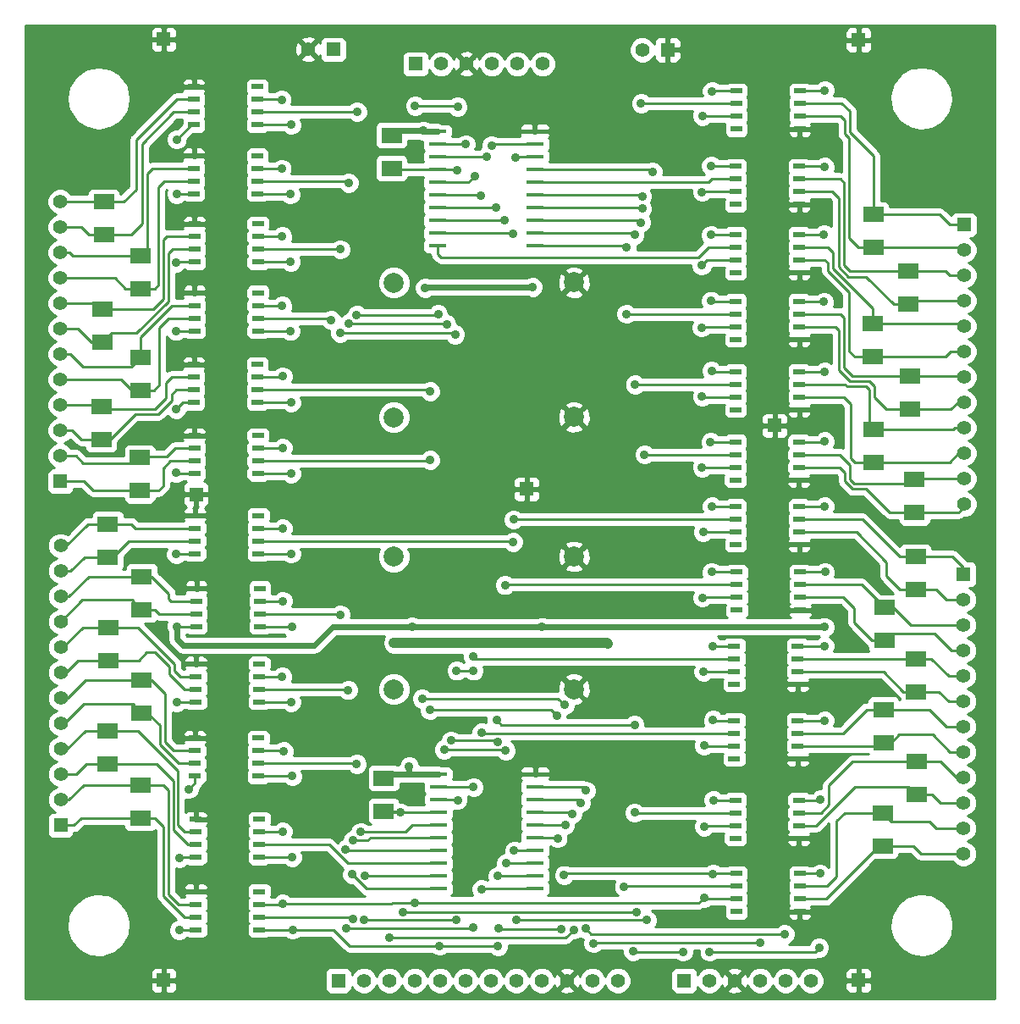
<source format=gtl>
G04 (created by PCBNEW (2013-07-07 BZR 4022)-stable) date 06/03/2017 3:46:56 PM*
%MOIN*%
G04 Gerber Fmt 3.4, Leading zero omitted, Abs format*
%FSLAX34Y34*%
G01*
G70*
G90*
G04 APERTURE LIST*
%ADD10C,0.00590551*%
%ADD11R,0.045X0.02*%
%ADD12R,0.08X0.06*%
%ADD13R,0.055X0.055*%
%ADD14C,0.055*%
%ADD15R,0.0708661X0.015748*%
%ADD16C,0.0787402*%
%ADD17C,0.035*%
%ADD18C,0.01*%
%ADD19C,0.023622*%
%ADD20C,0.0393701*%
G04 APERTURE END LIST*
G54D10*
G54D11*
X87372Y-50750D03*
X87372Y-50250D03*
X87372Y-49750D03*
X87372Y-49250D03*
X89872Y-49250D03*
X89872Y-49750D03*
X89872Y-50250D03*
X89872Y-50750D03*
X87372Y-64844D03*
X87372Y-64344D03*
X87372Y-63844D03*
X87372Y-63344D03*
X89872Y-63344D03*
X89872Y-63844D03*
X89872Y-64344D03*
X89872Y-64844D03*
X68572Y-40667D03*
X68572Y-41167D03*
X68572Y-41667D03*
X68572Y-42167D03*
X66072Y-42167D03*
X66072Y-41667D03*
X66072Y-41167D03*
X66072Y-40667D03*
X87332Y-61714D03*
X87332Y-61214D03*
X87332Y-60714D03*
X87332Y-60214D03*
X89832Y-60214D03*
X89832Y-60714D03*
X89832Y-61214D03*
X89832Y-61714D03*
X68553Y-37990D03*
X68553Y-38490D03*
X68553Y-38990D03*
X68553Y-39490D03*
X66053Y-39490D03*
X66053Y-38990D03*
X66053Y-38490D03*
X66053Y-37990D03*
X87332Y-58781D03*
X87332Y-58281D03*
X87332Y-57781D03*
X87332Y-57281D03*
X89832Y-57281D03*
X89832Y-57781D03*
X89832Y-58281D03*
X89832Y-58781D03*
X87411Y-67738D03*
X87411Y-67238D03*
X87411Y-66738D03*
X87411Y-66238D03*
X89911Y-66238D03*
X89911Y-66738D03*
X89911Y-67238D03*
X89911Y-67738D03*
X68553Y-35273D03*
X68553Y-35773D03*
X68553Y-36273D03*
X68553Y-36773D03*
X66053Y-36773D03*
X66053Y-36273D03*
X66053Y-35773D03*
X66053Y-35273D03*
X87431Y-55868D03*
X87431Y-55368D03*
X87431Y-54868D03*
X87431Y-54368D03*
X89931Y-54368D03*
X89931Y-54868D03*
X89931Y-55368D03*
X89931Y-55868D03*
X68572Y-43383D03*
X68572Y-43883D03*
X68572Y-44383D03*
X68572Y-44883D03*
X66072Y-44883D03*
X66072Y-44383D03*
X66072Y-43883D03*
X66072Y-43383D03*
X87391Y-53289D03*
X87391Y-52789D03*
X87391Y-52289D03*
X87391Y-51789D03*
X89891Y-51789D03*
X89891Y-52289D03*
X89891Y-52789D03*
X89891Y-53289D03*
X68651Y-55017D03*
X68651Y-55517D03*
X68651Y-56017D03*
X68651Y-56517D03*
X66151Y-56517D03*
X66151Y-56017D03*
X66151Y-55517D03*
X66151Y-55017D03*
X68631Y-66946D03*
X68631Y-67446D03*
X68631Y-67946D03*
X68631Y-68446D03*
X66131Y-68446D03*
X66131Y-67946D03*
X66131Y-67446D03*
X66131Y-66946D03*
X68631Y-64092D03*
X68631Y-64592D03*
X68631Y-65092D03*
X68631Y-65592D03*
X66131Y-65592D03*
X66131Y-65092D03*
X66131Y-64592D03*
X66131Y-64092D03*
X87391Y-47974D03*
X87391Y-47474D03*
X87391Y-46974D03*
X87391Y-46474D03*
X89891Y-46474D03*
X89891Y-46974D03*
X89891Y-47474D03*
X89891Y-47974D03*
X87411Y-36931D03*
X87411Y-36431D03*
X87411Y-35931D03*
X87411Y-35431D03*
X89911Y-35431D03*
X89911Y-35931D03*
X89911Y-36431D03*
X89911Y-36931D03*
X68592Y-52143D03*
X68592Y-52643D03*
X68592Y-53143D03*
X68592Y-53643D03*
X66092Y-53643D03*
X66092Y-53143D03*
X66092Y-52643D03*
X66092Y-52143D03*
X87391Y-39903D03*
X87391Y-39403D03*
X87391Y-38903D03*
X87391Y-38403D03*
X89891Y-38403D03*
X89891Y-38903D03*
X89891Y-39403D03*
X89891Y-39903D03*
X68631Y-57990D03*
X68631Y-58490D03*
X68631Y-58990D03*
X68631Y-59490D03*
X66131Y-59490D03*
X66131Y-58990D03*
X66131Y-58490D03*
X66131Y-57990D03*
X68572Y-48994D03*
X68572Y-49494D03*
X68572Y-49994D03*
X68572Y-50494D03*
X66072Y-50494D03*
X66072Y-49994D03*
X66072Y-49494D03*
X66072Y-48994D03*
X87391Y-42580D03*
X87391Y-42080D03*
X87391Y-41580D03*
X87391Y-41080D03*
X89891Y-41080D03*
X89891Y-41580D03*
X89891Y-42080D03*
X89891Y-42580D03*
X68592Y-60903D03*
X68592Y-61403D03*
X68592Y-61903D03*
X68592Y-62403D03*
X66092Y-62403D03*
X66092Y-61903D03*
X66092Y-61403D03*
X66092Y-60903D03*
X87391Y-45218D03*
X87391Y-44718D03*
X87391Y-44218D03*
X87391Y-43718D03*
X89891Y-43718D03*
X89891Y-44218D03*
X89891Y-44718D03*
X89891Y-45218D03*
X68553Y-46198D03*
X68553Y-46698D03*
X68553Y-47198D03*
X68553Y-47698D03*
X66053Y-47698D03*
X66053Y-47198D03*
X66053Y-46698D03*
X66053Y-46198D03*
G54D12*
X63937Y-45924D03*
X63937Y-47224D03*
X63917Y-49861D03*
X63917Y-51161D03*
X63996Y-54546D03*
X63996Y-55846D03*
X73838Y-37184D03*
X73838Y-38484D03*
X62401Y-47853D03*
X62401Y-49153D03*
X62460Y-44015D03*
X62460Y-45315D03*
X63937Y-41928D03*
X63937Y-43228D03*
X62500Y-39802D03*
X62500Y-41102D03*
X63937Y-62755D03*
X63937Y-64055D03*
X62637Y-60609D03*
X62637Y-61909D03*
X63996Y-58621D03*
X63996Y-59921D03*
X62677Y-56554D03*
X62677Y-57854D03*
X93248Y-57067D03*
X93248Y-55767D03*
X92814Y-41594D03*
X92814Y-40294D03*
X94192Y-43838D03*
X94192Y-42538D03*
X92795Y-45905D03*
X92795Y-44605D03*
X94251Y-47972D03*
X94251Y-46672D03*
X92814Y-50059D03*
X92814Y-48759D03*
X94429Y-52027D03*
X94429Y-50727D03*
X94468Y-55059D03*
X94468Y-53759D03*
X94488Y-59075D03*
X94488Y-57775D03*
X93208Y-61083D03*
X93208Y-59783D03*
X94507Y-63130D03*
X94507Y-61830D03*
X93169Y-65157D03*
X93169Y-63857D03*
X73523Y-62479D03*
X73523Y-63779D03*
X62657Y-52479D03*
X62657Y-53779D03*
G54D13*
X85354Y-70452D03*
G54D14*
X86354Y-70452D03*
X87354Y-70452D03*
X88354Y-70452D03*
X89354Y-70452D03*
X90354Y-70452D03*
G54D13*
X74783Y-34370D03*
G54D14*
X75783Y-34370D03*
X76783Y-34370D03*
X77783Y-34370D03*
X78783Y-34370D03*
X79783Y-34370D03*
G54D13*
X96377Y-40700D03*
G54D14*
X96377Y-41700D03*
X96377Y-42700D03*
X96377Y-43700D03*
X96377Y-44700D03*
X96377Y-45700D03*
X96377Y-46700D03*
X96377Y-47700D03*
X96377Y-48700D03*
X96377Y-49700D03*
X96377Y-50700D03*
X96377Y-51700D03*
G54D13*
X60807Y-64338D03*
G54D14*
X60807Y-63338D03*
X60807Y-62338D03*
X60807Y-61338D03*
X60807Y-60338D03*
X60807Y-59338D03*
X60807Y-58338D03*
X60807Y-57338D03*
X60807Y-56338D03*
X60807Y-55338D03*
X60807Y-54338D03*
X60807Y-53338D03*
G54D13*
X60787Y-50795D03*
G54D14*
X60787Y-49795D03*
X60787Y-48795D03*
X60787Y-47795D03*
X60787Y-46795D03*
X60787Y-45795D03*
X60787Y-44795D03*
X60787Y-43795D03*
X60787Y-42795D03*
X60787Y-41795D03*
X60787Y-40795D03*
X60787Y-39795D03*
G54D13*
X71744Y-70452D03*
G54D14*
X72744Y-70452D03*
X73744Y-70452D03*
X74744Y-70452D03*
X75744Y-70452D03*
X76744Y-70452D03*
X77744Y-70452D03*
X78744Y-70452D03*
X79744Y-70452D03*
X80744Y-70452D03*
X81744Y-70452D03*
X82744Y-70452D03*
G54D13*
X96358Y-54460D03*
G54D14*
X96358Y-55460D03*
X96358Y-56460D03*
X96358Y-57460D03*
X96358Y-58460D03*
X96358Y-59460D03*
X96358Y-60460D03*
X96358Y-61460D03*
X96358Y-62460D03*
X96358Y-63460D03*
X96358Y-64460D03*
X96358Y-65460D03*
G54D15*
X75677Y-62334D03*
X75677Y-62834D03*
X75677Y-63334D03*
X75677Y-63834D03*
X75677Y-64334D03*
X75677Y-64834D03*
X75677Y-65334D03*
X75677Y-65834D03*
X75677Y-66334D03*
X75677Y-66834D03*
X79492Y-66822D03*
X79492Y-66322D03*
X79492Y-65822D03*
X79492Y-65322D03*
X79492Y-64822D03*
X79492Y-64322D03*
X79492Y-63822D03*
X79492Y-63322D03*
X79492Y-62822D03*
X79492Y-62322D03*
X75657Y-37039D03*
X75657Y-37539D03*
X75657Y-38039D03*
X75657Y-38539D03*
X75657Y-39039D03*
X75657Y-39539D03*
X75657Y-40039D03*
X75657Y-40539D03*
X75657Y-41039D03*
X75657Y-41539D03*
X79472Y-41527D03*
X79472Y-41027D03*
X79472Y-40527D03*
X79472Y-40027D03*
X79472Y-39527D03*
X79472Y-39027D03*
X79472Y-38527D03*
X79472Y-38027D03*
X79472Y-37527D03*
X79472Y-37027D03*
G54D16*
X73925Y-42980D03*
X81019Y-42972D03*
X73925Y-58984D03*
X81019Y-58976D03*
X73925Y-48275D03*
X81019Y-48267D03*
X73925Y-53767D03*
X81019Y-53759D03*
G54D13*
X84712Y-33818D03*
G54D14*
X83712Y-33818D03*
G54D13*
X71543Y-33799D03*
G54D14*
X70543Y-33799D03*
G54D13*
X64862Y-70433D03*
X92224Y-70433D03*
X64862Y-33405D03*
X92224Y-33425D03*
X79153Y-51102D03*
X66141Y-51318D03*
X88917Y-48602D03*
G54D17*
X86358Y-69311D03*
X90669Y-69153D03*
X90708Y-66240D03*
X90728Y-63326D03*
X90885Y-60216D03*
X90885Y-57283D03*
X90885Y-35413D03*
X90885Y-38425D03*
X90866Y-41082D03*
X90866Y-43740D03*
X90885Y-46476D03*
X90885Y-49232D03*
X90885Y-51791D03*
X90885Y-56535D03*
X90905Y-54370D03*
X74645Y-56515D03*
X74527Y-62027D03*
X75098Y-37007D03*
X75157Y-43188D03*
X79389Y-43149D03*
X79763Y-56535D03*
X65472Y-68464D03*
X65472Y-65629D03*
X65846Y-62913D03*
X65374Y-59488D03*
X65374Y-56515D03*
X65354Y-53661D03*
X65354Y-50472D03*
X65354Y-47952D03*
X65354Y-44881D03*
X65354Y-42185D03*
X65374Y-39488D03*
X65374Y-37342D03*
X78700Y-38051D03*
X77775Y-37578D03*
X74763Y-36023D03*
X76437Y-36062D03*
X76417Y-38562D03*
X84114Y-38622D03*
X83877Y-68070D03*
X78740Y-68070D03*
X77578Y-38031D03*
X76751Y-37539D03*
X83799Y-49744D03*
X83661Y-40610D03*
X83425Y-46988D03*
X83405Y-41102D03*
X83090Y-44212D03*
X83090Y-41574D03*
X83661Y-35925D03*
X83700Y-39586D03*
X82992Y-66751D03*
X83700Y-40059D03*
X83405Y-63838D03*
X83405Y-60374D03*
X77972Y-60196D03*
X77933Y-40039D03*
X77381Y-60688D03*
X77342Y-39547D03*
X77047Y-57696D03*
X77125Y-38779D03*
X78307Y-54881D03*
X78287Y-40531D03*
X78641Y-52303D03*
X78622Y-41043D03*
X89311Y-68622D03*
X81476Y-68405D03*
X81279Y-63444D03*
X88346Y-68956D03*
X81791Y-68976D03*
X81476Y-62972D03*
X85314Y-69311D03*
X83346Y-69291D03*
X83484Y-67755D03*
X74291Y-67755D03*
X74188Y-63834D03*
X73759Y-68759D03*
X81003Y-68444D03*
X80964Y-63877D03*
X72736Y-68070D03*
X76397Y-68070D03*
X76437Y-63346D03*
X72047Y-68385D03*
X77066Y-68346D03*
X77066Y-62834D03*
X72480Y-36259D03*
X72460Y-44251D03*
X75669Y-44232D03*
X75905Y-61358D03*
X78326Y-61397D03*
X78346Y-65826D03*
X72145Y-39055D03*
X72145Y-44586D03*
X76003Y-44625D03*
X76181Y-61003D03*
X78011Y-61043D03*
X78011Y-66338D03*
X71811Y-41673D03*
X71811Y-44960D03*
X76338Y-45019D03*
X76397Y-58248D03*
X77066Y-58248D03*
X77381Y-66850D03*
X71456Y-44448D03*
X72283Y-66259D03*
X75354Y-47263D03*
X75039Y-59350D03*
X80649Y-59606D03*
X80669Y-64330D03*
X75354Y-49960D03*
X75354Y-59803D03*
X80334Y-60019D03*
X80374Y-64842D03*
X78622Y-53188D03*
X78661Y-65334D03*
X71811Y-56043D03*
X72027Y-65295D03*
X72125Y-59015D03*
X72303Y-64940D03*
X72460Y-61929D03*
X72618Y-64606D03*
X72303Y-68011D03*
X72795Y-66338D03*
X86082Y-36417D03*
X86062Y-39409D03*
X86043Y-42303D03*
X86043Y-44744D03*
X86062Y-47460D03*
X86062Y-50255D03*
X86102Y-52795D03*
X86082Y-55374D03*
X86122Y-58287D03*
X86141Y-61200D03*
X86141Y-64389D03*
X86141Y-67204D03*
X74763Y-67401D03*
X69547Y-67421D03*
X69547Y-64586D03*
X69586Y-61417D03*
X69527Y-58484D03*
X69547Y-55511D03*
X69547Y-52657D03*
X69547Y-49488D03*
X69547Y-46673D03*
X69527Y-43897D03*
X69527Y-41161D03*
X69507Y-38503D03*
X69507Y-35787D03*
X86456Y-35452D03*
X86417Y-38385D03*
X86417Y-41102D03*
X86417Y-43700D03*
X86437Y-46456D03*
X86397Y-49251D03*
X86456Y-51791D03*
X86437Y-54370D03*
X86476Y-57283D03*
X86496Y-60196D03*
X86515Y-63346D03*
X86496Y-66259D03*
X80629Y-66299D03*
X80511Y-68425D03*
X78051Y-68405D03*
X78031Y-69094D03*
X75728Y-69074D03*
X69940Y-68444D03*
X69921Y-65590D03*
X69921Y-62401D03*
X69881Y-59488D03*
X69901Y-56535D03*
X69881Y-53641D03*
X69881Y-50492D03*
X69881Y-47696D03*
X69842Y-44881D03*
X69862Y-42165D03*
X69842Y-39507D03*
X69881Y-36771D03*
X73917Y-57165D03*
X82342Y-57185D03*
G54D18*
X90511Y-69311D02*
X86358Y-69311D01*
X90669Y-69153D02*
X90511Y-69311D01*
X90706Y-66238D02*
X89911Y-66238D01*
X90708Y-66240D02*
X90706Y-66238D01*
X90710Y-63344D02*
X89872Y-63344D01*
X90728Y-63326D02*
X90710Y-63344D01*
X90883Y-60214D02*
X89832Y-60214D01*
X90885Y-60216D02*
X90883Y-60214D01*
X90883Y-57281D02*
X89832Y-57281D01*
X90885Y-57283D02*
X90883Y-57281D01*
X90868Y-35431D02*
X89911Y-35431D01*
X90885Y-35413D02*
X90868Y-35431D01*
X90864Y-38403D02*
X89891Y-38403D01*
X90885Y-38425D02*
X90864Y-38403D01*
X90864Y-41080D02*
X89891Y-41080D01*
X90866Y-41082D02*
X90864Y-41080D01*
X90844Y-43718D02*
X89891Y-43718D01*
X90866Y-43740D02*
X90844Y-43718D01*
X90883Y-46474D02*
X89891Y-46474D01*
X90885Y-46476D02*
X90883Y-46474D01*
X90868Y-49250D02*
X89872Y-49250D01*
X90885Y-49232D02*
X90868Y-49250D01*
X90883Y-51789D02*
X89891Y-51789D01*
X90885Y-51791D02*
X90883Y-51789D01*
G54D19*
X79763Y-56535D02*
X90885Y-56535D01*
G54D18*
X90903Y-54368D02*
X89931Y-54368D01*
X90905Y-54370D02*
X90903Y-54368D01*
G54D19*
X74527Y-62334D02*
X74527Y-62027D01*
X74645Y-56515D02*
X74645Y-56535D01*
X75677Y-62334D02*
X74527Y-62334D01*
X74527Y-62334D02*
X73668Y-62334D01*
X73668Y-62334D02*
X73523Y-62479D01*
X75098Y-37007D02*
X74015Y-37007D01*
X74015Y-37007D02*
X73838Y-37184D01*
X75129Y-37039D02*
X75657Y-37039D01*
X75098Y-37007D02*
X75129Y-37039D01*
X75177Y-43169D02*
X75157Y-43188D01*
X79370Y-43169D02*
X75177Y-43169D01*
X79389Y-43149D02*
X79370Y-43169D01*
X79763Y-56535D02*
X74645Y-56535D01*
X74645Y-56535D02*
X71515Y-56535D01*
X71515Y-56535D02*
X70787Y-57263D01*
X70787Y-57263D02*
X65629Y-57263D01*
X65629Y-57263D02*
X65374Y-57007D01*
X65374Y-57007D02*
X65374Y-56515D01*
G54D18*
X65490Y-68446D02*
X66131Y-68446D01*
X65472Y-68464D02*
X65490Y-68446D01*
X65509Y-65592D02*
X66131Y-65592D01*
X65472Y-65629D02*
X65509Y-65592D01*
X66092Y-62667D02*
X66092Y-62403D01*
X65846Y-62913D02*
X66092Y-62667D01*
X65375Y-59490D02*
X66131Y-59490D01*
X65374Y-59488D02*
X65375Y-59490D01*
X65375Y-56517D02*
X66151Y-56517D01*
X65374Y-56515D02*
X65375Y-56517D01*
X65372Y-53643D02*
X66092Y-53643D01*
X65354Y-53661D02*
X65372Y-53643D01*
X65375Y-50494D02*
X66072Y-50494D01*
X65354Y-50472D02*
X65375Y-50494D01*
X65608Y-47698D02*
X66053Y-47698D01*
X65354Y-47952D02*
X65608Y-47698D01*
X65356Y-44883D02*
X66072Y-44883D01*
X65354Y-44881D02*
X65356Y-44883D01*
X65372Y-42167D02*
X66072Y-42167D01*
X65354Y-42185D02*
X65372Y-42167D01*
X65375Y-39490D02*
X66053Y-39490D01*
X65374Y-39488D02*
X65375Y-39490D01*
X65942Y-36773D02*
X66053Y-36773D01*
X65374Y-37342D02*
X65942Y-36773D01*
X79472Y-38027D02*
X78724Y-38027D01*
X78724Y-38027D02*
X78700Y-38051D01*
X79472Y-37527D02*
X77826Y-37527D01*
X77826Y-37527D02*
X77775Y-37578D01*
X75657Y-38539D02*
X76393Y-38539D01*
X76397Y-36023D02*
X74763Y-36023D01*
X76437Y-36062D02*
X76397Y-36023D01*
X76393Y-38539D02*
X76417Y-38562D01*
X75657Y-38539D02*
X73893Y-38539D01*
X73893Y-38539D02*
X73838Y-38484D01*
X84019Y-38527D02*
X79472Y-38527D01*
X84114Y-38622D02*
X84019Y-38527D01*
X78740Y-68070D02*
X83877Y-68070D01*
X75657Y-38039D02*
X77586Y-38039D01*
X77586Y-38039D02*
X77578Y-38031D01*
X75657Y-37539D02*
X76771Y-37539D01*
X76771Y-37539D02*
X76751Y-37539D01*
X79472Y-40527D02*
X83578Y-40527D01*
X83805Y-49750D02*
X87372Y-49750D01*
X83799Y-49744D02*
X83805Y-49750D01*
X83578Y-40527D02*
X83661Y-40610D01*
X79472Y-41027D02*
X83330Y-41027D01*
X83438Y-46974D02*
X87391Y-46974D01*
X83425Y-46988D02*
X83438Y-46974D01*
X83330Y-41027D02*
X83405Y-41102D01*
X79472Y-41527D02*
X83043Y-41527D01*
X83096Y-44218D02*
X87391Y-44218D01*
X83090Y-44212D02*
X83096Y-44218D01*
X83043Y-41527D02*
X83090Y-41574D01*
X75657Y-41539D02*
X75657Y-41862D01*
X86312Y-41580D02*
X87391Y-41580D01*
X85905Y-41988D02*
X86312Y-41580D01*
X75783Y-41988D02*
X85905Y-41988D01*
X75657Y-41862D02*
X75783Y-41988D01*
X79472Y-39027D02*
X86326Y-39027D01*
X86450Y-38903D02*
X87391Y-38903D01*
X86326Y-39027D02*
X86450Y-38903D01*
X79472Y-39527D02*
X83641Y-39527D01*
X83667Y-35931D02*
X87411Y-35931D01*
X83661Y-35925D02*
X83667Y-35931D01*
X83641Y-39527D02*
X83700Y-39586D01*
X79472Y-40027D02*
X83669Y-40027D01*
X83005Y-66738D02*
X87411Y-66738D01*
X82992Y-66751D02*
X83005Y-66738D01*
X83669Y-40027D02*
X83700Y-40059D01*
X75657Y-40039D02*
X77933Y-40039D01*
X83411Y-63844D02*
X87372Y-63844D01*
X83405Y-63838D02*
X83411Y-63844D01*
X78149Y-60374D02*
X83405Y-60374D01*
X77972Y-60196D02*
X78149Y-60374D01*
X75657Y-39539D02*
X77334Y-39539D01*
X77427Y-60734D02*
X87332Y-60714D01*
X77381Y-60688D02*
X77427Y-60734D01*
X77334Y-39539D02*
X77342Y-39547D01*
X75657Y-39039D02*
X76866Y-39039D01*
X77131Y-57781D02*
X87332Y-57781D01*
X77047Y-57696D02*
X77131Y-57781D01*
X76866Y-39039D02*
X77125Y-38779D01*
X75657Y-40539D02*
X78275Y-40539D01*
X78320Y-54868D02*
X87431Y-54868D01*
X78307Y-54881D02*
X78320Y-54868D01*
X78283Y-40531D02*
X78287Y-40531D01*
X78275Y-40539D02*
X78283Y-40531D01*
X75657Y-41039D02*
X78618Y-41039D01*
X78655Y-52289D02*
X87391Y-52289D01*
X78641Y-52303D02*
X78655Y-52289D01*
X78618Y-41039D02*
X78622Y-41043D01*
X79492Y-63322D02*
X81157Y-63322D01*
X81692Y-68622D02*
X89311Y-68622D01*
X81476Y-68405D02*
X81692Y-68622D01*
X81157Y-63322D02*
X81279Y-63444D01*
X79492Y-62822D02*
X81366Y-62822D01*
X81811Y-68956D02*
X88346Y-68956D01*
X81791Y-68976D02*
X81811Y-68956D01*
X81366Y-62822D02*
X81476Y-62972D01*
X83366Y-69311D02*
X85314Y-69311D01*
X83346Y-69291D02*
X83366Y-69311D01*
X74291Y-67755D02*
X83484Y-67755D01*
X74134Y-63779D02*
X74188Y-63834D01*
X73523Y-63779D02*
X74134Y-63779D01*
X75677Y-63834D02*
X73578Y-63834D01*
X73578Y-63834D02*
X73523Y-63779D01*
X79492Y-63822D02*
X80909Y-63822D01*
X80688Y-68759D02*
X73759Y-68759D01*
X81003Y-68444D02*
X80688Y-68759D01*
X80909Y-63822D02*
X80964Y-63877D01*
X75677Y-63334D02*
X76425Y-63334D01*
X76397Y-68070D02*
X72736Y-68070D01*
X76425Y-63334D02*
X76437Y-63346D01*
X75677Y-62834D02*
X77066Y-62834D01*
X77027Y-68385D02*
X72047Y-68385D01*
X77066Y-68346D02*
X77027Y-68385D01*
X79492Y-65822D02*
X78350Y-65822D01*
X72466Y-36273D02*
X68553Y-36273D01*
X72480Y-36259D02*
X72466Y-36273D01*
X75649Y-44251D02*
X72460Y-44251D01*
X75669Y-44232D02*
X75649Y-44251D01*
X78287Y-61358D02*
X75905Y-61358D01*
X78326Y-61397D02*
X78287Y-61358D01*
X78350Y-65822D02*
X78346Y-65826D01*
X79492Y-66322D02*
X78027Y-66322D01*
X72080Y-38990D02*
X68553Y-38990D01*
X72145Y-39055D02*
X72080Y-38990D01*
X75964Y-44586D02*
X72145Y-44586D01*
X76003Y-44625D02*
X75964Y-44586D01*
X77972Y-61003D02*
X76181Y-61003D01*
X78011Y-61043D02*
X77972Y-61003D01*
X78027Y-66322D02*
X78011Y-66338D01*
X79492Y-66822D02*
X77409Y-66822D01*
X71805Y-41667D02*
X68572Y-41667D01*
X71811Y-41673D02*
X71805Y-41667D01*
X76279Y-44960D02*
X71811Y-44960D01*
X76338Y-45019D02*
X76279Y-44960D01*
X77066Y-58248D02*
X76397Y-58248D01*
X77409Y-66822D02*
X77381Y-66850D01*
X75677Y-66834D02*
X72858Y-66834D01*
X71391Y-44383D02*
X68572Y-44383D01*
X71456Y-44448D02*
X71391Y-44383D01*
X72858Y-66834D02*
X72283Y-66259D01*
X75289Y-47198D02*
X68553Y-47198D01*
X75354Y-47263D02*
X75289Y-47198D01*
X79492Y-64322D02*
X80661Y-64322D01*
X80393Y-59350D02*
X75039Y-59350D01*
X80649Y-59606D02*
X80393Y-59350D01*
X80661Y-64322D02*
X80669Y-64330D01*
X75320Y-49994D02*
X68572Y-49994D01*
X75354Y-49960D02*
X75320Y-49994D01*
X79492Y-64822D02*
X80354Y-64822D01*
X80118Y-59803D02*
X75354Y-59803D01*
X80334Y-60019D02*
X80118Y-59803D01*
X80354Y-64822D02*
X80374Y-64842D01*
X79492Y-65322D02*
X78673Y-65322D01*
X78576Y-53143D02*
X68592Y-53143D01*
X78622Y-53188D02*
X78576Y-53143D01*
X78673Y-65322D02*
X78661Y-65334D01*
X75677Y-65334D02*
X72047Y-65334D01*
X71785Y-56017D02*
X68651Y-56017D01*
X71811Y-56043D02*
X71785Y-56017D01*
X72027Y-65314D02*
X72027Y-65295D01*
X72047Y-65334D02*
X72027Y-65314D01*
X75677Y-64834D02*
X73003Y-64834D01*
X72100Y-58990D02*
X68631Y-58990D01*
X72125Y-59015D02*
X72100Y-58990D01*
X72897Y-64940D02*
X72303Y-64940D01*
X73003Y-64834D02*
X72897Y-64940D01*
X75677Y-64334D02*
X74641Y-64334D01*
X72435Y-61903D02*
X68592Y-61903D01*
X72460Y-61929D02*
X72435Y-61903D01*
X74370Y-64606D02*
X72618Y-64606D01*
X74641Y-64334D02*
X74370Y-64606D01*
X75677Y-65834D02*
X72114Y-65834D01*
X71372Y-65092D02*
X68631Y-65092D01*
X72114Y-65834D02*
X71372Y-65092D01*
X75677Y-66334D02*
X72799Y-66334D01*
X72238Y-67946D02*
X68631Y-67946D01*
X72303Y-68011D02*
X72238Y-67946D01*
X72799Y-66334D02*
X72795Y-66338D01*
X86096Y-36431D02*
X87411Y-36431D01*
X86082Y-36417D02*
X86096Y-36431D01*
X86068Y-39403D02*
X87391Y-39403D01*
X86062Y-39409D02*
X86068Y-39403D01*
X86265Y-42080D02*
X87391Y-42080D01*
X86043Y-42303D02*
X86265Y-42080D01*
X86068Y-44718D02*
X87391Y-44718D01*
X86043Y-44744D02*
X86068Y-44718D01*
X86076Y-47474D02*
X87391Y-47474D01*
X86062Y-47460D02*
X86076Y-47474D01*
X86068Y-50250D02*
X87372Y-50250D01*
X86062Y-50255D02*
X86068Y-50250D01*
X86108Y-52789D02*
X87391Y-52789D01*
X86102Y-52795D02*
X86108Y-52789D01*
X86088Y-55368D02*
X87431Y-55368D01*
X86082Y-55374D02*
X86088Y-55368D01*
X86127Y-58281D02*
X87332Y-58281D01*
X86122Y-58287D02*
X86127Y-58281D01*
X86155Y-61214D02*
X87332Y-61214D01*
X86141Y-61200D02*
X86155Y-61214D01*
X87411Y-67238D02*
X86155Y-67218D01*
X86155Y-67218D02*
X86141Y-67204D01*
X74763Y-67401D02*
X85905Y-67401D01*
X86187Y-64344D02*
X87372Y-64344D01*
X86141Y-64389D02*
X86187Y-64344D01*
X85905Y-67401D02*
X86141Y-67204D01*
X69547Y-67421D02*
X73838Y-67421D01*
X73858Y-67401D02*
X74763Y-67401D01*
X73838Y-67421D02*
X73858Y-67401D01*
X69521Y-67446D02*
X68631Y-67446D01*
X69547Y-67421D02*
X69521Y-67446D01*
X69541Y-64592D02*
X68631Y-64592D01*
X69547Y-64586D02*
X69541Y-64592D01*
X69572Y-61403D02*
X68592Y-61403D01*
X69586Y-61417D02*
X69572Y-61403D01*
X69521Y-58490D02*
X68631Y-58490D01*
X69527Y-58484D02*
X69521Y-58490D01*
X69541Y-55517D02*
X68651Y-55517D01*
X69547Y-55511D02*
X69541Y-55517D01*
X69533Y-52643D02*
X68592Y-52643D01*
X69547Y-52657D02*
X69533Y-52643D01*
X69541Y-49494D02*
X68572Y-49494D01*
X69547Y-49488D02*
X69541Y-49494D01*
X69521Y-46698D02*
X68553Y-46698D01*
X69547Y-46673D02*
X69521Y-46698D01*
X69513Y-43883D02*
X68572Y-43883D01*
X69527Y-43897D02*
X69513Y-43883D01*
X69521Y-41167D02*
X68572Y-41167D01*
X69527Y-41161D02*
X69521Y-41167D01*
X68553Y-35773D02*
X69494Y-35773D01*
X69494Y-38490D02*
X68553Y-38490D01*
X69507Y-38503D02*
X69494Y-38490D01*
X69494Y-35773D02*
X69507Y-35787D01*
X94507Y-63130D02*
X95118Y-63130D01*
X95448Y-63460D02*
X96358Y-63460D01*
X95118Y-63130D02*
X95448Y-63460D01*
X89872Y-64344D02*
X90557Y-64344D01*
X94192Y-62814D02*
X94507Y-63130D01*
X92086Y-62814D02*
X94192Y-62814D01*
X90557Y-64344D02*
X92086Y-62814D01*
X62500Y-39802D02*
X60794Y-39802D01*
X60794Y-39802D02*
X60787Y-39795D01*
X66053Y-35773D02*
X65368Y-35773D01*
X63287Y-39802D02*
X62500Y-39802D01*
X63779Y-39311D02*
X63287Y-39802D01*
X63779Y-37362D02*
X63779Y-39311D01*
X65368Y-35773D02*
X63779Y-37362D01*
X62500Y-41102D02*
X61909Y-41102D01*
X61602Y-40795D02*
X60787Y-40795D01*
X61909Y-41102D02*
X61602Y-40795D01*
X66053Y-36273D02*
X65261Y-36273D01*
X63582Y-41102D02*
X62500Y-41102D01*
X64015Y-40669D02*
X63582Y-41102D01*
X64015Y-37519D02*
X64015Y-40669D01*
X65261Y-36273D02*
X64015Y-37519D01*
X60787Y-50795D02*
X61720Y-50795D01*
X62087Y-51161D02*
X63917Y-51161D01*
X61720Y-50795D02*
X62087Y-51161D01*
X66072Y-49994D02*
X65124Y-49994D01*
X64664Y-51161D02*
X63917Y-51161D01*
X64842Y-50984D02*
X64664Y-51161D01*
X64842Y-50275D02*
X64842Y-50984D01*
X65124Y-49994D02*
X64842Y-50275D01*
X60787Y-49795D02*
X61409Y-49795D01*
X65309Y-49494D02*
X66072Y-49494D01*
X64980Y-49822D02*
X65309Y-49494D01*
X63956Y-49822D02*
X64980Y-49822D01*
X63700Y-50078D02*
X63956Y-49822D01*
X61692Y-50078D02*
X63700Y-50078D01*
X61409Y-49795D02*
X61692Y-50078D01*
X66072Y-43883D02*
X65171Y-43883D01*
X63937Y-45118D02*
X63937Y-45924D01*
X65171Y-43883D02*
X63937Y-45118D01*
X60787Y-45795D02*
X61188Y-45795D01*
X63582Y-46279D02*
X63937Y-45924D01*
X61673Y-46279D02*
X63582Y-46279D01*
X61188Y-45795D02*
X61673Y-46279D01*
X63937Y-47224D02*
X64468Y-47224D01*
X65045Y-44383D02*
X66072Y-44383D01*
X64685Y-44744D02*
X65045Y-44383D01*
X64685Y-47007D02*
X64685Y-44744D01*
X64468Y-47224D02*
X64685Y-47007D01*
X60787Y-46795D02*
X63185Y-46795D01*
X63614Y-47224D02*
X63937Y-47224D01*
X63185Y-46795D02*
X63614Y-47224D01*
X94507Y-61830D02*
X91988Y-61830D01*
X90742Y-63844D02*
X89872Y-63844D01*
X91062Y-63523D02*
X90742Y-63844D01*
X91062Y-62755D02*
X91062Y-63523D01*
X91988Y-61830D02*
X91062Y-62755D01*
X96358Y-62460D02*
X96082Y-62460D01*
X95452Y-61830D02*
X94507Y-61830D01*
X96082Y-62460D02*
X95452Y-61830D01*
X60787Y-47795D02*
X62342Y-47795D01*
X65171Y-46698D02*
X66053Y-46698D01*
X64940Y-46929D02*
X65171Y-46698D01*
X64940Y-47519D02*
X64940Y-46929D01*
X64507Y-47952D02*
X64940Y-47519D01*
X62500Y-47952D02*
X64507Y-47952D01*
X62342Y-47795D02*
X62500Y-47952D01*
X60787Y-48795D02*
X61255Y-48795D01*
X65360Y-47198D02*
X66053Y-47198D01*
X65177Y-47381D02*
X65360Y-47198D01*
X65177Y-47618D02*
X65177Y-47381D01*
X64645Y-48149D02*
X65177Y-47618D01*
X63740Y-48149D02*
X64645Y-48149D01*
X62735Y-49153D02*
X63740Y-48149D01*
X61614Y-49153D02*
X62735Y-49153D01*
X61255Y-48795D02*
X61614Y-49153D01*
X62637Y-61909D02*
X61830Y-61909D01*
X61401Y-62338D02*
X60807Y-62338D01*
X61830Y-61909D02*
X61401Y-62338D01*
X66131Y-65092D02*
X65801Y-65092D01*
X64567Y-61909D02*
X62637Y-61909D01*
X65236Y-62578D02*
X64567Y-61909D01*
X65236Y-64527D02*
X65236Y-62578D01*
X65801Y-65092D02*
X65236Y-64527D01*
X62637Y-60609D02*
X63838Y-60609D01*
X65675Y-64592D02*
X66131Y-64592D01*
X65414Y-64332D02*
X65675Y-64592D01*
X65414Y-62186D02*
X65414Y-64332D01*
X63838Y-60609D02*
X65414Y-62186D01*
X60807Y-61338D02*
X61043Y-61338D01*
X61772Y-60609D02*
X62637Y-60609D01*
X61043Y-61338D02*
X61772Y-60609D01*
X63937Y-62755D02*
X64842Y-62755D01*
X65438Y-67446D02*
X66131Y-67446D01*
X65039Y-67047D02*
X65438Y-67446D01*
X65039Y-62952D02*
X65039Y-67047D01*
X64842Y-62755D02*
X65039Y-62952D01*
X60807Y-63338D02*
X61129Y-63338D01*
X61712Y-62755D02*
X63937Y-62755D01*
X61129Y-63338D02*
X61712Y-62755D01*
X63937Y-64055D02*
X61613Y-64055D01*
X61330Y-64338D02*
X60807Y-64338D01*
X61613Y-64055D02*
X61330Y-64338D01*
X66131Y-67946D02*
X65683Y-67946D01*
X64508Y-64055D02*
X63937Y-64055D01*
X64860Y-64407D02*
X64508Y-64055D01*
X64860Y-67124D02*
X64860Y-64407D01*
X65683Y-67946D02*
X64860Y-67124D01*
X96377Y-49700D02*
X96165Y-49700D01*
X95806Y-50059D02*
X92814Y-50059D01*
X96165Y-49700D02*
X95806Y-50059D01*
X89891Y-47474D02*
X91647Y-47474D01*
X92087Y-50059D02*
X92814Y-50059D01*
X91929Y-49901D02*
X92087Y-50059D01*
X91929Y-47755D02*
X91929Y-49901D01*
X91647Y-47474D02*
X91929Y-47755D01*
X96377Y-48700D02*
X96023Y-48700D01*
X95964Y-48759D02*
X92814Y-48759D01*
X96023Y-48700D02*
X95964Y-48759D01*
X89891Y-46974D02*
X91698Y-46974D01*
X92657Y-48601D02*
X92814Y-48759D01*
X92657Y-47204D02*
X92657Y-48601D01*
X92519Y-47066D02*
X92657Y-47204D01*
X91791Y-47066D02*
X92519Y-47066D01*
X91698Y-46974D02*
X91791Y-47066D01*
X94251Y-47972D02*
X93327Y-47972D01*
X91312Y-44718D02*
X89891Y-44718D01*
X91456Y-44862D02*
X91312Y-44718D01*
X91456Y-46437D02*
X91456Y-44862D01*
X91889Y-46870D02*
X91456Y-46437D01*
X92657Y-46870D02*
X91889Y-46870D01*
X92854Y-47066D02*
X92657Y-46870D01*
X92854Y-47500D02*
X92854Y-47066D01*
X93327Y-47972D02*
X92854Y-47500D01*
X96377Y-47700D02*
X96137Y-47700D01*
X95865Y-47972D02*
X94251Y-47972D01*
X96137Y-47700D02*
X95865Y-47972D01*
X94429Y-52027D02*
X93445Y-52027D01*
X91490Y-50250D02*
X89872Y-50250D01*
X91692Y-50452D02*
X91490Y-50250D01*
X91692Y-50807D02*
X91692Y-50452D01*
X91988Y-51102D02*
X91692Y-50807D01*
X92519Y-51102D02*
X91988Y-51102D01*
X93445Y-52027D02*
X92519Y-51102D01*
X96377Y-51700D02*
X96377Y-51811D01*
X96161Y-52027D02*
X94429Y-52027D01*
X96377Y-51811D02*
X96161Y-52027D01*
X96377Y-50700D02*
X94456Y-50700D01*
X94456Y-50700D02*
X94429Y-50727D01*
X89872Y-49750D02*
X91482Y-49750D01*
X94271Y-50885D02*
X94429Y-50727D01*
X92047Y-50885D02*
X94271Y-50885D01*
X91889Y-50728D02*
X92047Y-50885D01*
X91889Y-50157D02*
X91889Y-50728D01*
X91482Y-49750D02*
X91889Y-50157D01*
X92814Y-41594D02*
X96272Y-41594D01*
X96272Y-41594D02*
X96377Y-41700D01*
X89911Y-36431D02*
X91527Y-36431D01*
X92205Y-41594D02*
X92814Y-41594D01*
X91850Y-41240D02*
X92205Y-41594D01*
X91850Y-37303D02*
X91850Y-41240D01*
X91673Y-37125D02*
X91850Y-37303D01*
X91673Y-36576D02*
X91673Y-37125D01*
X91527Y-36431D02*
X91673Y-36576D01*
X92814Y-40294D02*
X92814Y-37992D01*
X91561Y-35931D02*
X89911Y-35931D01*
X91870Y-36240D02*
X91561Y-35931D01*
X91870Y-37047D02*
X91870Y-36240D01*
X92814Y-37992D02*
X91870Y-37047D01*
X96377Y-40700D02*
X95818Y-40700D01*
X95412Y-40294D02*
X92814Y-40294D01*
X95818Y-40700D02*
X95412Y-40294D01*
X94251Y-46672D02*
X96350Y-46672D01*
X96350Y-46672D02*
X96377Y-46700D01*
X89891Y-44218D02*
X91500Y-44218D01*
X91987Y-46672D02*
X94251Y-46672D01*
X91653Y-46338D02*
X91987Y-46672D01*
X91653Y-44371D02*
X91653Y-46338D01*
X91500Y-44218D02*
X91653Y-44371D01*
X89891Y-42080D02*
X90898Y-42080D01*
X92067Y-45905D02*
X92795Y-45905D01*
X91850Y-45688D02*
X92067Y-45905D01*
X91850Y-43346D02*
X91850Y-45688D01*
X91023Y-42519D02*
X91850Y-43346D01*
X91023Y-42206D02*
X91023Y-42519D01*
X90898Y-42080D02*
X91023Y-42206D01*
X96377Y-45700D02*
X95854Y-45700D01*
X95649Y-45905D02*
X92795Y-45905D01*
X95854Y-45700D02*
X95649Y-45905D01*
X92795Y-44605D02*
X96283Y-44605D01*
X96283Y-44605D02*
X96377Y-44700D01*
X89891Y-41580D02*
X91008Y-41580D01*
X92795Y-43996D02*
X92795Y-44605D01*
X91220Y-42421D02*
X92795Y-43996D01*
X91220Y-41792D02*
X91220Y-42421D01*
X91008Y-41580D02*
X91220Y-41792D01*
X94192Y-43838D02*
X93602Y-43838D01*
X91194Y-39403D02*
X89891Y-39403D01*
X91437Y-39645D02*
X91194Y-39403D01*
X91437Y-42362D02*
X91437Y-39645D01*
X91830Y-42755D02*
X91437Y-42362D01*
X92519Y-42755D02*
X91830Y-42755D01*
X93602Y-43838D02*
X92519Y-42755D01*
X96377Y-43700D02*
X94331Y-43700D01*
X94331Y-43700D02*
X94192Y-43838D01*
X96377Y-42700D02*
X95811Y-42700D01*
X95649Y-42538D02*
X94192Y-42538D01*
X95811Y-42700D02*
X95649Y-42538D01*
X89891Y-38903D02*
X91500Y-38903D01*
X91889Y-42538D02*
X94192Y-42538D01*
X91653Y-42303D02*
X91889Y-42538D01*
X91653Y-39056D02*
X91653Y-42303D01*
X91500Y-38903D02*
X91653Y-39056D01*
X94468Y-53759D02*
X93838Y-53759D01*
X92368Y-52289D02*
X89891Y-52289D01*
X93838Y-53759D02*
X92368Y-52289D01*
X96358Y-54460D02*
X96358Y-54192D01*
X95924Y-53759D02*
X94468Y-53759D01*
X96358Y-54192D02*
X95924Y-53759D01*
X96358Y-55460D02*
X95677Y-55460D01*
X95275Y-55059D02*
X94468Y-55059D01*
X95677Y-55460D02*
X95275Y-55059D01*
X89891Y-52789D02*
X92139Y-52789D01*
X93858Y-55059D02*
X94468Y-55059D01*
X93326Y-54527D02*
X93858Y-55059D01*
X93326Y-53976D02*
X93326Y-54527D01*
X92139Y-52789D02*
X93326Y-53976D01*
X89931Y-55368D02*
X91627Y-55368D01*
X92756Y-57067D02*
X93248Y-57067D01*
X92047Y-56358D02*
X92756Y-57067D01*
X92047Y-55787D02*
X92047Y-56358D01*
X91627Y-55368D02*
X92047Y-55787D01*
X96358Y-57460D02*
X95885Y-57460D01*
X93524Y-56791D02*
X93248Y-57067D01*
X95216Y-56791D02*
X93524Y-56791D01*
X95885Y-57460D02*
X95216Y-56791D01*
X93248Y-55767D02*
X93582Y-55767D01*
X94275Y-56460D02*
X96358Y-56460D01*
X93582Y-55767D02*
X94275Y-56460D01*
X89931Y-54868D02*
X92348Y-54868D01*
X92348Y-54868D02*
X93248Y-55767D01*
X93169Y-65157D02*
X94370Y-65157D01*
X94673Y-65460D02*
X96358Y-65460D01*
X94370Y-65157D02*
X94673Y-65460D01*
X89911Y-67238D02*
X90938Y-67238D01*
X93019Y-65157D02*
X93169Y-65157D01*
X90938Y-67238D02*
X93019Y-65157D01*
X94488Y-57775D02*
X95098Y-57775D01*
X95783Y-58460D02*
X96358Y-58460D01*
X95098Y-57775D02*
X95783Y-58460D01*
X89832Y-57781D02*
X94481Y-57781D01*
X94481Y-57781D02*
X94488Y-57775D01*
X93208Y-61083D02*
X93503Y-61083D01*
X95830Y-61460D02*
X96358Y-61460D01*
X95137Y-60767D02*
X95830Y-61460D01*
X93818Y-60767D02*
X95137Y-60767D01*
X93503Y-61083D02*
X93818Y-60767D01*
X89832Y-61214D02*
X93077Y-61214D01*
X93077Y-61214D02*
X93208Y-61083D01*
X93208Y-59783D02*
X92539Y-59783D01*
X91608Y-60714D02*
X89832Y-60714D01*
X92539Y-59783D02*
X91608Y-60714D01*
X96358Y-60460D02*
X95681Y-60460D01*
X95003Y-59783D02*
X93208Y-59783D01*
X95681Y-60460D02*
X95003Y-59783D01*
X94488Y-59075D02*
X93996Y-59075D01*
X93202Y-58281D02*
X89832Y-58281D01*
X93996Y-59075D02*
X93202Y-58281D01*
X96358Y-59460D02*
X95775Y-59460D01*
X95390Y-59075D02*
X94488Y-59075D01*
X95775Y-59460D02*
X95390Y-59075D01*
X62677Y-56554D02*
X63857Y-56554D01*
X65517Y-58490D02*
X66131Y-58490D01*
X65295Y-58267D02*
X65517Y-58490D01*
X65295Y-57992D02*
X65295Y-58267D01*
X63857Y-56554D02*
X65295Y-57992D01*
X60807Y-57338D02*
X60889Y-57338D01*
X61673Y-56554D02*
X62677Y-56554D01*
X60889Y-57338D02*
X61673Y-56554D01*
X62677Y-57854D02*
X63877Y-57854D01*
X65683Y-58990D02*
X66131Y-58990D01*
X65078Y-58385D02*
X65683Y-58990D01*
X65078Y-58090D02*
X65078Y-58385D01*
X64527Y-57539D02*
X65078Y-58090D01*
X64192Y-57539D02*
X64527Y-57539D01*
X63877Y-57854D02*
X64192Y-57539D01*
X60807Y-58338D02*
X61011Y-58338D01*
X61495Y-57854D02*
X62677Y-57854D01*
X61011Y-58338D02*
X61495Y-57854D01*
X93169Y-63857D02*
X91673Y-63857D01*
X90978Y-66738D02*
X89911Y-66738D01*
X91358Y-66358D02*
X90978Y-66738D01*
X91358Y-64173D02*
X91358Y-66358D01*
X91673Y-63857D02*
X91358Y-64173D01*
X96358Y-64460D02*
X95287Y-64460D01*
X93504Y-64192D02*
X93169Y-63857D01*
X95019Y-64192D02*
X93504Y-64192D01*
X95287Y-64460D02*
X95019Y-64192D01*
X63996Y-58621D02*
X64389Y-58621D01*
X65261Y-61403D02*
X66092Y-61403D01*
X64921Y-61062D02*
X65261Y-61403D01*
X64921Y-59153D02*
X64921Y-61062D01*
X64389Y-58621D02*
X64921Y-59153D01*
X60807Y-59338D02*
X61074Y-59338D01*
X61791Y-58621D02*
X63996Y-58621D01*
X61074Y-59338D02*
X61791Y-58621D01*
X63996Y-59921D02*
X64232Y-59921D01*
X65466Y-61903D02*
X66092Y-61903D01*
X64704Y-61141D02*
X65466Y-61903D01*
X64704Y-60393D02*
X64704Y-61141D01*
X64232Y-59921D02*
X64704Y-60393D01*
X60807Y-60338D02*
X60960Y-60338D01*
X63641Y-59566D02*
X63996Y-59921D01*
X61732Y-59566D02*
X63641Y-59566D01*
X60960Y-60338D02*
X61732Y-59566D01*
X60807Y-53338D02*
X61031Y-53338D01*
X61890Y-52479D02*
X62657Y-52479D01*
X61031Y-53338D02*
X61890Y-52479D01*
X66092Y-52643D02*
X63746Y-52643D01*
X63582Y-52479D02*
X62657Y-52479D01*
X63746Y-52643D02*
X63582Y-52479D01*
X62657Y-53779D02*
X62853Y-53779D01*
X63490Y-53143D02*
X66092Y-53143D01*
X62853Y-53779D02*
X63490Y-53143D01*
X60807Y-54338D02*
X61192Y-54338D01*
X61751Y-53779D02*
X62657Y-53779D01*
X61192Y-54338D02*
X61751Y-53779D01*
X63996Y-55846D02*
X64527Y-55846D01*
X64698Y-56017D02*
X66151Y-56017D01*
X64527Y-55846D02*
X64698Y-56017D01*
X60807Y-56338D02*
X60807Y-56318D01*
X63621Y-55472D02*
X63996Y-55846D01*
X61653Y-55472D02*
X63621Y-55472D01*
X60807Y-56318D02*
X61653Y-55472D01*
X63996Y-54546D02*
X64389Y-54546D01*
X65143Y-55517D02*
X66151Y-55517D01*
X65059Y-55433D02*
X65143Y-55517D01*
X65059Y-55216D02*
X65059Y-55433D01*
X64389Y-54546D02*
X65059Y-55216D01*
X60807Y-55338D02*
X61118Y-55338D01*
X61909Y-54546D02*
X63996Y-54546D01*
X61118Y-55338D02*
X61909Y-54546D01*
X60787Y-41795D02*
X61165Y-41795D01*
X61298Y-41928D02*
X63937Y-41928D01*
X61165Y-41795D02*
X61298Y-41928D01*
X66053Y-38490D02*
X64423Y-38490D01*
X64232Y-41633D02*
X63937Y-41928D01*
X64232Y-38681D02*
X64232Y-41633D01*
X64423Y-38490D02*
X64232Y-38681D01*
X60787Y-42795D02*
X62933Y-42795D01*
X63366Y-43228D02*
X63937Y-43228D01*
X62933Y-42795D02*
X63366Y-43228D01*
X63937Y-43228D02*
X63957Y-43208D01*
X63957Y-43208D02*
X64507Y-43208D01*
X64507Y-43208D02*
X64645Y-43070D01*
X64645Y-43070D02*
X64645Y-39232D01*
X64645Y-39232D02*
X64887Y-38990D01*
X64887Y-38990D02*
X66053Y-38990D01*
X66072Y-41167D02*
X64974Y-41167D01*
X64449Y-44015D02*
X62460Y-44015D01*
X64842Y-43622D02*
X64449Y-44015D01*
X64842Y-41299D02*
X64842Y-43622D01*
X64974Y-41167D02*
X64842Y-41299D01*
X62460Y-44015D02*
X62240Y-43795D01*
X62240Y-43795D02*
X60787Y-43795D01*
X62460Y-45315D02*
X62008Y-45315D01*
X61488Y-44795D02*
X60787Y-44795D01*
X62008Y-45315D02*
X61488Y-44795D01*
X66072Y-41667D02*
X65204Y-41667D01*
X62815Y-44960D02*
X62460Y-45315D01*
X63799Y-44960D02*
X62815Y-44960D01*
X65039Y-43720D02*
X63799Y-44960D01*
X65039Y-41832D02*
X65039Y-43720D01*
X65204Y-41667D02*
X65039Y-41832D01*
X86478Y-35431D02*
X87411Y-35431D01*
X86456Y-35452D02*
X86478Y-35431D01*
X86435Y-38403D02*
X87391Y-38403D01*
X86417Y-38385D02*
X86435Y-38403D01*
X86438Y-41080D02*
X87391Y-41080D01*
X86417Y-41102D02*
X86438Y-41080D01*
X86435Y-43718D02*
X87391Y-43718D01*
X86417Y-43700D02*
X86435Y-43718D01*
X86454Y-46474D02*
X87391Y-46474D01*
X86437Y-46456D02*
X86454Y-46474D01*
X86399Y-49250D02*
X87372Y-49250D01*
X86397Y-49251D02*
X86399Y-49250D01*
X86458Y-51789D02*
X87391Y-51789D01*
X86456Y-51791D02*
X86458Y-51789D01*
X86438Y-54368D02*
X87431Y-54368D01*
X86437Y-54370D02*
X86438Y-54368D01*
X86478Y-57281D02*
X87332Y-57281D01*
X86476Y-57283D02*
X86478Y-57281D01*
X86513Y-60214D02*
X87332Y-60214D01*
X86496Y-60196D02*
X86513Y-60214D01*
X87411Y-66238D02*
X86517Y-66238D01*
X86517Y-63344D02*
X87372Y-63344D01*
X86515Y-63346D02*
X86517Y-63344D01*
X86517Y-66238D02*
X86496Y-66259D01*
X75728Y-69074D02*
X78011Y-69074D01*
X80690Y-66238D02*
X87411Y-66238D01*
X80629Y-66299D02*
X80690Y-66238D01*
X78070Y-68425D02*
X80511Y-68425D01*
X78051Y-68405D02*
X78070Y-68425D01*
X78011Y-69074D02*
X78031Y-69094D01*
X69940Y-68444D02*
X71555Y-68444D01*
X72185Y-69074D02*
X75728Y-69074D01*
X71555Y-68444D02*
X72185Y-69074D01*
X69938Y-68446D02*
X68631Y-68446D01*
X69940Y-68444D02*
X69938Y-68446D01*
X69919Y-65592D02*
X68631Y-65592D01*
X69921Y-65590D02*
X69919Y-65592D01*
X69919Y-62403D02*
X68592Y-62403D01*
X69921Y-62401D02*
X69919Y-62403D01*
X69879Y-59490D02*
X68631Y-59490D01*
X69881Y-59488D02*
X69879Y-59490D01*
X69883Y-56517D02*
X68651Y-56517D01*
X69901Y-56535D02*
X69883Y-56517D01*
X69879Y-53643D02*
X68592Y-53643D01*
X69881Y-53641D02*
X69879Y-53643D01*
X69879Y-50494D02*
X68572Y-50494D01*
X69881Y-50492D02*
X69879Y-50494D01*
X69879Y-47698D02*
X68553Y-47698D01*
X69881Y-47696D02*
X69879Y-47698D01*
X69840Y-44883D02*
X68572Y-44883D01*
X69842Y-44881D02*
X69840Y-44883D01*
X69860Y-42167D02*
X68572Y-42167D01*
X69862Y-42165D02*
X69860Y-42167D01*
X68553Y-36773D02*
X69879Y-36773D01*
X69824Y-39490D02*
X68553Y-39490D01*
X69842Y-39507D02*
X69824Y-39490D01*
X69879Y-36773D02*
X69881Y-36771D01*
G54D20*
X82322Y-57165D02*
X73917Y-57165D01*
X82342Y-57185D02*
X82322Y-57165D01*
G54D10*
G36*
X97584Y-71147D02*
X96903Y-71147D01*
X96903Y-51596D01*
X96823Y-51403D01*
X96675Y-51255D01*
X96542Y-51200D01*
X96674Y-51146D01*
X96822Y-50998D01*
X96902Y-50805D01*
X96903Y-50596D01*
X96823Y-50403D01*
X96675Y-50255D01*
X96542Y-50200D01*
X96674Y-50146D01*
X96822Y-49998D01*
X96902Y-49805D01*
X96903Y-49596D01*
X96823Y-49403D01*
X96675Y-49255D01*
X96542Y-49200D01*
X96674Y-49146D01*
X96822Y-48998D01*
X96902Y-48805D01*
X96903Y-48596D01*
X96823Y-48403D01*
X96675Y-48255D01*
X96542Y-48200D01*
X96674Y-48146D01*
X96822Y-47998D01*
X96902Y-47805D01*
X96903Y-47596D01*
X96823Y-47403D01*
X96675Y-47255D01*
X96542Y-47200D01*
X96674Y-47146D01*
X96822Y-46998D01*
X96902Y-46805D01*
X96903Y-46596D01*
X96823Y-46403D01*
X96675Y-46255D01*
X96542Y-46200D01*
X96674Y-46146D01*
X96822Y-45998D01*
X96902Y-45805D01*
X96903Y-45596D01*
X96823Y-45403D01*
X96675Y-45255D01*
X96542Y-45200D01*
X96674Y-45146D01*
X96822Y-44998D01*
X96902Y-44805D01*
X96903Y-44596D01*
X96823Y-44403D01*
X96675Y-44255D01*
X96542Y-44200D01*
X96674Y-44146D01*
X96822Y-43998D01*
X96902Y-43805D01*
X96903Y-43596D01*
X96823Y-43403D01*
X96675Y-43255D01*
X96542Y-43200D01*
X96674Y-43146D01*
X96822Y-42998D01*
X96902Y-42805D01*
X96903Y-42596D01*
X96823Y-42403D01*
X96675Y-42255D01*
X96542Y-42200D01*
X96674Y-42146D01*
X96822Y-41998D01*
X96902Y-41805D01*
X96903Y-41596D01*
X96823Y-41403D01*
X96675Y-41255D01*
X96603Y-41225D01*
X96702Y-41225D01*
X96794Y-41187D01*
X96864Y-41117D01*
X96902Y-41025D01*
X96902Y-40926D01*
X96902Y-40376D01*
X96865Y-40284D01*
X96794Y-40213D01*
X96702Y-40175D01*
X96603Y-40175D01*
X96053Y-40175D01*
X95961Y-40213D01*
X95955Y-40219D01*
X95955Y-35725D01*
X95895Y-35347D01*
X95895Y-35345D01*
X95859Y-35247D01*
X95659Y-34920D01*
X95658Y-34919D01*
X95587Y-34841D01*
X95277Y-34616D01*
X95276Y-34615D01*
X95180Y-34571D01*
X94808Y-34482D01*
X94807Y-34481D01*
X94701Y-34477D01*
X94323Y-34537D01*
X94322Y-34537D01*
X94223Y-34573D01*
X93896Y-34773D01*
X93895Y-34774D01*
X93818Y-34845D01*
X93592Y-35155D01*
X93592Y-35156D01*
X93547Y-35252D01*
X93458Y-35626D01*
X93454Y-35731D01*
X93514Y-36109D01*
X93513Y-36110D01*
X93550Y-36209D01*
X93750Y-36536D01*
X93750Y-36537D01*
X93822Y-36614D01*
X94132Y-36839D01*
X94133Y-36840D01*
X94228Y-36884D01*
X94601Y-36974D01*
X94602Y-36974D01*
X94707Y-36978D01*
X95085Y-36919D01*
X95087Y-36919D01*
X95185Y-36882D01*
X95512Y-36682D01*
X95513Y-36682D01*
X95591Y-36610D01*
X95816Y-36300D01*
X95817Y-36299D01*
X95861Y-36204D01*
X95950Y-35833D01*
X95951Y-35830D01*
X95955Y-35725D01*
X95955Y-40219D01*
X95891Y-40283D01*
X95872Y-40329D01*
X95625Y-40082D01*
X95527Y-40017D01*
X95412Y-39994D01*
X93465Y-39994D01*
X93465Y-39945D01*
X93427Y-39853D01*
X93356Y-39783D01*
X93264Y-39744D01*
X93165Y-39744D01*
X93114Y-39744D01*
X93114Y-37992D01*
X93092Y-37877D01*
X93027Y-37779D01*
X93027Y-37779D01*
X92749Y-37502D01*
X92749Y-33650D01*
X92749Y-33199D01*
X92749Y-33100D01*
X92711Y-33008D01*
X92640Y-32938D01*
X92548Y-32900D01*
X92336Y-32900D01*
X92274Y-32962D01*
X92274Y-33375D01*
X92686Y-33375D01*
X92749Y-33312D01*
X92749Y-33199D01*
X92749Y-33650D01*
X92749Y-33537D01*
X92686Y-33475D01*
X92274Y-33475D01*
X92274Y-33887D01*
X92336Y-33950D01*
X92548Y-33950D01*
X92640Y-33912D01*
X92711Y-33841D01*
X92749Y-33750D01*
X92749Y-33650D01*
X92749Y-37502D01*
X92174Y-36927D01*
X92174Y-33887D01*
X92174Y-33475D01*
X92174Y-33375D01*
X92174Y-32962D01*
X92111Y-32900D01*
X91899Y-32900D01*
X91807Y-32938D01*
X91737Y-33008D01*
X91699Y-33100D01*
X91699Y-33199D01*
X91699Y-33312D01*
X91761Y-33375D01*
X92174Y-33375D01*
X92174Y-33475D01*
X91761Y-33475D01*
X91699Y-33537D01*
X91699Y-33650D01*
X91699Y-33750D01*
X91737Y-33841D01*
X91807Y-33912D01*
X91899Y-33950D01*
X92111Y-33950D01*
X92174Y-33887D01*
X92174Y-36927D01*
X92170Y-36922D01*
X92170Y-36240D01*
X92147Y-36125D01*
X92082Y-36028D01*
X92082Y-36028D01*
X91773Y-35718D01*
X91675Y-35653D01*
X91561Y-35631D01*
X91255Y-35631D01*
X91310Y-35498D01*
X91310Y-35329D01*
X91246Y-35172D01*
X91126Y-35053D01*
X90970Y-34988D01*
X90801Y-34988D01*
X90645Y-35052D01*
X90567Y-35131D01*
X90290Y-35131D01*
X90278Y-35119D01*
X90186Y-35081D01*
X90086Y-35081D01*
X89636Y-35081D01*
X89544Y-35119D01*
X89474Y-35189D01*
X89436Y-35281D01*
X89436Y-35380D01*
X89436Y-35580D01*
X89474Y-35672D01*
X89482Y-35681D01*
X89474Y-35689D01*
X89436Y-35781D01*
X89436Y-35880D01*
X89436Y-36080D01*
X89474Y-36172D01*
X89482Y-36181D01*
X89474Y-36189D01*
X89436Y-36281D01*
X89436Y-36380D01*
X89436Y-36580D01*
X89474Y-36672D01*
X89482Y-36681D01*
X89474Y-36689D01*
X89436Y-36781D01*
X89436Y-36818D01*
X89498Y-36881D01*
X89861Y-36881D01*
X89861Y-36873D01*
X89961Y-36873D01*
X89961Y-36881D01*
X90323Y-36881D01*
X90386Y-36818D01*
X90386Y-36781D01*
X90365Y-36731D01*
X91373Y-36731D01*
X91373Y-37125D01*
X91396Y-37240D01*
X91461Y-37338D01*
X91550Y-37427D01*
X91550Y-38613D01*
X91500Y-38603D01*
X91271Y-38603D01*
X91310Y-38510D01*
X91310Y-38341D01*
X91246Y-38184D01*
X91126Y-38065D01*
X90970Y-38000D01*
X90801Y-38000D01*
X90645Y-38064D01*
X90606Y-38103D01*
X90386Y-38103D01*
X90386Y-37080D01*
X90386Y-37043D01*
X90323Y-36981D01*
X89961Y-36981D01*
X89961Y-37218D01*
X90023Y-37281D01*
X90086Y-37281D01*
X90186Y-37281D01*
X90278Y-37242D01*
X90348Y-37172D01*
X90386Y-37080D01*
X90386Y-38103D01*
X90270Y-38103D01*
X90258Y-38091D01*
X90166Y-38053D01*
X90067Y-38053D01*
X89861Y-38053D01*
X89861Y-37218D01*
X89861Y-36981D01*
X89498Y-36981D01*
X89436Y-37043D01*
X89436Y-37080D01*
X89474Y-37172D01*
X89544Y-37242D01*
X89636Y-37281D01*
X89735Y-37281D01*
X89798Y-37281D01*
X89861Y-37218D01*
X89861Y-38053D01*
X89617Y-38053D01*
X89525Y-38091D01*
X89454Y-38161D01*
X89416Y-38253D01*
X89416Y-38353D01*
X89416Y-38553D01*
X89454Y-38644D01*
X89463Y-38653D01*
X89454Y-38661D01*
X89416Y-38753D01*
X89416Y-38853D01*
X89416Y-39053D01*
X89454Y-39144D01*
X89463Y-39153D01*
X89454Y-39161D01*
X89416Y-39253D01*
X89416Y-39353D01*
X89416Y-39553D01*
X89454Y-39644D01*
X89463Y-39653D01*
X89454Y-39662D01*
X89416Y-39754D01*
X89416Y-39791D01*
X89479Y-39853D01*
X89841Y-39853D01*
X89841Y-39845D01*
X89941Y-39845D01*
X89941Y-39853D01*
X90304Y-39853D01*
X90366Y-39791D01*
X90366Y-39754D01*
X90345Y-39703D01*
X91070Y-39703D01*
X91137Y-39769D01*
X91137Y-40752D01*
X91107Y-40722D01*
X90951Y-40657D01*
X90781Y-40657D01*
X90625Y-40722D01*
X90567Y-40780D01*
X90366Y-40780D01*
X90366Y-40053D01*
X90366Y-40016D01*
X90304Y-39953D01*
X89941Y-39953D01*
X89941Y-40191D01*
X90004Y-40253D01*
X90067Y-40253D01*
X90166Y-40253D01*
X90258Y-40215D01*
X90328Y-40144D01*
X90366Y-40053D01*
X90366Y-40780D01*
X90270Y-40780D01*
X90258Y-40768D01*
X90166Y-40730D01*
X90067Y-40730D01*
X89841Y-40730D01*
X89841Y-40191D01*
X89841Y-39953D01*
X89479Y-39953D01*
X89416Y-40016D01*
X89416Y-40053D01*
X89454Y-40144D01*
X89524Y-40215D01*
X89616Y-40253D01*
X89716Y-40253D01*
X89779Y-40253D01*
X89841Y-40191D01*
X89841Y-40730D01*
X89617Y-40730D01*
X89525Y-40768D01*
X89454Y-40838D01*
X89416Y-40930D01*
X89416Y-41030D01*
X89416Y-41230D01*
X89454Y-41322D01*
X89463Y-41330D01*
X89454Y-41338D01*
X89416Y-41430D01*
X89416Y-41530D01*
X89416Y-41730D01*
X89454Y-41822D01*
X89463Y-41830D01*
X89454Y-41838D01*
X89416Y-41930D01*
X89416Y-42030D01*
X89416Y-42230D01*
X89454Y-42322D01*
X89463Y-42330D01*
X89454Y-42339D01*
X89416Y-42431D01*
X89416Y-42468D01*
X89479Y-42530D01*
X89841Y-42530D01*
X89841Y-42522D01*
X89941Y-42522D01*
X89941Y-42530D01*
X90304Y-42530D01*
X90366Y-42468D01*
X90366Y-42431D01*
X90345Y-42380D01*
X90723Y-42380D01*
X90723Y-42519D01*
X90746Y-42634D01*
X90811Y-42731D01*
X91550Y-43470D01*
X91550Y-43928D01*
X91500Y-43918D01*
X91252Y-43918D01*
X91291Y-43825D01*
X91291Y-43655D01*
X91226Y-43499D01*
X91107Y-43380D01*
X90951Y-43315D01*
X90781Y-43315D01*
X90625Y-43379D01*
X90586Y-43418D01*
X90366Y-43418D01*
X90366Y-42730D01*
X90366Y-42693D01*
X90304Y-42630D01*
X89941Y-42630D01*
X89941Y-42868D01*
X90004Y-42930D01*
X90067Y-42930D01*
X90166Y-42930D01*
X90258Y-42892D01*
X90328Y-42822D01*
X90366Y-42730D01*
X90366Y-43418D01*
X90270Y-43418D01*
X90258Y-43406D01*
X90166Y-43368D01*
X90067Y-43368D01*
X89841Y-43368D01*
X89841Y-42868D01*
X89841Y-42630D01*
X89479Y-42630D01*
X89416Y-42693D01*
X89416Y-42730D01*
X89454Y-42822D01*
X89524Y-42892D01*
X89616Y-42930D01*
X89716Y-42930D01*
X89779Y-42930D01*
X89841Y-42868D01*
X89841Y-43368D01*
X89617Y-43368D01*
X89525Y-43406D01*
X89454Y-43476D01*
X89416Y-43568D01*
X89416Y-43668D01*
X89416Y-43868D01*
X89454Y-43959D01*
X89463Y-43968D01*
X89454Y-43976D01*
X89416Y-44068D01*
X89416Y-44168D01*
X89416Y-44368D01*
X89454Y-44459D01*
X89463Y-44468D01*
X89454Y-44476D01*
X89416Y-44568D01*
X89416Y-44668D01*
X89416Y-44868D01*
X89454Y-44959D01*
X89463Y-44968D01*
X89454Y-44977D01*
X89416Y-45068D01*
X89416Y-45106D01*
X89479Y-45168D01*
X89841Y-45168D01*
X89841Y-45160D01*
X89941Y-45160D01*
X89941Y-45168D01*
X90304Y-45168D01*
X90366Y-45106D01*
X90366Y-45068D01*
X90345Y-45018D01*
X91156Y-45018D01*
X91156Y-46146D01*
X91126Y-46116D01*
X90970Y-46051D01*
X90801Y-46051D01*
X90645Y-46115D01*
X90586Y-46174D01*
X90366Y-46174D01*
X90366Y-45368D01*
X90366Y-45331D01*
X90304Y-45268D01*
X89941Y-45268D01*
X89941Y-45506D01*
X90004Y-45568D01*
X90067Y-45568D01*
X90166Y-45568D01*
X90258Y-45530D01*
X90328Y-45459D01*
X90366Y-45368D01*
X90366Y-46174D01*
X90270Y-46174D01*
X90258Y-46162D01*
X90166Y-46124D01*
X90067Y-46124D01*
X89841Y-46124D01*
X89841Y-45506D01*
X89841Y-45268D01*
X89479Y-45268D01*
X89416Y-45331D01*
X89416Y-45368D01*
X89454Y-45459D01*
X89524Y-45530D01*
X89616Y-45568D01*
X89716Y-45568D01*
X89779Y-45568D01*
X89841Y-45506D01*
X89841Y-46124D01*
X89617Y-46124D01*
X89525Y-46162D01*
X89454Y-46232D01*
X89416Y-46324D01*
X89416Y-46423D01*
X89416Y-46623D01*
X89454Y-46715D01*
X89463Y-46724D01*
X89454Y-46732D01*
X89416Y-46824D01*
X89416Y-46923D01*
X89416Y-47123D01*
X89454Y-47215D01*
X89463Y-47224D01*
X89454Y-47232D01*
X89416Y-47324D01*
X89416Y-47423D01*
X89416Y-47623D01*
X89454Y-47715D01*
X89463Y-47724D01*
X89454Y-47732D01*
X89416Y-47824D01*
X89416Y-47861D01*
X89479Y-47924D01*
X89841Y-47924D01*
X89841Y-47916D01*
X89941Y-47916D01*
X89941Y-47924D01*
X90304Y-47924D01*
X90366Y-47861D01*
X90366Y-47824D01*
X90345Y-47774D01*
X91523Y-47774D01*
X91629Y-47880D01*
X91629Y-49494D01*
X91597Y-49472D01*
X91482Y-49450D01*
X91255Y-49450D01*
X91310Y-49317D01*
X91310Y-49148D01*
X91246Y-48991D01*
X91126Y-48872D01*
X90970Y-48807D01*
X90801Y-48807D01*
X90645Y-48871D01*
X90567Y-48950D01*
X90366Y-48950D01*
X90366Y-48123D01*
X90366Y-48086D01*
X90304Y-48024D01*
X89941Y-48024D01*
X89941Y-48261D01*
X90004Y-48324D01*
X90067Y-48324D01*
X90166Y-48324D01*
X90258Y-48286D01*
X90328Y-48215D01*
X90366Y-48123D01*
X90366Y-48950D01*
X90250Y-48950D01*
X90238Y-48938D01*
X90146Y-48900D01*
X90047Y-48899D01*
X89841Y-48899D01*
X89841Y-48261D01*
X89841Y-48024D01*
X89479Y-48024D01*
X89416Y-48086D01*
X89416Y-48123D01*
X89454Y-48215D01*
X89524Y-48286D01*
X89616Y-48324D01*
X89716Y-48324D01*
X89779Y-48324D01*
X89841Y-48261D01*
X89841Y-48899D01*
X89597Y-48899D01*
X89505Y-48937D01*
X89442Y-49001D01*
X89442Y-48827D01*
X89442Y-48376D01*
X89442Y-48277D01*
X89404Y-48185D01*
X89333Y-48115D01*
X89241Y-48077D01*
X89029Y-48077D01*
X88967Y-48139D01*
X88967Y-48552D01*
X89379Y-48552D01*
X89442Y-48489D01*
X89442Y-48376D01*
X89442Y-48827D01*
X89442Y-48714D01*
X89379Y-48652D01*
X88967Y-48652D01*
X88967Y-49064D01*
X89029Y-49127D01*
X89241Y-49127D01*
X89333Y-49089D01*
X89404Y-49019D01*
X89442Y-48927D01*
X89442Y-48827D01*
X89442Y-49001D01*
X89435Y-49008D01*
X89397Y-49100D01*
X89397Y-49199D01*
X89397Y-49399D01*
X89434Y-49491D01*
X89443Y-49499D01*
X89435Y-49508D01*
X89397Y-49600D01*
X89397Y-49699D01*
X89397Y-49899D01*
X89434Y-49991D01*
X89443Y-49999D01*
X89435Y-50008D01*
X89397Y-50100D01*
X89397Y-50199D01*
X89397Y-50399D01*
X89434Y-50491D01*
X89443Y-50500D01*
X89434Y-50508D01*
X89397Y-50600D01*
X89397Y-50637D01*
X89459Y-50700D01*
X89822Y-50700D01*
X89822Y-50692D01*
X89922Y-50692D01*
X89922Y-50700D01*
X90284Y-50700D01*
X90347Y-50637D01*
X90347Y-50600D01*
X90326Y-50550D01*
X91365Y-50550D01*
X91392Y-50577D01*
X91392Y-50807D01*
X91415Y-50921D01*
X91480Y-51019D01*
X91776Y-51314D01*
X91873Y-51379D01*
X91988Y-51402D01*
X92395Y-51402D01*
X93233Y-52240D01*
X93330Y-52305D01*
X93445Y-52327D01*
X93779Y-52327D01*
X93779Y-52377D01*
X93817Y-52469D01*
X93887Y-52539D01*
X93979Y-52577D01*
X94078Y-52577D01*
X94878Y-52577D01*
X94970Y-52540D01*
X95040Y-52469D01*
X95079Y-52377D01*
X95079Y-52327D01*
X96161Y-52327D01*
X96161Y-52327D01*
X96275Y-52305D01*
X96275Y-52305D01*
X96373Y-52240D01*
X96387Y-52225D01*
X96481Y-52225D01*
X96674Y-52146D01*
X96822Y-51998D01*
X96902Y-51805D01*
X96903Y-51596D01*
X96903Y-71147D01*
X96883Y-71147D01*
X96883Y-65356D01*
X96803Y-65163D01*
X96656Y-65015D01*
X96523Y-64960D01*
X96655Y-64905D01*
X96803Y-64758D01*
X96883Y-64565D01*
X96883Y-64356D01*
X96803Y-64163D01*
X96656Y-64015D01*
X96523Y-63960D01*
X96655Y-63905D01*
X96803Y-63758D01*
X96883Y-63565D01*
X96883Y-63356D01*
X96803Y-63163D01*
X96656Y-63015D01*
X96523Y-62960D01*
X96655Y-62905D01*
X96803Y-62758D01*
X96883Y-62565D01*
X96883Y-62356D01*
X96803Y-62163D01*
X96656Y-62015D01*
X96523Y-61960D01*
X96655Y-61905D01*
X96803Y-61758D01*
X96883Y-61565D01*
X96883Y-61356D01*
X96803Y-61163D01*
X96656Y-61015D01*
X96523Y-60960D01*
X96655Y-60905D01*
X96803Y-60758D01*
X96883Y-60565D01*
X96883Y-60356D01*
X96803Y-60163D01*
X96656Y-60015D01*
X96523Y-59960D01*
X96655Y-59905D01*
X96803Y-59758D01*
X96883Y-59565D01*
X96883Y-59356D01*
X96803Y-59163D01*
X96656Y-59015D01*
X96523Y-58960D01*
X96655Y-58905D01*
X96803Y-58758D01*
X96883Y-58565D01*
X96883Y-58356D01*
X96803Y-58163D01*
X96656Y-58015D01*
X96523Y-57960D01*
X96655Y-57905D01*
X96803Y-57758D01*
X96883Y-57565D01*
X96883Y-57356D01*
X96803Y-57163D01*
X96656Y-57015D01*
X96523Y-56960D01*
X96655Y-56905D01*
X96803Y-56758D01*
X96883Y-56565D01*
X96883Y-56356D01*
X96803Y-56163D01*
X96656Y-56015D01*
X96523Y-55960D01*
X96655Y-55905D01*
X96803Y-55758D01*
X96883Y-55565D01*
X96883Y-55356D01*
X96803Y-55163D01*
X96656Y-55015D01*
X96583Y-54985D01*
X96682Y-54985D01*
X96774Y-54947D01*
X96845Y-54877D01*
X96883Y-54785D01*
X96883Y-54686D01*
X96883Y-54136D01*
X96845Y-54044D01*
X96775Y-53973D01*
X96683Y-53935D01*
X96583Y-53935D01*
X96525Y-53935D01*
X96136Y-53547D01*
X96039Y-53482D01*
X95924Y-53459D01*
X95118Y-53459D01*
X95118Y-53409D01*
X95080Y-53318D01*
X95010Y-53247D01*
X94918Y-53209D01*
X94818Y-53209D01*
X94018Y-53209D01*
X93927Y-53247D01*
X93856Y-53317D01*
X93846Y-53343D01*
X92580Y-52077D01*
X92482Y-52012D01*
X92368Y-51989D01*
X91263Y-51989D01*
X91310Y-51876D01*
X91310Y-51707D01*
X91246Y-51550D01*
X91126Y-51431D01*
X90970Y-51366D01*
X90801Y-51366D01*
X90645Y-51430D01*
X90586Y-51489D01*
X90347Y-51489D01*
X90347Y-50899D01*
X90347Y-50862D01*
X90284Y-50800D01*
X89922Y-50800D01*
X89922Y-51037D01*
X89984Y-51100D01*
X90047Y-51100D01*
X90146Y-51099D01*
X90238Y-51061D01*
X90309Y-50991D01*
X90347Y-50899D01*
X90347Y-51489D01*
X90270Y-51489D01*
X90258Y-51477D01*
X90166Y-51439D01*
X90067Y-51439D01*
X89822Y-51439D01*
X89822Y-51037D01*
X89822Y-50800D01*
X89459Y-50800D01*
X89397Y-50862D01*
X89397Y-50899D01*
X89434Y-50991D01*
X89505Y-51061D01*
X89597Y-51099D01*
X89696Y-51100D01*
X89759Y-51100D01*
X89822Y-51037D01*
X89822Y-51439D01*
X89617Y-51439D01*
X89525Y-51477D01*
X89454Y-51547D01*
X89416Y-51639D01*
X89416Y-51738D01*
X89416Y-51938D01*
X89454Y-52030D01*
X89463Y-52039D01*
X89454Y-52047D01*
X89416Y-52139D01*
X89416Y-52238D01*
X89416Y-52438D01*
X89454Y-52530D01*
X89463Y-52539D01*
X89454Y-52547D01*
X89416Y-52639D01*
X89416Y-52738D01*
X89416Y-52938D01*
X89454Y-53030D01*
X89463Y-53039D01*
X89454Y-53047D01*
X89416Y-53139D01*
X89416Y-53176D01*
X89479Y-53239D01*
X89841Y-53239D01*
X89841Y-53231D01*
X89941Y-53231D01*
X89941Y-53239D01*
X90304Y-53239D01*
X90366Y-53176D01*
X90366Y-53139D01*
X90345Y-53089D01*
X92015Y-53089D01*
X93026Y-54100D01*
X93026Y-54527D01*
X93049Y-54642D01*
X93114Y-54739D01*
X93592Y-55217D01*
X93122Y-55217D01*
X92560Y-54655D01*
X92463Y-54590D01*
X92348Y-54568D01*
X91283Y-54568D01*
X91330Y-54454D01*
X91330Y-54285D01*
X91266Y-54129D01*
X91146Y-54009D01*
X90990Y-53945D01*
X90821Y-53945D01*
X90665Y-54009D01*
X90606Y-54068D01*
X90366Y-54068D01*
X90366Y-53438D01*
X90366Y-53401D01*
X90304Y-53339D01*
X89941Y-53339D01*
X89941Y-53576D01*
X90004Y-53639D01*
X90067Y-53639D01*
X90166Y-53639D01*
X90258Y-53601D01*
X90328Y-53530D01*
X90366Y-53438D01*
X90366Y-54068D01*
X90309Y-54068D01*
X90297Y-54056D01*
X90206Y-54018D01*
X90106Y-54018D01*
X89841Y-54018D01*
X89841Y-53576D01*
X89841Y-53339D01*
X89479Y-53339D01*
X89416Y-53401D01*
X89416Y-53438D01*
X89454Y-53530D01*
X89524Y-53601D01*
X89616Y-53639D01*
X89716Y-53639D01*
X89779Y-53639D01*
X89841Y-53576D01*
X89841Y-54018D01*
X89656Y-54018D01*
X89564Y-54056D01*
X89494Y-54126D01*
X89456Y-54218D01*
X89456Y-54317D01*
X89456Y-54517D01*
X89494Y-54609D01*
X89502Y-54618D01*
X89494Y-54626D01*
X89456Y-54718D01*
X89456Y-54817D01*
X89456Y-55017D01*
X89494Y-55109D01*
X89502Y-55118D01*
X89494Y-55126D01*
X89456Y-55218D01*
X89456Y-55317D01*
X89456Y-55517D01*
X89494Y-55609D01*
X89502Y-55618D01*
X89494Y-55626D01*
X89456Y-55718D01*
X89456Y-55755D01*
X89518Y-55818D01*
X89881Y-55818D01*
X89881Y-55810D01*
X89981Y-55810D01*
X89981Y-55818D01*
X90343Y-55818D01*
X90406Y-55755D01*
X90406Y-55718D01*
X90385Y-55668D01*
X91503Y-55668D01*
X91747Y-55911D01*
X91747Y-56358D01*
X91770Y-56473D01*
X91835Y-56570D01*
X92544Y-57279D01*
X92544Y-57279D01*
X92597Y-57315D01*
X92597Y-57416D01*
X92624Y-57481D01*
X91263Y-57481D01*
X91310Y-57368D01*
X91310Y-57199D01*
X91246Y-57043D01*
X91126Y-56923D01*
X91093Y-56909D01*
X91126Y-56895D01*
X91245Y-56776D01*
X91310Y-56620D01*
X91310Y-56451D01*
X91246Y-56295D01*
X91126Y-56175D01*
X90970Y-56110D01*
X90801Y-56110D01*
X90663Y-56167D01*
X90310Y-56167D01*
X90368Y-56109D01*
X90406Y-56017D01*
X90406Y-55980D01*
X90343Y-55918D01*
X89981Y-55918D01*
X89981Y-55925D01*
X89881Y-55925D01*
X89881Y-55918D01*
X89518Y-55918D01*
X89456Y-55980D01*
X89456Y-56017D01*
X89494Y-56109D01*
X89551Y-56167D01*
X88867Y-56167D01*
X88867Y-49064D01*
X88867Y-48652D01*
X88867Y-48552D01*
X88867Y-48139D01*
X88804Y-48077D01*
X88592Y-48077D01*
X88500Y-48115D01*
X88430Y-48185D01*
X88392Y-48277D01*
X88392Y-48376D01*
X88392Y-48489D01*
X88454Y-48552D01*
X88867Y-48552D01*
X88867Y-48652D01*
X88454Y-48652D01*
X88392Y-48714D01*
X88392Y-48827D01*
X88392Y-48927D01*
X88430Y-49019D01*
X88500Y-49089D01*
X88592Y-49127D01*
X88804Y-49127D01*
X88867Y-49064D01*
X88867Y-56167D01*
X87810Y-56167D01*
X87867Y-56109D01*
X87906Y-56018D01*
X87906Y-55918D01*
X87906Y-55718D01*
X87868Y-55626D01*
X87859Y-55618D01*
X87867Y-55609D01*
X87906Y-55518D01*
X87906Y-55418D01*
X87906Y-55218D01*
X87868Y-55126D01*
X87859Y-55118D01*
X87867Y-55109D01*
X87906Y-55018D01*
X87906Y-54918D01*
X87906Y-54718D01*
X87868Y-54626D01*
X87859Y-54618D01*
X87867Y-54609D01*
X87906Y-54518D01*
X87906Y-54418D01*
X87906Y-54218D01*
X87886Y-54170D01*
X87886Y-36981D01*
X87886Y-36781D01*
X87848Y-36689D01*
X87839Y-36681D01*
X87848Y-36672D01*
X87886Y-36581D01*
X87886Y-36481D01*
X87886Y-36281D01*
X87848Y-36189D01*
X87839Y-36181D01*
X87848Y-36172D01*
X87886Y-36081D01*
X87886Y-35981D01*
X87886Y-35781D01*
X87848Y-35689D01*
X87839Y-35681D01*
X87848Y-35672D01*
X87886Y-35581D01*
X87886Y-35481D01*
X87886Y-35281D01*
X87848Y-35189D01*
X87778Y-35119D01*
X87686Y-35081D01*
X87586Y-35081D01*
X87136Y-35081D01*
X87044Y-35119D01*
X87032Y-35131D01*
X86736Y-35131D01*
X86697Y-35092D01*
X86541Y-35027D01*
X86372Y-35027D01*
X86216Y-35092D01*
X86096Y-35211D01*
X86031Y-35367D01*
X86031Y-35536D01*
X86070Y-35631D01*
X85237Y-35631D01*
X85237Y-34044D01*
X85237Y-33593D01*
X85237Y-33493D01*
X85199Y-33402D01*
X85129Y-33331D01*
X85037Y-33293D01*
X84825Y-33293D01*
X84762Y-33356D01*
X84762Y-33768D01*
X85175Y-33768D01*
X85237Y-33706D01*
X85237Y-33593D01*
X85237Y-34044D01*
X85237Y-33931D01*
X85175Y-33868D01*
X84762Y-33868D01*
X84762Y-34281D01*
X84825Y-34343D01*
X85037Y-34343D01*
X85129Y-34305D01*
X85199Y-34235D01*
X85237Y-34143D01*
X85237Y-34044D01*
X85237Y-35631D01*
X84662Y-35631D01*
X84662Y-34281D01*
X84662Y-33868D01*
X84654Y-33868D01*
X84654Y-33768D01*
X84662Y-33768D01*
X84662Y-33356D01*
X84600Y-33293D01*
X84388Y-33293D01*
X84296Y-33331D01*
X84225Y-33402D01*
X84187Y-33493D01*
X84187Y-33593D01*
X84187Y-33593D01*
X84157Y-33521D01*
X84010Y-33374D01*
X83817Y-33293D01*
X83608Y-33293D01*
X83415Y-33373D01*
X83267Y-33521D01*
X83187Y-33714D01*
X83187Y-33922D01*
X83267Y-34115D01*
X83414Y-34263D01*
X83607Y-34343D01*
X83816Y-34343D01*
X84009Y-34264D01*
X84157Y-34116D01*
X84187Y-34044D01*
X84187Y-34044D01*
X84187Y-34143D01*
X84225Y-34235D01*
X84296Y-34305D01*
X84388Y-34343D01*
X84600Y-34343D01*
X84662Y-34281D01*
X84662Y-35631D01*
X83968Y-35631D01*
X83902Y-35565D01*
X83746Y-35500D01*
X83577Y-35500D01*
X83420Y-35564D01*
X83301Y-35684D01*
X83236Y-35840D01*
X83236Y-36009D01*
X83300Y-36165D01*
X83420Y-36285D01*
X83576Y-36350D01*
X83745Y-36350D01*
X83901Y-36285D01*
X83956Y-36231D01*
X85699Y-36231D01*
X85657Y-36332D01*
X85657Y-36501D01*
X85722Y-36657D01*
X85841Y-36777D01*
X85997Y-36842D01*
X86166Y-36842D01*
X86323Y-36777D01*
X86369Y-36731D01*
X86957Y-36731D01*
X86936Y-36781D01*
X86936Y-36880D01*
X86936Y-37080D01*
X86974Y-37172D01*
X87044Y-37242D01*
X87136Y-37281D01*
X87235Y-37281D01*
X87685Y-37281D01*
X87777Y-37243D01*
X87848Y-37172D01*
X87886Y-37081D01*
X87886Y-36981D01*
X87886Y-54170D01*
X87868Y-54126D01*
X87866Y-54125D01*
X87866Y-53339D01*
X87866Y-53139D01*
X87828Y-53047D01*
X87820Y-53039D01*
X87828Y-53031D01*
X87866Y-52939D01*
X87866Y-52839D01*
X87866Y-52639D01*
X87828Y-52547D01*
X87820Y-52539D01*
X87828Y-52531D01*
X87866Y-52439D01*
X87866Y-52339D01*
X87866Y-52139D01*
X87828Y-52047D01*
X87820Y-52039D01*
X87828Y-52031D01*
X87866Y-51939D01*
X87866Y-51839D01*
X87866Y-51639D01*
X87866Y-48024D01*
X87866Y-47824D01*
X87828Y-47732D01*
X87820Y-47724D01*
X87828Y-47716D01*
X87866Y-47624D01*
X87866Y-47524D01*
X87866Y-47324D01*
X87828Y-47232D01*
X87820Y-47224D01*
X87828Y-47216D01*
X87866Y-47124D01*
X87866Y-47024D01*
X87866Y-46824D01*
X87828Y-46732D01*
X87820Y-46724D01*
X87828Y-46716D01*
X87866Y-46624D01*
X87866Y-46524D01*
X87866Y-46324D01*
X87866Y-45268D01*
X87866Y-45068D01*
X87828Y-44977D01*
X87820Y-44968D01*
X87828Y-44960D01*
X87866Y-44868D01*
X87866Y-44768D01*
X87866Y-44568D01*
X87828Y-44477D01*
X87820Y-44468D01*
X87828Y-44460D01*
X87866Y-44368D01*
X87866Y-44268D01*
X87866Y-44068D01*
X87828Y-43977D01*
X87820Y-43968D01*
X87828Y-43960D01*
X87866Y-43868D01*
X87866Y-43768D01*
X87866Y-43568D01*
X87866Y-42631D01*
X87866Y-42431D01*
X87828Y-42339D01*
X87820Y-42330D01*
X87828Y-42322D01*
X87866Y-42230D01*
X87866Y-42131D01*
X87866Y-41931D01*
X87828Y-41839D01*
X87820Y-41830D01*
X87828Y-41822D01*
X87866Y-41730D01*
X87866Y-41631D01*
X87866Y-41431D01*
X87828Y-41339D01*
X87820Y-41330D01*
X87828Y-41322D01*
X87866Y-41230D01*
X87866Y-41131D01*
X87866Y-40931D01*
X87828Y-40839D01*
X87758Y-40768D01*
X87666Y-40730D01*
X87567Y-40730D01*
X87117Y-40730D01*
X87025Y-40768D01*
X87013Y-40780D01*
X86696Y-40780D01*
X86658Y-40742D01*
X86502Y-40677D01*
X86333Y-40677D01*
X86176Y-40741D01*
X86057Y-40861D01*
X85992Y-41017D01*
X85992Y-41186D01*
X86056Y-41342D01*
X86091Y-41377D01*
X85781Y-41688D01*
X83503Y-41688D01*
X83515Y-41659D01*
X83515Y-41516D01*
X83645Y-41462D01*
X83765Y-41343D01*
X83830Y-41187D01*
X83830Y-41018D01*
X83824Y-41002D01*
X83901Y-40970D01*
X84021Y-40851D01*
X84086Y-40695D01*
X84086Y-40526D01*
X84021Y-40369D01*
X84006Y-40354D01*
X84060Y-40300D01*
X84125Y-40143D01*
X84125Y-39974D01*
X84062Y-39822D01*
X84125Y-39671D01*
X84125Y-39502D01*
X84061Y-39346D01*
X84042Y-39327D01*
X85638Y-39327D01*
X85637Y-39493D01*
X85702Y-39649D01*
X85821Y-39769D01*
X85978Y-39834D01*
X86147Y-39834D01*
X86303Y-39769D01*
X86369Y-39703D01*
X86937Y-39703D01*
X86916Y-39753D01*
X86916Y-39853D01*
X86916Y-40053D01*
X86954Y-40144D01*
X87024Y-40215D01*
X87116Y-40253D01*
X87216Y-40253D01*
X87666Y-40253D01*
X87758Y-40215D01*
X87828Y-40145D01*
X87866Y-40053D01*
X87866Y-39954D01*
X87866Y-39754D01*
X87828Y-39662D01*
X87820Y-39653D01*
X87828Y-39645D01*
X87866Y-39553D01*
X87866Y-39454D01*
X87866Y-39254D01*
X87828Y-39162D01*
X87820Y-39153D01*
X87828Y-39145D01*
X87866Y-39053D01*
X87866Y-38954D01*
X87866Y-38754D01*
X87828Y-38662D01*
X87820Y-38653D01*
X87828Y-38645D01*
X87866Y-38553D01*
X87866Y-38454D01*
X87866Y-38254D01*
X87828Y-38162D01*
X87758Y-38091D01*
X87666Y-38053D01*
X87567Y-38053D01*
X87117Y-38053D01*
X87025Y-38091D01*
X87013Y-38103D01*
X86736Y-38103D01*
X86658Y-38025D01*
X86502Y-37960D01*
X86333Y-37960D01*
X86176Y-38025D01*
X86057Y-38144D01*
X85992Y-38300D01*
X85992Y-38469D01*
X86056Y-38626D01*
X86157Y-38727D01*
X84530Y-38727D01*
X84539Y-38706D01*
X84539Y-38537D01*
X84474Y-38381D01*
X84355Y-38261D01*
X84199Y-38197D01*
X84030Y-38196D01*
X83955Y-38227D01*
X80308Y-38227D01*
X80308Y-34266D01*
X80228Y-34073D01*
X80081Y-33925D01*
X79888Y-33845D01*
X79679Y-33844D01*
X79486Y-33924D01*
X79338Y-34072D01*
X79283Y-34205D01*
X79228Y-34073D01*
X79081Y-33925D01*
X78888Y-33845D01*
X78679Y-33844D01*
X78486Y-33924D01*
X78338Y-34072D01*
X78283Y-34205D01*
X78228Y-34073D01*
X78081Y-33925D01*
X77888Y-33845D01*
X77679Y-33844D01*
X77486Y-33924D01*
X77338Y-34072D01*
X77286Y-34198D01*
X77244Y-34097D01*
X77151Y-34072D01*
X77080Y-34143D01*
X77080Y-34002D01*
X77056Y-33909D01*
X76859Y-33840D01*
X76650Y-33851D01*
X76510Y-33909D01*
X76486Y-34002D01*
X76783Y-34299D01*
X77080Y-34002D01*
X77080Y-34143D01*
X76854Y-34370D01*
X77151Y-34667D01*
X77244Y-34642D01*
X77282Y-34532D01*
X77338Y-34667D01*
X77485Y-34814D01*
X77678Y-34894D01*
X77887Y-34895D01*
X78080Y-34815D01*
X78228Y-34667D01*
X78283Y-34534D01*
X78338Y-34667D01*
X78485Y-34814D01*
X78678Y-34894D01*
X78887Y-34895D01*
X79080Y-34815D01*
X79228Y-34667D01*
X79283Y-34534D01*
X79338Y-34667D01*
X79485Y-34814D01*
X79678Y-34894D01*
X79887Y-34895D01*
X80080Y-34815D01*
X80228Y-34667D01*
X80308Y-34474D01*
X80308Y-34266D01*
X80308Y-38227D01*
X80047Y-38227D01*
X80076Y-38156D01*
X80076Y-38056D01*
X80076Y-37899D01*
X80038Y-37807D01*
X80009Y-37777D01*
X80038Y-37748D01*
X80076Y-37656D01*
X80076Y-37556D01*
X80076Y-37399D01*
X80038Y-37307D01*
X80009Y-37277D01*
X80038Y-37247D01*
X80076Y-37155D01*
X80076Y-36899D01*
X80038Y-36807D01*
X79968Y-36737D01*
X79876Y-36698D01*
X79777Y-36698D01*
X79584Y-36698D01*
X79522Y-36761D01*
X79522Y-36988D01*
X80014Y-36988D01*
X80076Y-36925D01*
X80076Y-36899D01*
X80076Y-37155D01*
X80076Y-37129D01*
X80014Y-37066D01*
X79522Y-37066D01*
X79522Y-37085D01*
X79422Y-37085D01*
X79422Y-37066D01*
X79422Y-36988D01*
X79422Y-36761D01*
X79359Y-36698D01*
X79167Y-36698D01*
X79068Y-36698D01*
X78976Y-36737D01*
X78906Y-36807D01*
X78868Y-36899D01*
X78868Y-36925D01*
X78930Y-36988D01*
X79422Y-36988D01*
X79422Y-37066D01*
X78930Y-37066D01*
X78868Y-37129D01*
X78868Y-37155D01*
X78897Y-37227D01*
X78025Y-37227D01*
X78016Y-37218D01*
X77860Y-37153D01*
X77691Y-37153D01*
X77535Y-37218D01*
X77415Y-37337D01*
X77350Y-37493D01*
X77350Y-37662D01*
X77351Y-37665D01*
X77338Y-37670D01*
X77269Y-37739D01*
X77129Y-37739D01*
X77176Y-37624D01*
X77177Y-37455D01*
X77112Y-37298D01*
X77080Y-37266D01*
X77080Y-34737D01*
X76783Y-34440D01*
X76712Y-34511D01*
X76712Y-34370D01*
X76415Y-34072D01*
X76322Y-34097D01*
X76284Y-34207D01*
X76228Y-34073D01*
X76081Y-33925D01*
X75888Y-33845D01*
X75679Y-33844D01*
X75486Y-33924D01*
X75338Y-34072D01*
X75308Y-34144D01*
X75308Y-34045D01*
X75270Y-33953D01*
X75200Y-33883D01*
X75108Y-33845D01*
X75008Y-33845D01*
X74458Y-33845D01*
X74367Y-33883D01*
X74296Y-33953D01*
X74258Y-34045D01*
X74258Y-34144D01*
X74258Y-34694D01*
X74296Y-34786D01*
X74366Y-34856D01*
X74458Y-34895D01*
X74557Y-34895D01*
X75107Y-34895D01*
X75199Y-34857D01*
X75270Y-34786D01*
X75308Y-34695D01*
X75308Y-34595D01*
X75308Y-34595D01*
X75338Y-34667D01*
X75485Y-34814D01*
X75678Y-34894D01*
X75887Y-34895D01*
X76080Y-34815D01*
X76228Y-34667D01*
X76280Y-34541D01*
X76322Y-34642D01*
X76415Y-34667D01*
X76712Y-34370D01*
X76712Y-34511D01*
X76486Y-34737D01*
X76510Y-34830D01*
X76707Y-34899D01*
X76916Y-34888D01*
X77056Y-34830D01*
X77080Y-34737D01*
X77080Y-37266D01*
X76993Y-37179D01*
X76862Y-37124D01*
X76862Y-35978D01*
X76797Y-35822D01*
X76678Y-35702D01*
X76521Y-35638D01*
X76352Y-35637D01*
X76196Y-35702D01*
X76175Y-35723D01*
X75064Y-35723D01*
X75004Y-35663D01*
X74848Y-35598D01*
X74679Y-35598D01*
X74523Y-35663D01*
X74403Y-35782D01*
X74338Y-35938D01*
X74338Y-36107D01*
X74403Y-36264D01*
X74522Y-36383D01*
X74678Y-36448D01*
X74847Y-36448D01*
X75004Y-36384D01*
X75064Y-36323D01*
X76096Y-36323D01*
X76195Y-36423D01*
X76352Y-36487D01*
X76521Y-36488D01*
X76677Y-36423D01*
X76797Y-36304D01*
X76861Y-36147D01*
X76862Y-35978D01*
X76862Y-37124D01*
X76836Y-37114D01*
X76667Y-37114D01*
X76511Y-37178D01*
X76450Y-37239D01*
X76232Y-37239D01*
X76261Y-37168D01*
X76261Y-37068D01*
X76261Y-36911D01*
X76223Y-36819D01*
X76153Y-36748D01*
X76061Y-36710D01*
X75962Y-36710D01*
X75815Y-36710D01*
X75798Y-36699D01*
X75657Y-36671D01*
X75362Y-36671D01*
X75339Y-36647D01*
X75183Y-36582D01*
X75014Y-36582D01*
X74876Y-36639D01*
X74300Y-36639D01*
X74288Y-36634D01*
X74189Y-36634D01*
X73389Y-36634D01*
X73297Y-36672D01*
X73226Y-36742D01*
X73188Y-36834D01*
X73188Y-36934D01*
X73188Y-37534D01*
X73226Y-37626D01*
X73296Y-37696D01*
X73388Y-37734D01*
X73488Y-37734D01*
X74288Y-37734D01*
X74380Y-37696D01*
X74450Y-37626D01*
X74488Y-37534D01*
X74488Y-37435D01*
X74488Y-37375D01*
X74876Y-37375D01*
X75013Y-37432D01*
X75053Y-37432D01*
X75053Y-37510D01*
X75053Y-37667D01*
X75091Y-37759D01*
X75120Y-37789D01*
X75091Y-37818D01*
X75053Y-37910D01*
X75053Y-38010D01*
X75053Y-38167D01*
X75082Y-38239D01*
X74488Y-38239D01*
X74488Y-38135D01*
X74450Y-38043D01*
X74380Y-37972D01*
X74288Y-37934D01*
X74189Y-37934D01*
X73389Y-37934D01*
X73297Y-37972D01*
X73226Y-38042D01*
X73188Y-38134D01*
X73188Y-38234D01*
X73188Y-38834D01*
X73226Y-38926D01*
X73296Y-38996D01*
X73388Y-39034D01*
X73488Y-39034D01*
X74288Y-39034D01*
X74380Y-38996D01*
X74450Y-38926D01*
X74486Y-38839D01*
X75082Y-38839D01*
X75053Y-38910D01*
X75053Y-39010D01*
X75053Y-39167D01*
X75091Y-39259D01*
X75120Y-39289D01*
X75091Y-39318D01*
X75053Y-39410D01*
X75053Y-39510D01*
X75053Y-39667D01*
X75091Y-39759D01*
X75120Y-39789D01*
X75091Y-39818D01*
X75053Y-39910D01*
X75053Y-40010D01*
X75053Y-40167D01*
X75091Y-40259D01*
X75120Y-40289D01*
X75091Y-40318D01*
X75053Y-40410D01*
X75053Y-40510D01*
X75053Y-40667D01*
X75091Y-40759D01*
X75120Y-40789D01*
X75091Y-40818D01*
X75053Y-40910D01*
X75053Y-41010D01*
X75053Y-41167D01*
X75091Y-41259D01*
X75120Y-41289D01*
X75091Y-41318D01*
X75053Y-41410D01*
X75053Y-41510D01*
X75053Y-41667D01*
X75091Y-41759D01*
X75161Y-41829D01*
X75253Y-41868D01*
X75352Y-41868D01*
X75358Y-41868D01*
X75380Y-41977D01*
X75445Y-42074D01*
X75571Y-42200D01*
X75571Y-42200D01*
X75668Y-42265D01*
X75783Y-42288D01*
X85618Y-42288D01*
X85618Y-42387D01*
X85682Y-42543D01*
X85802Y-42663D01*
X85958Y-42728D01*
X86127Y-42728D01*
X86283Y-42663D01*
X86403Y-42544D01*
X86468Y-42388D01*
X86468Y-42380D01*
X86937Y-42380D01*
X86916Y-42430D01*
X86916Y-42530D01*
X86916Y-42730D01*
X86954Y-42822D01*
X87024Y-42892D01*
X87116Y-42930D01*
X87216Y-42930D01*
X87666Y-42930D01*
X87758Y-42892D01*
X87828Y-42822D01*
X87866Y-42730D01*
X87866Y-42631D01*
X87866Y-43568D01*
X87828Y-43477D01*
X87758Y-43406D01*
X87666Y-43368D01*
X87567Y-43368D01*
X87117Y-43368D01*
X87025Y-43406D01*
X87013Y-43418D01*
X86736Y-43418D01*
X86658Y-43340D01*
X86502Y-43275D01*
X86333Y-43275D01*
X86176Y-43340D01*
X86057Y-43459D01*
X85992Y-43615D01*
X85992Y-43784D01*
X86047Y-43918D01*
X83397Y-43918D01*
X83331Y-43852D01*
X83175Y-43787D01*
X83006Y-43787D01*
X82850Y-43852D01*
X82730Y-43971D01*
X82665Y-44127D01*
X82665Y-44296D01*
X82730Y-44453D01*
X82849Y-44572D01*
X83005Y-44637D01*
X83174Y-44637D01*
X83330Y-44573D01*
X83385Y-44518D01*
X85676Y-44518D01*
X85618Y-44659D01*
X85618Y-44828D01*
X85682Y-44984D01*
X85802Y-45104D01*
X85958Y-45169D01*
X86127Y-45169D01*
X86283Y-45104D01*
X86369Y-45018D01*
X86937Y-45018D01*
X86916Y-45068D01*
X86916Y-45168D01*
X86916Y-45368D01*
X86954Y-45459D01*
X87024Y-45530D01*
X87116Y-45568D01*
X87216Y-45568D01*
X87666Y-45568D01*
X87758Y-45530D01*
X87828Y-45460D01*
X87866Y-45368D01*
X87866Y-45268D01*
X87866Y-46324D01*
X87828Y-46232D01*
X87758Y-46162D01*
X87666Y-46124D01*
X87567Y-46124D01*
X87117Y-46124D01*
X87025Y-46162D01*
X87013Y-46174D01*
X86755Y-46174D01*
X86678Y-46096D01*
X86521Y-46031D01*
X86352Y-46031D01*
X86196Y-46096D01*
X86076Y-46215D01*
X86012Y-46371D01*
X86011Y-46540D01*
X86067Y-46674D01*
X83712Y-46674D01*
X83666Y-46628D01*
X83510Y-46563D01*
X83341Y-46563D01*
X83184Y-46627D01*
X83065Y-46747D01*
X83000Y-46903D01*
X83000Y-47072D01*
X83064Y-47228D01*
X83184Y-47348D01*
X83340Y-47413D01*
X83509Y-47413D01*
X83665Y-47348D01*
X83740Y-47274D01*
X85680Y-47274D01*
X85638Y-47375D01*
X85637Y-47544D01*
X85702Y-47701D01*
X85821Y-47820D01*
X85978Y-47885D01*
X86147Y-47885D01*
X86303Y-47821D01*
X86350Y-47774D01*
X86937Y-47774D01*
X86916Y-47824D01*
X86916Y-47923D01*
X86916Y-48123D01*
X86954Y-48215D01*
X87024Y-48286D01*
X87116Y-48324D01*
X87216Y-48324D01*
X87666Y-48324D01*
X87758Y-48286D01*
X87828Y-48216D01*
X87866Y-48124D01*
X87866Y-48024D01*
X87866Y-51639D01*
X87847Y-51592D01*
X87847Y-50800D01*
X87847Y-50600D01*
X87809Y-50508D01*
X87800Y-50500D01*
X87808Y-50491D01*
X87847Y-50399D01*
X87847Y-50300D01*
X87847Y-50100D01*
X87809Y-50008D01*
X87800Y-50000D01*
X87808Y-49991D01*
X87847Y-49899D01*
X87847Y-49800D01*
X87847Y-49600D01*
X87809Y-49508D01*
X87800Y-49500D01*
X87808Y-49491D01*
X87847Y-49399D01*
X87847Y-49300D01*
X87847Y-49100D01*
X87809Y-49008D01*
X87738Y-48938D01*
X87646Y-48900D01*
X87547Y-48899D01*
X87097Y-48899D01*
X87005Y-48937D01*
X86993Y-48950D01*
X86696Y-48950D01*
X86638Y-48891D01*
X86482Y-48827D01*
X86313Y-48826D01*
X86157Y-48891D01*
X86037Y-49010D01*
X85972Y-49167D01*
X85972Y-49336D01*
X86019Y-49450D01*
X84106Y-49450D01*
X84040Y-49384D01*
X83884Y-49319D01*
X83715Y-49319D01*
X83558Y-49383D01*
X83439Y-49503D01*
X83374Y-49659D01*
X83374Y-49828D01*
X83438Y-49984D01*
X83558Y-50104D01*
X83714Y-50169D01*
X83883Y-50169D01*
X84039Y-50104D01*
X84094Y-50050D01*
X85688Y-50050D01*
X85638Y-50170D01*
X85637Y-50340D01*
X85702Y-50496D01*
X85821Y-50615D01*
X85978Y-50680D01*
X86147Y-50680D01*
X86303Y-50616D01*
X86369Y-50550D01*
X86917Y-50550D01*
X86897Y-50600D01*
X86897Y-50699D01*
X86897Y-50899D01*
X86934Y-50991D01*
X87005Y-51061D01*
X87097Y-51099D01*
X87196Y-51100D01*
X87646Y-51100D01*
X87738Y-51062D01*
X87808Y-50991D01*
X87847Y-50899D01*
X87847Y-50800D01*
X87847Y-51592D01*
X87828Y-51547D01*
X87758Y-51477D01*
X87666Y-51439D01*
X87567Y-51439D01*
X87117Y-51439D01*
X87025Y-51477D01*
X87013Y-51489D01*
X86755Y-51489D01*
X86697Y-51431D01*
X86541Y-51366D01*
X86372Y-51366D01*
X86216Y-51430D01*
X86096Y-51550D01*
X86031Y-51706D01*
X86031Y-51875D01*
X86078Y-51989D01*
X81667Y-51989D01*
X81667Y-48371D01*
X81667Y-43076D01*
X81658Y-42820D01*
X81578Y-42628D01*
X81473Y-42589D01*
X81402Y-42660D01*
X81402Y-42518D01*
X81363Y-42413D01*
X81123Y-42324D01*
X80867Y-42333D01*
X80675Y-42413D01*
X80636Y-42518D01*
X81019Y-42901D01*
X81402Y-42518D01*
X81402Y-42660D01*
X81090Y-42972D01*
X81473Y-43355D01*
X81578Y-43316D01*
X81667Y-43076D01*
X81667Y-48371D01*
X81658Y-48115D01*
X81578Y-47923D01*
X81473Y-47884D01*
X81402Y-47955D01*
X81402Y-47813D01*
X81402Y-43426D01*
X81019Y-43043D01*
X80948Y-43113D01*
X80948Y-42972D01*
X80565Y-42589D01*
X80460Y-42628D01*
X80371Y-42868D01*
X80381Y-43124D01*
X80460Y-43316D01*
X80565Y-43355D01*
X80948Y-42972D01*
X80948Y-43113D01*
X80636Y-43426D01*
X80675Y-43531D01*
X80915Y-43620D01*
X81171Y-43610D01*
X81363Y-43531D01*
X81402Y-43426D01*
X81402Y-47813D01*
X81363Y-47708D01*
X81123Y-47619D01*
X80867Y-47629D01*
X80675Y-47708D01*
X80636Y-47813D01*
X81019Y-48197D01*
X81402Y-47813D01*
X81402Y-47955D01*
X81090Y-48267D01*
X81473Y-48650D01*
X81578Y-48611D01*
X81667Y-48371D01*
X81667Y-51989D01*
X81402Y-51989D01*
X81402Y-48721D01*
X81019Y-48338D01*
X80948Y-48409D01*
X80948Y-48267D01*
X80565Y-47884D01*
X80460Y-47923D01*
X80371Y-48163D01*
X80381Y-48419D01*
X80460Y-48611D01*
X80565Y-48650D01*
X80948Y-48267D01*
X80948Y-48409D01*
X80636Y-48721D01*
X80675Y-48826D01*
X80915Y-48915D01*
X81171Y-48906D01*
X81363Y-48826D01*
X81402Y-48721D01*
X81402Y-51989D01*
X79814Y-51989D01*
X79814Y-43065D01*
X79750Y-42909D01*
X79630Y-42789D01*
X79474Y-42724D01*
X79305Y-42724D01*
X79149Y-42789D01*
X79137Y-42801D01*
X75331Y-42801D01*
X75242Y-42764D01*
X75073Y-42763D01*
X74917Y-42828D01*
X74797Y-42947D01*
X74732Y-43104D01*
X74732Y-43273D01*
X74796Y-43429D01*
X74916Y-43549D01*
X75072Y-43613D01*
X75241Y-43614D01*
X75397Y-43549D01*
X75410Y-43537D01*
X79215Y-43537D01*
X79304Y-43574D01*
X79473Y-43574D01*
X79630Y-43510D01*
X79749Y-43390D01*
X79814Y-43234D01*
X79814Y-43065D01*
X79814Y-51989D01*
X79678Y-51989D01*
X79678Y-51327D01*
X79678Y-50876D01*
X79678Y-50777D01*
X79640Y-50685D01*
X79569Y-50615D01*
X79478Y-50577D01*
X79266Y-50577D01*
X79203Y-50639D01*
X79203Y-51052D01*
X79616Y-51052D01*
X79678Y-50989D01*
X79678Y-50876D01*
X79678Y-51327D01*
X79678Y-51214D01*
X79616Y-51152D01*
X79203Y-51152D01*
X79203Y-51564D01*
X79266Y-51627D01*
X79478Y-51627D01*
X79569Y-51589D01*
X79640Y-51519D01*
X79678Y-51427D01*
X79678Y-51327D01*
X79678Y-51989D01*
X79103Y-51989D01*
X79103Y-51564D01*
X79103Y-51152D01*
X79103Y-51052D01*
X79103Y-50639D01*
X79041Y-50577D01*
X78829Y-50577D01*
X78737Y-50615D01*
X78666Y-50685D01*
X78628Y-50777D01*
X78628Y-50876D01*
X78628Y-50989D01*
X78691Y-51052D01*
X79103Y-51052D01*
X79103Y-51152D01*
X78691Y-51152D01*
X78628Y-51214D01*
X78628Y-51327D01*
X78628Y-51427D01*
X78666Y-51519D01*
X78737Y-51589D01*
X78829Y-51627D01*
X79041Y-51627D01*
X79103Y-51564D01*
X79103Y-51989D01*
X78929Y-51989D01*
X78882Y-51943D01*
X78726Y-51878D01*
X78557Y-51878D01*
X78401Y-51942D01*
X78281Y-52062D01*
X78216Y-52218D01*
X78216Y-52387D01*
X78281Y-52543D01*
X78400Y-52663D01*
X78556Y-52728D01*
X78725Y-52728D01*
X78882Y-52663D01*
X78956Y-52589D01*
X85727Y-52589D01*
X85677Y-52710D01*
X85677Y-52879D01*
X85741Y-53035D01*
X85861Y-53155D01*
X86017Y-53220D01*
X86186Y-53220D01*
X86342Y-53155D01*
X86409Y-53089D01*
X86937Y-53089D01*
X86916Y-53139D01*
X86916Y-53238D01*
X86916Y-53438D01*
X86954Y-53530D01*
X87024Y-53601D01*
X87116Y-53639D01*
X87216Y-53639D01*
X87666Y-53639D01*
X87758Y-53601D01*
X87828Y-53531D01*
X87866Y-53439D01*
X87866Y-53339D01*
X87866Y-54125D01*
X87797Y-54056D01*
X87706Y-54018D01*
X87606Y-54018D01*
X87156Y-54018D01*
X87064Y-54056D01*
X87052Y-54068D01*
X86736Y-54068D01*
X86678Y-54009D01*
X86521Y-53945D01*
X86352Y-53945D01*
X86196Y-54009D01*
X86076Y-54129D01*
X86012Y-54285D01*
X86011Y-54454D01*
X86058Y-54568D01*
X81667Y-54568D01*
X81667Y-53863D01*
X81658Y-53608D01*
X81578Y-53415D01*
X81473Y-53376D01*
X81402Y-53447D01*
X81402Y-53306D01*
X81363Y-53201D01*
X81123Y-53111D01*
X80867Y-53121D01*
X80675Y-53201D01*
X80636Y-53306D01*
X81019Y-53689D01*
X81402Y-53306D01*
X81402Y-53447D01*
X81090Y-53759D01*
X81473Y-54142D01*
X81578Y-54104D01*
X81667Y-53863D01*
X81667Y-54568D01*
X81402Y-54568D01*
X81402Y-54213D01*
X81019Y-53830D01*
X80948Y-53901D01*
X80948Y-53759D01*
X80565Y-53376D01*
X80460Y-53415D01*
X80371Y-53655D01*
X80381Y-53911D01*
X80460Y-54104D01*
X80565Y-54142D01*
X80948Y-53759D01*
X80948Y-53901D01*
X80636Y-54213D01*
X80675Y-54318D01*
X80915Y-54407D01*
X81171Y-54398D01*
X81363Y-54318D01*
X81402Y-54213D01*
X81402Y-54568D01*
X79047Y-54568D01*
X79047Y-53104D01*
X78982Y-52948D01*
X78863Y-52828D01*
X78706Y-52764D01*
X78537Y-52763D01*
X78381Y-52828D01*
X78366Y-52843D01*
X76763Y-52843D01*
X76763Y-44935D01*
X76699Y-44779D01*
X76579Y-44659D01*
X76428Y-44597D01*
X76429Y-44541D01*
X76364Y-44385D01*
X76244Y-44265D01*
X76094Y-44203D01*
X76094Y-44148D01*
X76029Y-43991D01*
X75910Y-43872D01*
X75754Y-43807D01*
X75585Y-43807D01*
X75428Y-43871D01*
X75348Y-43951D01*
X74569Y-43951D01*
X74569Y-42852D01*
X74471Y-42616D01*
X74290Y-42434D01*
X74053Y-42336D01*
X73797Y-42336D01*
X73561Y-42434D01*
X73379Y-42615D01*
X73281Y-42851D01*
X73281Y-43107D01*
X73379Y-43344D01*
X73560Y-43525D01*
X73796Y-43623D01*
X74052Y-43624D01*
X74289Y-43526D01*
X74470Y-43345D01*
X74568Y-43108D01*
X74569Y-42852D01*
X74569Y-43951D01*
X72905Y-43951D01*
X72905Y-36175D01*
X72840Y-36019D01*
X72721Y-35899D01*
X72565Y-35834D01*
X72396Y-35834D01*
X72239Y-35899D01*
X72165Y-35973D01*
X72068Y-35973D01*
X72068Y-34024D01*
X72068Y-33474D01*
X72030Y-33382D01*
X71960Y-33312D01*
X71868Y-33274D01*
X71768Y-33274D01*
X71218Y-33274D01*
X71126Y-33312D01*
X71056Y-33382D01*
X71018Y-33474D01*
X71018Y-33561D01*
X71003Y-33526D01*
X70911Y-33502D01*
X70840Y-33572D01*
X70840Y-33431D01*
X70816Y-33338D01*
X70619Y-33269D01*
X70410Y-33280D01*
X70270Y-33338D01*
X70246Y-33431D01*
X70543Y-33728D01*
X70840Y-33431D01*
X70840Y-33572D01*
X70614Y-33799D01*
X70911Y-34096D01*
X71003Y-34072D01*
X71018Y-34031D01*
X71018Y-34123D01*
X71056Y-34215D01*
X71126Y-34286D01*
X71218Y-34324D01*
X71317Y-34324D01*
X71867Y-34324D01*
X71959Y-34286D01*
X72030Y-34216D01*
X72068Y-34124D01*
X72068Y-34024D01*
X72068Y-35973D01*
X70840Y-35973D01*
X70840Y-34167D01*
X70543Y-33869D01*
X70472Y-33940D01*
X70472Y-33799D01*
X70175Y-33502D01*
X70082Y-33526D01*
X70013Y-33723D01*
X70024Y-33931D01*
X70082Y-34072D01*
X70175Y-34096D01*
X70472Y-33799D01*
X70472Y-33940D01*
X70246Y-34167D01*
X70270Y-34259D01*
X70467Y-34329D01*
X70676Y-34317D01*
X70816Y-34259D01*
X70840Y-34167D01*
X70840Y-35973D01*
X69890Y-35973D01*
X69932Y-35872D01*
X69932Y-35703D01*
X69868Y-35546D01*
X69748Y-35427D01*
X69592Y-35362D01*
X69423Y-35362D01*
X69267Y-35426D01*
X69220Y-35473D01*
X69007Y-35473D01*
X69028Y-35423D01*
X69028Y-35324D01*
X69028Y-35124D01*
X68990Y-35032D01*
X68919Y-34961D01*
X68828Y-34923D01*
X68728Y-34923D01*
X68278Y-34923D01*
X68186Y-34961D01*
X68116Y-35031D01*
X68078Y-35123D01*
X68078Y-35223D01*
X68078Y-35423D01*
X68116Y-35515D01*
X68124Y-35523D01*
X68116Y-35531D01*
X68078Y-35623D01*
X68078Y-35723D01*
X68078Y-35923D01*
X68116Y-36015D01*
X68124Y-36023D01*
X68116Y-36031D01*
X68078Y-36123D01*
X68078Y-36223D01*
X68078Y-36423D01*
X68116Y-36515D01*
X68124Y-36523D01*
X68116Y-36531D01*
X68078Y-36623D01*
X68078Y-36723D01*
X68078Y-36923D01*
X68116Y-37015D01*
X68186Y-37085D01*
X68278Y-37123D01*
X68377Y-37123D01*
X68827Y-37123D01*
X68919Y-37085D01*
X68931Y-37073D01*
X69582Y-37073D01*
X69640Y-37131D01*
X69796Y-37196D01*
X69966Y-37196D01*
X70122Y-37132D01*
X70241Y-37012D01*
X70306Y-36856D01*
X70306Y-36687D01*
X70259Y-36573D01*
X72193Y-36573D01*
X72239Y-36619D01*
X72395Y-36684D01*
X72564Y-36684D01*
X72720Y-36620D01*
X72840Y-36500D01*
X72905Y-36344D01*
X72905Y-36175D01*
X72905Y-43951D01*
X72761Y-43951D01*
X72701Y-43891D01*
X72570Y-43837D01*
X72570Y-38970D01*
X72506Y-38814D01*
X72386Y-38695D01*
X72230Y-38630D01*
X72061Y-38630D01*
X71916Y-38690D01*
X69890Y-38690D01*
X69932Y-38588D01*
X69932Y-38419D01*
X69868Y-38263D01*
X69748Y-38143D01*
X69592Y-38079D01*
X69423Y-38078D01*
X69267Y-38143D01*
X69220Y-38190D01*
X69007Y-38190D01*
X69028Y-38140D01*
X69028Y-38040D01*
X69028Y-37840D01*
X68990Y-37748D01*
X68919Y-37678D01*
X68828Y-37640D01*
X68728Y-37640D01*
X68278Y-37640D01*
X68186Y-37678D01*
X68116Y-37748D01*
X68078Y-37840D01*
X68078Y-37939D01*
X68078Y-38139D01*
X68116Y-38231D01*
X68124Y-38240D01*
X68116Y-38248D01*
X68078Y-38340D01*
X68078Y-38439D01*
X68078Y-38639D01*
X68116Y-38731D01*
X68124Y-38740D01*
X68116Y-38748D01*
X68078Y-38840D01*
X68078Y-38939D01*
X68078Y-39139D01*
X68116Y-39231D01*
X68124Y-39240D01*
X68116Y-39248D01*
X68078Y-39340D01*
X68078Y-39439D01*
X68078Y-39639D01*
X68116Y-39731D01*
X68186Y-39801D01*
X68278Y-39840D01*
X68377Y-39840D01*
X68827Y-39840D01*
X68919Y-39802D01*
X68931Y-39790D01*
X69523Y-39790D01*
X69601Y-39867D01*
X69757Y-39932D01*
X69926Y-39932D01*
X70082Y-39868D01*
X70202Y-39748D01*
X70267Y-39592D01*
X70267Y-39423D01*
X70212Y-39290D01*
X71782Y-39290D01*
X71785Y-39295D01*
X71904Y-39415D01*
X72060Y-39480D01*
X72229Y-39480D01*
X72386Y-39415D01*
X72505Y-39296D01*
X72570Y-39140D01*
X72570Y-38970D01*
X72570Y-43837D01*
X72545Y-43827D01*
X72376Y-43826D01*
X72236Y-43884D01*
X72236Y-41589D01*
X72171Y-41432D01*
X72052Y-41313D01*
X71895Y-41248D01*
X71726Y-41248D01*
X71570Y-41312D01*
X71515Y-41367D01*
X69902Y-41367D01*
X69952Y-41246D01*
X69952Y-41077D01*
X69888Y-40920D01*
X69768Y-40801D01*
X69612Y-40736D01*
X69443Y-40736D01*
X69287Y-40800D01*
X69220Y-40867D01*
X69027Y-40867D01*
X69047Y-40817D01*
X69047Y-40717D01*
X69047Y-40517D01*
X69009Y-40425D01*
X68939Y-40355D01*
X68847Y-40317D01*
X68748Y-40317D01*
X68298Y-40317D01*
X68206Y-40355D01*
X68136Y-40425D01*
X68097Y-40517D01*
X68097Y-40616D01*
X68097Y-40816D01*
X68135Y-40908D01*
X68144Y-40917D01*
X68136Y-40925D01*
X68097Y-41017D01*
X68097Y-41116D01*
X68097Y-41316D01*
X68135Y-41408D01*
X68144Y-41417D01*
X68136Y-41425D01*
X68097Y-41517D01*
X68097Y-41616D01*
X68097Y-41816D01*
X68135Y-41908D01*
X68144Y-41917D01*
X68136Y-41925D01*
X68097Y-42017D01*
X68097Y-42116D01*
X68097Y-42316D01*
X68135Y-42408D01*
X68206Y-42479D01*
X68297Y-42517D01*
X68397Y-42517D01*
X68847Y-42517D01*
X68939Y-42479D01*
X68951Y-42467D01*
X69563Y-42467D01*
X69621Y-42525D01*
X69777Y-42590D01*
X69946Y-42590D01*
X70102Y-42525D01*
X70222Y-42406D01*
X70287Y-42250D01*
X70287Y-42081D01*
X70240Y-41967D01*
X71504Y-41967D01*
X71569Y-42033D01*
X71726Y-42098D01*
X71895Y-42098D01*
X72051Y-42033D01*
X72171Y-41914D01*
X72235Y-41758D01*
X72236Y-41589D01*
X72236Y-43884D01*
X72220Y-43891D01*
X72100Y-44010D01*
X72035Y-44167D01*
X72035Y-44172D01*
X71905Y-44226D01*
X71848Y-44283D01*
X71817Y-44208D01*
X71697Y-44088D01*
X71541Y-44023D01*
X71372Y-44023D01*
X71227Y-44083D01*
X69910Y-44083D01*
X69952Y-43982D01*
X69952Y-43813D01*
X69888Y-43657D01*
X69768Y-43537D01*
X69612Y-43472D01*
X69443Y-43472D01*
X69287Y-43537D01*
X69240Y-43583D01*
X69027Y-43583D01*
X69047Y-43533D01*
X69047Y-43434D01*
X69047Y-43234D01*
X69009Y-43142D01*
X68939Y-43072D01*
X68847Y-43033D01*
X68748Y-43033D01*
X68298Y-43033D01*
X68206Y-43071D01*
X68136Y-43142D01*
X68097Y-43233D01*
X68097Y-43333D01*
X68097Y-43533D01*
X68135Y-43625D01*
X68144Y-43633D01*
X68136Y-43642D01*
X68097Y-43733D01*
X68097Y-43833D01*
X68097Y-44033D01*
X68135Y-44125D01*
X68144Y-44133D01*
X68136Y-44142D01*
X68097Y-44233D01*
X68097Y-44333D01*
X68097Y-44533D01*
X68135Y-44625D01*
X68144Y-44633D01*
X68136Y-44642D01*
X68097Y-44733D01*
X68097Y-44833D01*
X68097Y-45033D01*
X68135Y-45125D01*
X68206Y-45195D01*
X68297Y-45233D01*
X68397Y-45233D01*
X68847Y-45233D01*
X68939Y-45195D01*
X68951Y-45183D01*
X69543Y-45183D01*
X69601Y-45241D01*
X69757Y-45306D01*
X69926Y-45306D01*
X70082Y-45242D01*
X70202Y-45122D01*
X70267Y-44966D01*
X70267Y-44797D01*
X70220Y-44683D01*
X71093Y-44683D01*
X71096Y-44689D01*
X71215Y-44808D01*
X71371Y-44873D01*
X71386Y-44873D01*
X71386Y-44875D01*
X71385Y-45044D01*
X71450Y-45201D01*
X71569Y-45320D01*
X71726Y-45385D01*
X71895Y-45385D01*
X72051Y-45321D01*
X72112Y-45260D01*
X75978Y-45260D01*
X76097Y-45379D01*
X76253Y-45444D01*
X76422Y-45444D01*
X76579Y-45380D01*
X76698Y-45260D01*
X76763Y-45104D01*
X76763Y-44935D01*
X76763Y-52843D01*
X75779Y-52843D01*
X75779Y-49876D01*
X75779Y-47179D01*
X75714Y-47023D01*
X75595Y-46903D01*
X75439Y-46838D01*
X75270Y-46838D01*
X75124Y-46898D01*
X69913Y-46898D01*
X69972Y-46758D01*
X69972Y-46589D01*
X69907Y-46432D01*
X69788Y-46313D01*
X69632Y-46248D01*
X69463Y-46248D01*
X69306Y-46312D01*
X69220Y-46398D01*
X69007Y-46398D01*
X69028Y-46348D01*
X69028Y-46249D01*
X69028Y-46049D01*
X68990Y-45957D01*
X68919Y-45887D01*
X68828Y-45848D01*
X68728Y-45848D01*
X68278Y-45848D01*
X68186Y-45886D01*
X68116Y-45957D01*
X68078Y-46048D01*
X68078Y-46148D01*
X68078Y-46348D01*
X68116Y-46440D01*
X68124Y-46448D01*
X68116Y-46457D01*
X68078Y-46548D01*
X68078Y-46648D01*
X68078Y-46848D01*
X68116Y-46940D01*
X68124Y-46948D01*
X68116Y-46957D01*
X68078Y-47048D01*
X68078Y-47148D01*
X68078Y-47348D01*
X68116Y-47440D01*
X68124Y-47448D01*
X68116Y-47457D01*
X68078Y-47548D01*
X68078Y-47648D01*
X68078Y-47848D01*
X68116Y-47940D01*
X68186Y-48010D01*
X68278Y-48048D01*
X68377Y-48048D01*
X68827Y-48048D01*
X68919Y-48010D01*
X68931Y-47998D01*
X69582Y-47998D01*
X69640Y-48056D01*
X69796Y-48121D01*
X69966Y-48121D01*
X70122Y-48057D01*
X70241Y-47937D01*
X70306Y-47781D01*
X70306Y-47612D01*
X70259Y-47498D01*
X74991Y-47498D01*
X74993Y-47504D01*
X75113Y-47623D01*
X75269Y-47688D01*
X75438Y-47688D01*
X75594Y-47624D01*
X75714Y-47504D01*
X75779Y-47348D01*
X75779Y-47179D01*
X75779Y-49876D01*
X75714Y-49720D01*
X75595Y-49600D01*
X75439Y-49535D01*
X75270Y-49535D01*
X75113Y-49600D01*
X75019Y-49694D01*
X74569Y-49694D01*
X74569Y-48148D01*
X74471Y-47911D01*
X74290Y-47730D01*
X74053Y-47632D01*
X73797Y-47631D01*
X73561Y-47729D01*
X73379Y-47910D01*
X73281Y-48146D01*
X73281Y-48403D01*
X73379Y-48639D01*
X73560Y-48820D01*
X73796Y-48919D01*
X74052Y-48919D01*
X74289Y-48821D01*
X74470Y-48640D01*
X74568Y-48404D01*
X74569Y-48148D01*
X74569Y-49694D01*
X69921Y-49694D01*
X69972Y-49573D01*
X69972Y-49404D01*
X69907Y-49247D01*
X69788Y-49128D01*
X69632Y-49063D01*
X69463Y-49063D01*
X69306Y-49127D01*
X69240Y-49194D01*
X69027Y-49194D01*
X69047Y-49144D01*
X69047Y-49044D01*
X69047Y-48844D01*
X69009Y-48752D01*
X68939Y-48682D01*
X68847Y-48644D01*
X68748Y-48644D01*
X68298Y-48644D01*
X68206Y-48682D01*
X68136Y-48752D01*
X68097Y-48844D01*
X68097Y-48943D01*
X68097Y-49143D01*
X68135Y-49235D01*
X68144Y-49244D01*
X68136Y-49252D01*
X68097Y-49344D01*
X68097Y-49443D01*
X68097Y-49643D01*
X68135Y-49735D01*
X68144Y-49744D01*
X68136Y-49752D01*
X68097Y-49844D01*
X68097Y-49943D01*
X68097Y-50143D01*
X68135Y-50235D01*
X68144Y-50244D01*
X68136Y-50252D01*
X68097Y-50344D01*
X68097Y-50443D01*
X68097Y-50643D01*
X68135Y-50735D01*
X68206Y-50805D01*
X68297Y-50844D01*
X68397Y-50844D01*
X68847Y-50844D01*
X68939Y-50806D01*
X68951Y-50794D01*
X69582Y-50794D01*
X69640Y-50852D01*
X69796Y-50917D01*
X69966Y-50917D01*
X70122Y-50852D01*
X70241Y-50733D01*
X70306Y-50577D01*
X70306Y-50407D01*
X70259Y-50294D01*
X75086Y-50294D01*
X75113Y-50320D01*
X75269Y-50385D01*
X75438Y-50385D01*
X75594Y-50321D01*
X75714Y-50201D01*
X75779Y-50045D01*
X75779Y-49876D01*
X75779Y-52843D01*
X69930Y-52843D01*
X69972Y-52742D01*
X69972Y-52573D01*
X69907Y-52417D01*
X69788Y-52297D01*
X69632Y-52232D01*
X69463Y-52232D01*
X69306Y-52296D01*
X69260Y-52343D01*
X69046Y-52343D01*
X69067Y-52293D01*
X69067Y-52194D01*
X69067Y-51994D01*
X69029Y-51902D01*
X68959Y-51831D01*
X68867Y-51793D01*
X68768Y-51793D01*
X68318Y-51793D01*
X68226Y-51831D01*
X68155Y-51901D01*
X68117Y-51993D01*
X68117Y-52093D01*
X68117Y-52293D01*
X68155Y-52385D01*
X68163Y-52393D01*
X68155Y-52401D01*
X68117Y-52493D01*
X68117Y-52593D01*
X68117Y-52793D01*
X68155Y-52885D01*
X68163Y-52893D01*
X68155Y-52901D01*
X68117Y-52993D01*
X68117Y-53093D01*
X68117Y-53293D01*
X68155Y-53385D01*
X68163Y-53393D01*
X68155Y-53401D01*
X68117Y-53493D01*
X68117Y-53593D01*
X68117Y-53793D01*
X68155Y-53885D01*
X68225Y-53955D01*
X68317Y-53993D01*
X68417Y-53993D01*
X68867Y-53993D01*
X68958Y-53955D01*
X68971Y-53943D01*
X69582Y-53943D01*
X69640Y-54001D01*
X69796Y-54066D01*
X69966Y-54066D01*
X70122Y-54002D01*
X70241Y-53882D01*
X70306Y-53726D01*
X70306Y-53557D01*
X70259Y-53443D01*
X73362Y-53443D01*
X73281Y-53639D01*
X73281Y-53895D01*
X73379Y-54131D01*
X73560Y-54313D01*
X73796Y-54411D01*
X74052Y-54411D01*
X74289Y-54313D01*
X74470Y-54132D01*
X74568Y-53896D01*
X74569Y-53640D01*
X74487Y-53443D01*
X78275Y-53443D01*
X78380Y-53549D01*
X78537Y-53613D01*
X78706Y-53614D01*
X78862Y-53549D01*
X78982Y-53430D01*
X79046Y-53273D01*
X79047Y-53104D01*
X79047Y-54568D01*
X78594Y-54568D01*
X78548Y-54521D01*
X78391Y-54456D01*
X78222Y-54456D01*
X78066Y-54521D01*
X77946Y-54640D01*
X77882Y-54796D01*
X77882Y-54966D01*
X77946Y-55122D01*
X78066Y-55241D01*
X78222Y-55306D01*
X78391Y-55306D01*
X78547Y-55242D01*
X78621Y-55168D01*
X85707Y-55168D01*
X85657Y-55289D01*
X85657Y-55458D01*
X85722Y-55614D01*
X85841Y-55734D01*
X85997Y-55798D01*
X86166Y-55799D01*
X86323Y-55734D01*
X86389Y-55668D01*
X86976Y-55668D01*
X86956Y-55718D01*
X86956Y-55817D01*
X86956Y-56017D01*
X86994Y-56109D01*
X87051Y-56167D01*
X79985Y-56167D01*
X79848Y-56110D01*
X79679Y-56110D01*
X79541Y-56167D01*
X74898Y-56167D01*
X74886Y-56155D01*
X74730Y-56090D01*
X74561Y-56090D01*
X74405Y-56155D01*
X74393Y-56167D01*
X72219Y-56167D01*
X72235Y-56128D01*
X72236Y-55959D01*
X72171Y-55802D01*
X72052Y-55683D01*
X71895Y-55618D01*
X71726Y-55618D01*
X71570Y-55682D01*
X71535Y-55717D01*
X69921Y-55717D01*
X69972Y-55596D01*
X69972Y-55427D01*
X69907Y-55271D01*
X69788Y-55151D01*
X69632Y-55086D01*
X69463Y-55086D01*
X69306Y-55151D01*
X69240Y-55217D01*
X69105Y-55217D01*
X69126Y-55167D01*
X69126Y-55068D01*
X69126Y-54868D01*
X69088Y-54776D01*
X69018Y-54705D01*
X68926Y-54667D01*
X68827Y-54667D01*
X68377Y-54667D01*
X68285Y-54705D01*
X68214Y-54775D01*
X68176Y-54867D01*
X68176Y-54967D01*
X68176Y-55167D01*
X68214Y-55259D01*
X68223Y-55267D01*
X68214Y-55275D01*
X68176Y-55367D01*
X68176Y-55467D01*
X68176Y-55667D01*
X68214Y-55759D01*
X68223Y-55767D01*
X68214Y-55775D01*
X68176Y-55867D01*
X68176Y-55967D01*
X68176Y-56167D01*
X68214Y-56259D01*
X68223Y-56267D01*
X68214Y-56275D01*
X68176Y-56367D01*
X68176Y-56467D01*
X68176Y-56667D01*
X68214Y-56759D01*
X68284Y-56829D01*
X68376Y-56867D01*
X68476Y-56867D01*
X68926Y-56867D01*
X69018Y-56829D01*
X69030Y-56817D01*
X69582Y-56817D01*
X69660Y-56895D01*
X69660Y-56895D01*
X66666Y-56895D01*
X66666Y-51544D01*
X66666Y-51093D01*
X66666Y-50993D01*
X66628Y-50902D01*
X66558Y-50831D01*
X66466Y-50793D01*
X66451Y-50793D01*
X66509Y-50735D01*
X66547Y-50644D01*
X66547Y-50544D01*
X66547Y-50344D01*
X66509Y-50252D01*
X66501Y-50244D01*
X66509Y-50235D01*
X66547Y-50144D01*
X66547Y-50044D01*
X66547Y-49844D01*
X66509Y-49752D01*
X66501Y-49744D01*
X66509Y-49735D01*
X66547Y-49644D01*
X66547Y-49544D01*
X66547Y-49344D01*
X66509Y-49252D01*
X66501Y-49244D01*
X66509Y-49235D01*
X66547Y-49143D01*
X66547Y-48844D01*
X66509Y-48752D01*
X66439Y-48682D01*
X66347Y-48644D01*
X66248Y-48644D01*
X66185Y-48644D01*
X66122Y-48706D01*
X66122Y-48944D01*
X66485Y-48944D01*
X66547Y-48881D01*
X66547Y-48844D01*
X66547Y-49143D01*
X66547Y-49106D01*
X66485Y-49044D01*
X66122Y-49044D01*
X66122Y-49051D01*
X66022Y-49051D01*
X66022Y-49044D01*
X66022Y-48944D01*
X66022Y-48706D01*
X65960Y-48644D01*
X65897Y-48644D01*
X65797Y-48644D01*
X65706Y-48682D01*
X65635Y-48752D01*
X65597Y-48844D01*
X65597Y-48881D01*
X65660Y-48944D01*
X66022Y-48944D01*
X66022Y-49044D01*
X65660Y-49044D01*
X65597Y-49106D01*
X65597Y-49143D01*
X65618Y-49194D01*
X65309Y-49194D01*
X65194Y-49216D01*
X65096Y-49281D01*
X64856Y-49522D01*
X64567Y-49522D01*
X64567Y-49512D01*
X64529Y-49420D01*
X64459Y-49349D01*
X64367Y-49311D01*
X64267Y-49311D01*
X63467Y-49311D01*
X63375Y-49349D01*
X63305Y-49420D01*
X63267Y-49511D01*
X63267Y-49611D01*
X63267Y-49778D01*
X61817Y-49778D01*
X61621Y-49583D01*
X61524Y-49518D01*
X61409Y-49495D01*
X61229Y-49495D01*
X61085Y-49350D01*
X60952Y-49295D01*
X61084Y-49240D01*
X61180Y-49144D01*
X61402Y-49366D01*
X61402Y-49366D01*
X61499Y-49431D01*
X61614Y-49453D01*
X61751Y-49453D01*
X61751Y-49503D01*
X61789Y-49595D01*
X61859Y-49665D01*
X61951Y-49703D01*
X62051Y-49703D01*
X62851Y-49703D01*
X62943Y-49666D01*
X63013Y-49595D01*
X63051Y-49503D01*
X63051Y-49404D01*
X63051Y-49262D01*
X63864Y-48449D01*
X64645Y-48449D01*
X64645Y-48449D01*
X64760Y-48426D01*
X64760Y-48426D01*
X64857Y-48361D01*
X65010Y-48209D01*
X65113Y-48312D01*
X65269Y-48377D01*
X65438Y-48377D01*
X65594Y-48313D01*
X65714Y-48193D01*
X65775Y-48047D01*
X65778Y-48048D01*
X65877Y-48048D01*
X66327Y-48048D01*
X66419Y-48010D01*
X66489Y-47940D01*
X66528Y-47848D01*
X66528Y-47749D01*
X66528Y-47549D01*
X66490Y-47457D01*
X66481Y-47448D01*
X66489Y-47440D01*
X66528Y-47348D01*
X66528Y-47249D01*
X66528Y-47049D01*
X66490Y-46957D01*
X66481Y-46948D01*
X66489Y-46940D01*
X66528Y-46848D01*
X66528Y-46749D01*
X66528Y-46549D01*
X66490Y-46457D01*
X66481Y-46448D01*
X66490Y-46440D01*
X66528Y-46348D01*
X66528Y-46049D01*
X66490Y-45957D01*
X66419Y-45887D01*
X66328Y-45848D01*
X66228Y-45848D01*
X66165Y-45848D01*
X66103Y-45911D01*
X66103Y-46148D01*
X66465Y-46148D01*
X66528Y-46086D01*
X66528Y-46049D01*
X66528Y-46348D01*
X66528Y-46311D01*
X66465Y-46248D01*
X66103Y-46248D01*
X66103Y-46256D01*
X66003Y-46256D01*
X66003Y-46248D01*
X66003Y-46148D01*
X66003Y-45911D01*
X65940Y-45848D01*
X65877Y-45848D01*
X65778Y-45848D01*
X65686Y-45887D01*
X65616Y-45957D01*
X65578Y-46049D01*
X65578Y-46086D01*
X65640Y-46148D01*
X66003Y-46148D01*
X66003Y-46248D01*
X65640Y-46248D01*
X65578Y-46311D01*
X65578Y-46348D01*
X65598Y-46398D01*
X65171Y-46398D01*
X65056Y-46421D01*
X64985Y-46469D01*
X64985Y-45101D01*
X64993Y-45122D01*
X65113Y-45241D01*
X65269Y-45306D01*
X65438Y-45306D01*
X65594Y-45242D01*
X65653Y-45183D01*
X65694Y-45183D01*
X65706Y-45195D01*
X65797Y-45233D01*
X65897Y-45233D01*
X66347Y-45233D01*
X66439Y-45195D01*
X66509Y-45125D01*
X66547Y-45033D01*
X66547Y-44934D01*
X66547Y-44734D01*
X66509Y-44642D01*
X66501Y-44633D01*
X66509Y-44625D01*
X66547Y-44533D01*
X66547Y-44434D01*
X66547Y-44234D01*
X66509Y-44142D01*
X66501Y-44133D01*
X66509Y-44125D01*
X66547Y-44033D01*
X66547Y-43934D01*
X66547Y-43734D01*
X66509Y-43642D01*
X66501Y-43633D01*
X66509Y-43625D01*
X66547Y-43533D01*
X66547Y-43234D01*
X66509Y-43142D01*
X66439Y-43072D01*
X66347Y-43033D01*
X66248Y-43033D01*
X66185Y-43033D01*
X66122Y-43096D01*
X66122Y-43333D01*
X66485Y-43333D01*
X66547Y-43271D01*
X66547Y-43234D01*
X66547Y-43533D01*
X66547Y-43496D01*
X66485Y-43433D01*
X66122Y-43433D01*
X66122Y-43441D01*
X66022Y-43441D01*
X66022Y-43433D01*
X66022Y-43333D01*
X66022Y-43096D01*
X65960Y-43033D01*
X65897Y-43033D01*
X65797Y-43033D01*
X65706Y-43072D01*
X65635Y-43142D01*
X65597Y-43234D01*
X65597Y-43271D01*
X65660Y-43333D01*
X66022Y-43333D01*
X66022Y-43433D01*
X65660Y-43433D01*
X65597Y-43496D01*
X65597Y-43533D01*
X65618Y-43583D01*
X65339Y-43583D01*
X65339Y-42610D01*
X65438Y-42610D01*
X65594Y-42545D01*
X65673Y-42467D01*
X65694Y-42467D01*
X65706Y-42479D01*
X65797Y-42517D01*
X65897Y-42517D01*
X66347Y-42517D01*
X66439Y-42479D01*
X66509Y-42409D01*
X66547Y-42317D01*
X66547Y-42217D01*
X66547Y-42017D01*
X66509Y-41925D01*
X66501Y-41917D01*
X66509Y-41909D01*
X66547Y-41817D01*
X66547Y-41717D01*
X66547Y-41517D01*
X66509Y-41425D01*
X66501Y-41417D01*
X66509Y-41409D01*
X66547Y-41317D01*
X66547Y-41217D01*
X66547Y-41017D01*
X66509Y-40925D01*
X66501Y-40917D01*
X66509Y-40908D01*
X66547Y-40816D01*
X66547Y-40517D01*
X66509Y-40425D01*
X66439Y-40355D01*
X66347Y-40317D01*
X66248Y-40317D01*
X66185Y-40317D01*
X66122Y-40379D01*
X66122Y-40617D01*
X66485Y-40617D01*
X66547Y-40554D01*
X66547Y-40517D01*
X66547Y-40816D01*
X66547Y-40779D01*
X66485Y-40717D01*
X66122Y-40717D01*
X66122Y-40725D01*
X66022Y-40725D01*
X66022Y-40717D01*
X66022Y-40617D01*
X66022Y-40379D01*
X65960Y-40317D01*
X65897Y-40317D01*
X65797Y-40317D01*
X65706Y-40355D01*
X65635Y-40425D01*
X65597Y-40517D01*
X65597Y-40554D01*
X65660Y-40617D01*
X66022Y-40617D01*
X66022Y-40717D01*
X65660Y-40717D01*
X65597Y-40779D01*
X65597Y-40816D01*
X65618Y-40867D01*
X64974Y-40867D01*
X64945Y-40873D01*
X64945Y-39356D01*
X64984Y-39317D01*
X64949Y-39403D01*
X64948Y-39572D01*
X65013Y-39728D01*
X65132Y-39848D01*
X65289Y-39913D01*
X65458Y-39913D01*
X65614Y-39848D01*
X65673Y-39790D01*
X65674Y-39790D01*
X65686Y-39801D01*
X65778Y-39840D01*
X65877Y-39840D01*
X66327Y-39840D01*
X66419Y-39802D01*
X66489Y-39731D01*
X66528Y-39640D01*
X66528Y-39540D01*
X66528Y-39340D01*
X66490Y-39248D01*
X66481Y-39240D01*
X66489Y-39231D01*
X66528Y-39140D01*
X66528Y-39040D01*
X66528Y-38840D01*
X66490Y-38748D01*
X66481Y-38740D01*
X66489Y-38731D01*
X66528Y-38640D01*
X66528Y-38540D01*
X66528Y-38340D01*
X66490Y-38248D01*
X66481Y-38240D01*
X66490Y-38231D01*
X66528Y-38139D01*
X66528Y-37840D01*
X66490Y-37748D01*
X66419Y-37678D01*
X66328Y-37640D01*
X66228Y-37640D01*
X66165Y-37640D01*
X66103Y-37702D01*
X66103Y-37940D01*
X66465Y-37940D01*
X66528Y-37877D01*
X66528Y-37840D01*
X66528Y-38139D01*
X66528Y-38102D01*
X66465Y-38040D01*
X66103Y-38040D01*
X66103Y-38048D01*
X66003Y-38048D01*
X66003Y-38040D01*
X66003Y-37940D01*
X66003Y-37702D01*
X65940Y-37640D01*
X65877Y-37640D01*
X65778Y-37640D01*
X65686Y-37678D01*
X65616Y-37748D01*
X65578Y-37840D01*
X65578Y-37877D01*
X65640Y-37940D01*
X66003Y-37940D01*
X66003Y-38040D01*
X65640Y-38040D01*
X65578Y-38102D01*
X65578Y-38139D01*
X65598Y-38190D01*
X64423Y-38190D01*
X64315Y-38211D01*
X64315Y-37643D01*
X65386Y-36573D01*
X65598Y-36573D01*
X65578Y-36623D01*
X65578Y-36714D01*
X65374Y-36917D01*
X65289Y-36917D01*
X65133Y-36982D01*
X65013Y-37101D01*
X64949Y-37257D01*
X64948Y-37426D01*
X65013Y-37582D01*
X65132Y-37702D01*
X65289Y-37767D01*
X65458Y-37767D01*
X65614Y-37703D01*
X65734Y-37583D01*
X65798Y-37427D01*
X65799Y-37341D01*
X66017Y-37123D01*
X66327Y-37123D01*
X66419Y-37085D01*
X66489Y-37015D01*
X66528Y-36923D01*
X66528Y-36824D01*
X66528Y-36624D01*
X66490Y-36532D01*
X66481Y-36523D01*
X66489Y-36515D01*
X66528Y-36423D01*
X66528Y-36324D01*
X66528Y-36124D01*
X66490Y-36032D01*
X66481Y-36023D01*
X66489Y-36015D01*
X66528Y-35923D01*
X66528Y-35824D01*
X66528Y-35624D01*
X66490Y-35532D01*
X66481Y-35523D01*
X66490Y-35515D01*
X66528Y-35423D01*
X66528Y-35124D01*
X66490Y-35032D01*
X66419Y-34961D01*
X66328Y-34923D01*
X66228Y-34923D01*
X66165Y-34923D01*
X66103Y-34986D01*
X66103Y-35223D01*
X66465Y-35223D01*
X66528Y-35161D01*
X66528Y-35124D01*
X66528Y-35423D01*
X66528Y-35386D01*
X66465Y-35323D01*
X66103Y-35323D01*
X66103Y-35331D01*
X66003Y-35331D01*
X66003Y-35323D01*
X66003Y-35223D01*
X66003Y-34986D01*
X65940Y-34923D01*
X65877Y-34923D01*
X65778Y-34923D01*
X65686Y-34961D01*
X65616Y-35032D01*
X65578Y-35124D01*
X65578Y-35161D01*
X65640Y-35223D01*
X66003Y-35223D01*
X66003Y-35323D01*
X65640Y-35323D01*
X65578Y-35386D01*
X65578Y-35423D01*
X65598Y-35473D01*
X65387Y-35473D01*
X65387Y-33631D01*
X65387Y-33180D01*
X65387Y-33080D01*
X65349Y-32988D01*
X65278Y-32918D01*
X65186Y-32880D01*
X64974Y-32880D01*
X64912Y-32943D01*
X64912Y-33355D01*
X65324Y-33355D01*
X65387Y-33293D01*
X65387Y-33180D01*
X65387Y-33631D01*
X65387Y-33518D01*
X65324Y-33455D01*
X64912Y-33455D01*
X64912Y-33868D01*
X64974Y-33930D01*
X65186Y-33930D01*
X65278Y-33892D01*
X65349Y-33822D01*
X65387Y-33730D01*
X65387Y-33631D01*
X65387Y-35473D01*
X65368Y-35473D01*
X65253Y-35496D01*
X65155Y-35561D01*
X64812Y-35905D01*
X64812Y-33868D01*
X64812Y-33455D01*
X64812Y-33355D01*
X64812Y-32943D01*
X64749Y-32880D01*
X64537Y-32880D01*
X64445Y-32918D01*
X64375Y-32988D01*
X64337Y-33080D01*
X64337Y-33180D01*
X64337Y-33293D01*
X64399Y-33355D01*
X64812Y-33355D01*
X64812Y-33455D01*
X64399Y-33455D01*
X64337Y-33518D01*
X64337Y-33631D01*
X64337Y-33730D01*
X64375Y-33822D01*
X64445Y-33892D01*
X64537Y-33930D01*
X64749Y-33930D01*
X64812Y-33868D01*
X64812Y-35905D01*
X63567Y-37150D01*
X63551Y-37173D01*
X63551Y-35780D01*
X63551Y-35728D01*
X63551Y-35676D01*
X63551Y-35675D01*
X63551Y-35675D01*
X63551Y-35675D01*
X63477Y-35300D01*
X63477Y-35298D01*
X63436Y-35201D01*
X63223Y-34882D01*
X63148Y-34808D01*
X63147Y-34807D01*
X62830Y-34595D01*
X62829Y-34594D01*
X62732Y-34554D01*
X62355Y-34479D01*
X62250Y-34479D01*
X62248Y-34480D01*
X61875Y-34554D01*
X61873Y-34554D01*
X61776Y-34594D01*
X61457Y-34808D01*
X61382Y-34882D01*
X61382Y-34884D01*
X61170Y-35200D01*
X61169Y-35201D01*
X61128Y-35299D01*
X61054Y-35675D01*
X61054Y-35728D01*
X61054Y-35780D01*
X61128Y-36157D01*
X61169Y-36254D01*
X61170Y-36255D01*
X61382Y-36572D01*
X61382Y-36573D01*
X61457Y-36648D01*
X61776Y-36862D01*
X61873Y-36902D01*
X61875Y-36902D01*
X62248Y-36976D01*
X62250Y-36977D01*
X62355Y-36977D01*
X62732Y-36902D01*
X62829Y-36862D01*
X62830Y-36861D01*
X63147Y-36649D01*
X63148Y-36648D01*
X63223Y-36574D01*
X63436Y-36255D01*
X63477Y-36158D01*
X63477Y-36156D01*
X63551Y-35781D01*
X63551Y-35781D01*
X63551Y-35781D01*
X63551Y-35780D01*
X63551Y-37173D01*
X63502Y-37247D01*
X63479Y-37362D01*
X63479Y-39186D01*
X63163Y-39502D01*
X63150Y-39502D01*
X63150Y-39453D01*
X63112Y-39361D01*
X63041Y-39290D01*
X62949Y-39252D01*
X62850Y-39252D01*
X62050Y-39252D01*
X61958Y-39290D01*
X61888Y-39360D01*
X61850Y-39452D01*
X61850Y-39502D01*
X61234Y-39502D01*
X61232Y-39498D01*
X61085Y-39350D01*
X60892Y-39270D01*
X60683Y-39270D01*
X60490Y-39349D01*
X60342Y-39497D01*
X60262Y-39690D01*
X60262Y-39899D01*
X60342Y-40092D01*
X60489Y-40240D01*
X60622Y-40295D01*
X60490Y-40349D01*
X60342Y-40497D01*
X60262Y-40690D01*
X60262Y-40899D01*
X60342Y-41092D01*
X60489Y-41240D01*
X60622Y-41295D01*
X60490Y-41349D01*
X60342Y-41497D01*
X60262Y-41690D01*
X60262Y-41899D01*
X60342Y-42092D01*
X60489Y-42240D01*
X60622Y-42295D01*
X60490Y-42349D01*
X60342Y-42497D01*
X60262Y-42690D01*
X60262Y-42899D01*
X60342Y-43092D01*
X60489Y-43240D01*
X60622Y-43295D01*
X60490Y-43349D01*
X60342Y-43497D01*
X60262Y-43690D01*
X60262Y-43899D01*
X60342Y-44092D01*
X60489Y-44240D01*
X60622Y-44295D01*
X60490Y-44349D01*
X60342Y-44497D01*
X60262Y-44690D01*
X60262Y-44899D01*
X60342Y-45092D01*
X60489Y-45240D01*
X60622Y-45295D01*
X60490Y-45349D01*
X60342Y-45497D01*
X60262Y-45690D01*
X60262Y-45899D01*
X60342Y-46092D01*
X60489Y-46240D01*
X60622Y-46295D01*
X60490Y-46349D01*
X60342Y-46497D01*
X60262Y-46690D01*
X60262Y-46899D01*
X60342Y-47092D01*
X60489Y-47240D01*
X60622Y-47295D01*
X60490Y-47349D01*
X60342Y-47497D01*
X60262Y-47690D01*
X60262Y-47899D01*
X60342Y-48092D01*
X60489Y-48240D01*
X60622Y-48295D01*
X60490Y-48349D01*
X60342Y-48497D01*
X60262Y-48690D01*
X60262Y-48899D01*
X60342Y-49092D01*
X60489Y-49240D01*
X60622Y-49295D01*
X60490Y-49349D01*
X60342Y-49497D01*
X60262Y-49690D01*
X60262Y-49899D01*
X60342Y-50092D01*
X60489Y-50240D01*
X60562Y-50270D01*
X60462Y-50270D01*
X60370Y-50308D01*
X60300Y-50378D01*
X60262Y-50470D01*
X60262Y-50569D01*
X60262Y-51119D01*
X60300Y-51211D01*
X60370Y-51282D01*
X60462Y-51320D01*
X60561Y-51320D01*
X61111Y-51320D01*
X61203Y-51282D01*
X61274Y-51212D01*
X61312Y-51120D01*
X61312Y-51095D01*
X61596Y-51095D01*
X61874Y-51373D01*
X61874Y-51373D01*
X61972Y-51438D01*
X62087Y-51461D01*
X62087Y-51461D01*
X63267Y-51461D01*
X63267Y-51511D01*
X63305Y-51603D01*
X63375Y-51673D01*
X63467Y-51711D01*
X63566Y-51711D01*
X64366Y-51711D01*
X64458Y-51673D01*
X64529Y-51603D01*
X64567Y-51511D01*
X64567Y-51461D01*
X64664Y-51461D01*
X64664Y-51461D01*
X64779Y-51438D01*
X64779Y-51438D01*
X64877Y-51373D01*
X65054Y-51196D01*
X65054Y-51196D01*
X65119Y-51099D01*
X65142Y-50984D01*
X65142Y-50984D01*
X65142Y-50844D01*
X65269Y-50897D01*
X65438Y-50897D01*
X65594Y-50832D01*
X65633Y-50794D01*
X65694Y-50794D01*
X65706Y-50805D01*
X65746Y-50822D01*
X65725Y-50831D01*
X65654Y-50902D01*
X65616Y-50993D01*
X65616Y-51093D01*
X65616Y-51206D01*
X65679Y-51268D01*
X66091Y-51268D01*
X66091Y-51261D01*
X66191Y-51261D01*
X66191Y-51268D01*
X66604Y-51268D01*
X66666Y-51206D01*
X66666Y-51093D01*
X66666Y-51544D01*
X66666Y-51431D01*
X66604Y-51368D01*
X66191Y-51368D01*
X66191Y-51781D01*
X66204Y-51794D01*
X66142Y-51856D01*
X66142Y-52093D01*
X66505Y-52093D01*
X66567Y-52031D01*
X66567Y-51994D01*
X66529Y-51902D01*
X66469Y-51842D01*
X66558Y-51805D01*
X66628Y-51735D01*
X66666Y-51643D01*
X66666Y-51544D01*
X66666Y-56895D01*
X65782Y-56895D01*
X65742Y-56855D01*
X65742Y-56817D01*
X65772Y-56817D01*
X65784Y-56829D01*
X65876Y-56867D01*
X65976Y-56867D01*
X66426Y-56867D01*
X66518Y-56829D01*
X66588Y-56759D01*
X66626Y-56667D01*
X66626Y-56568D01*
X66626Y-56368D01*
X66588Y-56276D01*
X66580Y-56267D01*
X66588Y-56259D01*
X66626Y-56167D01*
X66626Y-56068D01*
X66626Y-55868D01*
X66588Y-55776D01*
X66580Y-55767D01*
X66588Y-55759D01*
X66626Y-55667D01*
X66626Y-55568D01*
X66626Y-55368D01*
X66588Y-55276D01*
X66580Y-55267D01*
X66588Y-55259D01*
X66626Y-55167D01*
X66626Y-54868D01*
X66588Y-54776D01*
X66518Y-54705D01*
X66426Y-54667D01*
X66327Y-54667D01*
X66264Y-54667D01*
X66201Y-54730D01*
X66201Y-54967D01*
X66564Y-54967D01*
X66626Y-54905D01*
X66626Y-54868D01*
X66626Y-55167D01*
X66626Y-55130D01*
X66564Y-55067D01*
X66201Y-55067D01*
X66201Y-55075D01*
X66101Y-55075D01*
X66101Y-55067D01*
X66101Y-54967D01*
X66101Y-54730D01*
X66039Y-54667D01*
X65976Y-54667D01*
X65876Y-54667D01*
X65784Y-54705D01*
X65714Y-54776D01*
X65676Y-54868D01*
X65676Y-54905D01*
X65739Y-54967D01*
X66101Y-54967D01*
X66101Y-55067D01*
X65739Y-55067D01*
X65676Y-55130D01*
X65676Y-55167D01*
X65697Y-55217D01*
X65359Y-55217D01*
X65359Y-55216D01*
X65336Y-55101D01*
X65271Y-55004D01*
X65271Y-55004D01*
X64646Y-54379D01*
X64646Y-54197D01*
X64608Y-54105D01*
X64537Y-54035D01*
X64446Y-53996D01*
X64346Y-53996D01*
X63546Y-53996D01*
X63454Y-54034D01*
X63384Y-54105D01*
X63346Y-54196D01*
X63346Y-54246D01*
X63244Y-54246D01*
X63269Y-54221D01*
X63307Y-54129D01*
X63307Y-54030D01*
X63307Y-53750D01*
X63614Y-53443D01*
X64984Y-53443D01*
X64929Y-53576D01*
X64929Y-53745D01*
X64993Y-53901D01*
X65113Y-54021D01*
X65269Y-54086D01*
X65438Y-54086D01*
X65594Y-54021D01*
X65673Y-53943D01*
X65713Y-53943D01*
X65725Y-53955D01*
X65817Y-53993D01*
X65917Y-53993D01*
X66367Y-53993D01*
X66458Y-53955D01*
X66529Y-53885D01*
X66567Y-53793D01*
X66567Y-53694D01*
X66567Y-53494D01*
X66529Y-53402D01*
X66521Y-53393D01*
X66529Y-53385D01*
X66567Y-53293D01*
X66567Y-53194D01*
X66567Y-52994D01*
X66529Y-52902D01*
X66521Y-52893D01*
X66529Y-52885D01*
X66567Y-52793D01*
X66567Y-52694D01*
X66567Y-52494D01*
X66529Y-52402D01*
X66521Y-52393D01*
X66529Y-52385D01*
X66567Y-52293D01*
X66567Y-52256D01*
X66505Y-52193D01*
X66142Y-52193D01*
X66142Y-52201D01*
X66091Y-52201D01*
X66091Y-51781D01*
X66091Y-51368D01*
X65679Y-51368D01*
X65616Y-51431D01*
X65616Y-51544D01*
X65616Y-51643D01*
X65654Y-51735D01*
X65725Y-51805D01*
X65756Y-51818D01*
X65725Y-51831D01*
X65655Y-51902D01*
X65617Y-51994D01*
X65617Y-52031D01*
X65680Y-52093D01*
X66042Y-52093D01*
X66042Y-51856D01*
X66029Y-51843D01*
X66091Y-51781D01*
X66091Y-52201D01*
X66042Y-52201D01*
X66042Y-52193D01*
X65680Y-52193D01*
X65617Y-52256D01*
X65617Y-52293D01*
X65638Y-52343D01*
X63870Y-52343D01*
X63794Y-52267D01*
X63697Y-52202D01*
X63582Y-52179D01*
X63307Y-52179D01*
X63307Y-52130D01*
X63269Y-52038D01*
X63199Y-51968D01*
X63107Y-51929D01*
X63007Y-51929D01*
X62207Y-51929D01*
X62116Y-51967D01*
X62045Y-52038D01*
X62007Y-52129D01*
X62007Y-52179D01*
X61890Y-52179D01*
X61775Y-52202D01*
X61678Y-52267D01*
X61067Y-52878D01*
X60911Y-52813D01*
X60703Y-52813D01*
X60510Y-52893D01*
X60362Y-53040D01*
X60282Y-53233D01*
X60281Y-53442D01*
X60361Y-53635D01*
X60509Y-53783D01*
X60642Y-53838D01*
X60510Y-53893D01*
X60362Y-54040D01*
X60282Y-54233D01*
X60281Y-54442D01*
X60361Y-54635D01*
X60509Y-54783D01*
X60642Y-54838D01*
X60510Y-54893D01*
X60362Y-55040D01*
X60282Y-55233D01*
X60281Y-55442D01*
X60361Y-55635D01*
X60509Y-55783D01*
X60642Y-55838D01*
X60510Y-55893D01*
X60362Y-56040D01*
X60282Y-56233D01*
X60281Y-56442D01*
X60361Y-56635D01*
X60509Y-56783D01*
X60642Y-56838D01*
X60510Y-56893D01*
X60362Y-57040D01*
X60282Y-57233D01*
X60281Y-57442D01*
X60361Y-57635D01*
X60509Y-57783D01*
X60642Y-57838D01*
X60510Y-57893D01*
X60362Y-58040D01*
X60282Y-58233D01*
X60281Y-58442D01*
X60361Y-58635D01*
X60509Y-58783D01*
X60642Y-58838D01*
X60510Y-58893D01*
X60362Y-59040D01*
X60282Y-59233D01*
X60281Y-59442D01*
X60361Y-59635D01*
X60509Y-59783D01*
X60642Y-59838D01*
X60510Y-59893D01*
X60362Y-60040D01*
X60282Y-60233D01*
X60281Y-60442D01*
X60361Y-60635D01*
X60509Y-60783D01*
X60642Y-60838D01*
X60510Y-60893D01*
X60362Y-61040D01*
X60282Y-61233D01*
X60281Y-61442D01*
X60361Y-61635D01*
X60509Y-61783D01*
X60642Y-61838D01*
X60510Y-61893D01*
X60362Y-62040D01*
X60282Y-62233D01*
X60281Y-62442D01*
X60361Y-62635D01*
X60509Y-62783D01*
X60642Y-62838D01*
X60510Y-62893D01*
X60362Y-63040D01*
X60282Y-63233D01*
X60281Y-63442D01*
X60361Y-63635D01*
X60509Y-63783D01*
X60581Y-63813D01*
X60482Y-63813D01*
X60390Y-63851D01*
X60320Y-63921D01*
X60282Y-64013D01*
X60282Y-64113D01*
X60282Y-64663D01*
X60320Y-64755D01*
X60390Y-64825D01*
X60482Y-64863D01*
X60581Y-64863D01*
X61131Y-64863D01*
X61223Y-64825D01*
X61293Y-64755D01*
X61332Y-64663D01*
X61332Y-64638D01*
X61445Y-64615D01*
X61445Y-64615D01*
X61542Y-64550D01*
X61738Y-64355D01*
X63286Y-64355D01*
X63286Y-64405D01*
X63324Y-64496D01*
X63395Y-64567D01*
X63487Y-64605D01*
X63586Y-64605D01*
X64386Y-64605D01*
X64478Y-64567D01*
X64537Y-64508D01*
X64560Y-64532D01*
X64560Y-67124D01*
X64583Y-67239D01*
X64648Y-67336D01*
X65362Y-68050D01*
X65232Y-68104D01*
X65112Y-68223D01*
X65047Y-68379D01*
X65047Y-68548D01*
X65111Y-68704D01*
X65231Y-68824D01*
X65387Y-68889D01*
X65556Y-68889D01*
X65712Y-68825D01*
X65775Y-68762D01*
X65856Y-68796D01*
X65956Y-68796D01*
X66406Y-68796D01*
X66498Y-68758D01*
X66568Y-68688D01*
X66606Y-68596D01*
X66606Y-68497D01*
X66606Y-68297D01*
X66568Y-68205D01*
X66560Y-68196D01*
X66568Y-68188D01*
X66606Y-68096D01*
X66606Y-67997D01*
X66606Y-67797D01*
X66568Y-67705D01*
X66560Y-67696D01*
X66568Y-67688D01*
X66606Y-67596D01*
X66606Y-67497D01*
X66606Y-67297D01*
X66568Y-67205D01*
X66560Y-67196D01*
X66568Y-67188D01*
X66606Y-67096D01*
X66606Y-66797D01*
X66568Y-66705D01*
X66498Y-66635D01*
X66406Y-66596D01*
X66307Y-66596D01*
X66244Y-66596D01*
X66181Y-66659D01*
X66181Y-66896D01*
X66544Y-66896D01*
X66606Y-66834D01*
X66606Y-66797D01*
X66606Y-67096D01*
X66606Y-67059D01*
X66544Y-66996D01*
X66181Y-66996D01*
X66181Y-67004D01*
X66081Y-67004D01*
X66081Y-66996D01*
X66081Y-66896D01*
X66081Y-66659D01*
X66019Y-66596D01*
X65956Y-66596D01*
X65856Y-66596D01*
X65765Y-66635D01*
X65694Y-66705D01*
X65656Y-66797D01*
X65656Y-66834D01*
X65719Y-66896D01*
X66081Y-66896D01*
X66081Y-66996D01*
X65719Y-66996D01*
X65656Y-67059D01*
X65656Y-67096D01*
X65677Y-67146D01*
X65563Y-67146D01*
X65339Y-66922D01*
X65339Y-66034D01*
X65387Y-66054D01*
X65556Y-66054D01*
X65712Y-65990D01*
X65789Y-65914D01*
X65856Y-65942D01*
X65956Y-65942D01*
X66406Y-65942D01*
X66498Y-65904D01*
X66568Y-65834D01*
X66606Y-65742D01*
X66606Y-65643D01*
X66606Y-65443D01*
X66568Y-65351D01*
X66560Y-65342D01*
X66568Y-65334D01*
X66606Y-65242D01*
X66606Y-65143D01*
X66606Y-64943D01*
X66568Y-64851D01*
X66560Y-64842D01*
X66568Y-64834D01*
X66606Y-64742D01*
X66606Y-64643D01*
X66606Y-64443D01*
X66568Y-64351D01*
X66560Y-64342D01*
X66568Y-64333D01*
X66606Y-64242D01*
X66606Y-63943D01*
X66568Y-63851D01*
X66498Y-63780D01*
X66406Y-63742D01*
X66307Y-63742D01*
X66244Y-63742D01*
X66181Y-63805D01*
X66181Y-64042D01*
X66544Y-64042D01*
X66606Y-63980D01*
X66606Y-63943D01*
X66606Y-64242D01*
X66606Y-64205D01*
X66544Y-64142D01*
X66181Y-64142D01*
X66181Y-64150D01*
X66081Y-64150D01*
X66081Y-64142D01*
X66074Y-64142D01*
X66074Y-64042D01*
X66081Y-64042D01*
X66081Y-63805D01*
X66019Y-63742D01*
X65956Y-63742D01*
X65856Y-63742D01*
X65765Y-63780D01*
X65714Y-63830D01*
X65714Y-63318D01*
X65761Y-63338D01*
X65930Y-63338D01*
X66086Y-63273D01*
X66206Y-63154D01*
X66271Y-62998D01*
X66271Y-62912D01*
X66304Y-62879D01*
X66304Y-62879D01*
X66369Y-62782D01*
X66376Y-62749D01*
X66458Y-62715D01*
X66529Y-62645D01*
X66567Y-62553D01*
X66567Y-62454D01*
X66567Y-62254D01*
X66529Y-62162D01*
X66521Y-62153D01*
X66529Y-62145D01*
X66567Y-62053D01*
X66567Y-61954D01*
X66567Y-61754D01*
X66529Y-61662D01*
X66521Y-61653D01*
X66529Y-61645D01*
X66567Y-61553D01*
X66567Y-61454D01*
X66567Y-61254D01*
X66529Y-61162D01*
X66521Y-61153D01*
X66529Y-61144D01*
X66567Y-61053D01*
X66567Y-60754D01*
X66529Y-60662D01*
X66459Y-60591D01*
X66367Y-60553D01*
X66268Y-60553D01*
X66205Y-60553D01*
X66142Y-60616D01*
X66142Y-60853D01*
X66505Y-60853D01*
X66567Y-60791D01*
X66567Y-60754D01*
X66567Y-61053D01*
X66567Y-61016D01*
X66505Y-60953D01*
X66142Y-60953D01*
X66142Y-60961D01*
X66042Y-60961D01*
X66042Y-60953D01*
X66042Y-60853D01*
X66042Y-60616D01*
X65980Y-60553D01*
X65917Y-60553D01*
X65817Y-60553D01*
X65725Y-60591D01*
X65655Y-60662D01*
X65617Y-60754D01*
X65617Y-60791D01*
X65680Y-60853D01*
X66042Y-60853D01*
X66042Y-60953D01*
X65680Y-60953D01*
X65617Y-61016D01*
X65617Y-61053D01*
X65638Y-61103D01*
X65386Y-61103D01*
X65221Y-60938D01*
X65221Y-59884D01*
X65289Y-59913D01*
X65458Y-59913D01*
X65614Y-59848D01*
X65673Y-59790D01*
X65753Y-59790D01*
X65765Y-59801D01*
X65856Y-59840D01*
X65956Y-59840D01*
X66406Y-59840D01*
X66498Y-59802D01*
X66568Y-59731D01*
X66606Y-59640D01*
X66606Y-59540D01*
X66606Y-59340D01*
X66568Y-59248D01*
X66560Y-59240D01*
X66568Y-59231D01*
X66606Y-59140D01*
X66606Y-59040D01*
X66606Y-58840D01*
X66568Y-58748D01*
X66560Y-58740D01*
X66568Y-58731D01*
X66606Y-58640D01*
X66606Y-58540D01*
X66606Y-58340D01*
X66568Y-58248D01*
X66560Y-58240D01*
X66568Y-58231D01*
X66606Y-58139D01*
X66606Y-57840D01*
X66568Y-57748D01*
X66498Y-57678D01*
X66406Y-57640D01*
X66307Y-57640D01*
X66244Y-57640D01*
X66181Y-57702D01*
X66181Y-57940D01*
X66544Y-57940D01*
X66606Y-57877D01*
X66606Y-57840D01*
X66606Y-58139D01*
X66606Y-58102D01*
X66544Y-58040D01*
X66181Y-58040D01*
X66181Y-58048D01*
X66081Y-58048D01*
X66081Y-58040D01*
X66081Y-57940D01*
X66081Y-57702D01*
X66019Y-57640D01*
X65956Y-57640D01*
X65856Y-57640D01*
X65765Y-57678D01*
X65694Y-57748D01*
X65656Y-57840D01*
X65656Y-57877D01*
X65719Y-57940D01*
X66081Y-57940D01*
X66081Y-58040D01*
X65719Y-58040D01*
X65656Y-58102D01*
X65656Y-58139D01*
X65677Y-58190D01*
X65641Y-58190D01*
X65595Y-58143D01*
X65595Y-57992D01*
X65595Y-57992D01*
X65572Y-57877D01*
X65507Y-57779D01*
X65507Y-57779D01*
X64124Y-56396D01*
X64445Y-56396D01*
X64537Y-56358D01*
X64598Y-56297D01*
X64698Y-56317D01*
X64996Y-56317D01*
X64949Y-56430D01*
X64948Y-56599D01*
X65005Y-56737D01*
X65005Y-57007D01*
X65033Y-57148D01*
X65113Y-57268D01*
X65369Y-57524D01*
X65369Y-57524D01*
X65489Y-57603D01*
X65629Y-57631D01*
X65629Y-57631D01*
X65629Y-57631D01*
X70787Y-57631D01*
X70928Y-57603D01*
X71047Y-57524D01*
X71668Y-56903D01*
X73565Y-56903D01*
X73504Y-56994D01*
X73470Y-57165D01*
X73504Y-57336D01*
X73601Y-57481D01*
X73746Y-57578D01*
X73917Y-57612D01*
X76622Y-57612D01*
X76622Y-57781D01*
X76685Y-57935D01*
X76638Y-57887D01*
X76482Y-57823D01*
X76313Y-57822D01*
X76157Y-57887D01*
X76037Y-58006D01*
X75972Y-58163D01*
X75972Y-58332D01*
X76037Y-58488D01*
X76156Y-58608D01*
X76312Y-58672D01*
X76481Y-58673D01*
X76638Y-58608D01*
X76698Y-58548D01*
X76765Y-58548D01*
X76825Y-58608D01*
X76982Y-58672D01*
X77151Y-58673D01*
X77307Y-58608D01*
X77427Y-58489D01*
X77491Y-58332D01*
X77492Y-58163D01*
X77457Y-58081D01*
X85747Y-58081D01*
X85697Y-58202D01*
X85696Y-58371D01*
X85761Y-58527D01*
X85880Y-58647D01*
X86037Y-58712D01*
X86206Y-58712D01*
X86362Y-58647D01*
X86429Y-58581D01*
X86878Y-58581D01*
X86857Y-58631D01*
X86857Y-58731D01*
X86857Y-58931D01*
X86895Y-59022D01*
X86965Y-59093D01*
X87057Y-59131D01*
X87157Y-59131D01*
X87607Y-59131D01*
X87699Y-59093D01*
X87769Y-59023D01*
X87807Y-58931D01*
X87807Y-58831D01*
X87807Y-58631D01*
X87769Y-58540D01*
X87761Y-58531D01*
X87769Y-58523D01*
X87807Y-58431D01*
X87807Y-58331D01*
X87807Y-58131D01*
X87769Y-58040D01*
X87761Y-58031D01*
X87769Y-58023D01*
X87807Y-57931D01*
X87807Y-57831D01*
X87807Y-57631D01*
X87769Y-57540D01*
X87761Y-57531D01*
X87769Y-57523D01*
X87807Y-57431D01*
X87807Y-57331D01*
X87807Y-57131D01*
X87769Y-57040D01*
X87699Y-56969D01*
X87607Y-56931D01*
X87508Y-56931D01*
X87058Y-56931D01*
X86966Y-56969D01*
X86954Y-56981D01*
X86775Y-56981D01*
X86717Y-56923D01*
X86669Y-56903D01*
X90664Y-56903D01*
X90678Y-56909D01*
X90645Y-56922D01*
X90586Y-56981D01*
X90211Y-56981D01*
X90199Y-56969D01*
X90107Y-56931D01*
X90008Y-56931D01*
X89558Y-56931D01*
X89466Y-56969D01*
X89395Y-57039D01*
X89357Y-57131D01*
X89357Y-57231D01*
X89357Y-57431D01*
X89395Y-57522D01*
X89404Y-57531D01*
X89395Y-57539D01*
X89357Y-57631D01*
X89357Y-57731D01*
X89357Y-57931D01*
X89395Y-58022D01*
X89404Y-58031D01*
X89395Y-58039D01*
X89357Y-58131D01*
X89357Y-58231D01*
X89357Y-58431D01*
X89395Y-58522D01*
X89404Y-58531D01*
X89395Y-58540D01*
X89357Y-58631D01*
X89357Y-58668D01*
X89420Y-58731D01*
X89782Y-58731D01*
X89782Y-58723D01*
X89882Y-58723D01*
X89882Y-58731D01*
X90245Y-58731D01*
X90307Y-58668D01*
X90307Y-58631D01*
X90286Y-58581D01*
X93078Y-58581D01*
X93784Y-59287D01*
X93784Y-59287D01*
X93838Y-59323D01*
X93838Y-59383D01*
X93820Y-59341D01*
X93750Y-59271D01*
X93658Y-59233D01*
X93559Y-59233D01*
X92759Y-59233D01*
X92667Y-59271D01*
X92596Y-59341D01*
X92558Y-59433D01*
X92558Y-59483D01*
X92539Y-59483D01*
X92424Y-59505D01*
X92327Y-59570D01*
X91484Y-60414D01*
X91263Y-60414D01*
X91310Y-60301D01*
X91310Y-60132D01*
X91246Y-59976D01*
X91126Y-59856D01*
X90970Y-59791D01*
X90801Y-59791D01*
X90645Y-59856D01*
X90586Y-59914D01*
X90307Y-59914D01*
X90307Y-58931D01*
X90307Y-58893D01*
X90245Y-58831D01*
X89882Y-58831D01*
X89882Y-59068D01*
X89945Y-59131D01*
X90008Y-59131D01*
X90107Y-59131D01*
X90199Y-59093D01*
X90269Y-59022D01*
X90307Y-58931D01*
X90307Y-59914D01*
X90211Y-59914D01*
X90199Y-59902D01*
X90107Y-59864D01*
X90008Y-59864D01*
X89782Y-59864D01*
X89782Y-59068D01*
X89782Y-58831D01*
X89420Y-58831D01*
X89357Y-58893D01*
X89357Y-58931D01*
X89395Y-59022D01*
X89465Y-59093D01*
X89557Y-59131D01*
X89657Y-59131D01*
X89720Y-59131D01*
X89782Y-59068D01*
X89782Y-59864D01*
X89558Y-59864D01*
X89466Y-59902D01*
X89395Y-59972D01*
X89357Y-60064D01*
X89357Y-60164D01*
X89357Y-60364D01*
X89395Y-60455D01*
X89404Y-60464D01*
X89395Y-60472D01*
X89357Y-60564D01*
X89357Y-60664D01*
X89357Y-60864D01*
X89395Y-60955D01*
X89404Y-60964D01*
X89395Y-60972D01*
X89357Y-61064D01*
X89357Y-61164D01*
X89357Y-61364D01*
X89395Y-61455D01*
X89404Y-61464D01*
X89395Y-61473D01*
X89357Y-61565D01*
X89357Y-61602D01*
X89420Y-61664D01*
X89782Y-61664D01*
X89782Y-61656D01*
X89882Y-61656D01*
X89882Y-61664D01*
X90245Y-61664D01*
X90307Y-61602D01*
X90307Y-61565D01*
X90286Y-61514D01*
X92592Y-61514D01*
X92596Y-61524D01*
X92602Y-61530D01*
X91988Y-61530D01*
X91873Y-61553D01*
X91776Y-61618D01*
X90850Y-62543D01*
X90785Y-62641D01*
X90762Y-62755D01*
X90762Y-62901D01*
X90644Y-62901D01*
X90487Y-62966D01*
X90409Y-63044D01*
X90307Y-63044D01*
X90307Y-61864D01*
X90307Y-61827D01*
X90245Y-61764D01*
X89882Y-61764D01*
X89882Y-62002D01*
X89945Y-62064D01*
X90008Y-62064D01*
X90107Y-62064D01*
X90199Y-62026D01*
X90269Y-61955D01*
X90307Y-61864D01*
X90307Y-63044D01*
X90250Y-63044D01*
X90238Y-63032D01*
X90146Y-62994D01*
X90047Y-62994D01*
X89782Y-62994D01*
X89782Y-62002D01*
X89782Y-61764D01*
X89420Y-61764D01*
X89357Y-61827D01*
X89357Y-61864D01*
X89395Y-61955D01*
X89465Y-62026D01*
X89557Y-62064D01*
X89657Y-62064D01*
X89720Y-62064D01*
X89782Y-62002D01*
X89782Y-62994D01*
X89597Y-62994D01*
X89505Y-63032D01*
X89435Y-63102D01*
X89397Y-63194D01*
X89397Y-63293D01*
X89397Y-63493D01*
X89434Y-63585D01*
X89443Y-63594D01*
X89435Y-63602D01*
X89397Y-63694D01*
X89397Y-63793D01*
X89397Y-63993D01*
X89434Y-64085D01*
X89443Y-64094D01*
X89435Y-64102D01*
X89397Y-64194D01*
X89397Y-64293D01*
X89397Y-64493D01*
X89434Y-64585D01*
X89443Y-64594D01*
X89434Y-64603D01*
X89397Y-64694D01*
X89397Y-64731D01*
X89459Y-64794D01*
X89822Y-64794D01*
X89822Y-64786D01*
X89922Y-64786D01*
X89922Y-64794D01*
X90284Y-64794D01*
X90347Y-64731D01*
X90347Y-64694D01*
X90326Y-64644D01*
X90557Y-64644D01*
X90557Y-64644D01*
X90671Y-64621D01*
X90671Y-64621D01*
X90769Y-64556D01*
X91058Y-64267D01*
X91058Y-65988D01*
X90949Y-65880D01*
X90793Y-65815D01*
X90624Y-65815D01*
X90468Y-65879D01*
X90409Y-65938D01*
X90347Y-65938D01*
X90347Y-64993D01*
X90347Y-64956D01*
X90284Y-64894D01*
X89922Y-64894D01*
X89922Y-65131D01*
X89984Y-65194D01*
X90047Y-65194D01*
X90146Y-65194D01*
X90238Y-65156D01*
X90309Y-65085D01*
X90347Y-64993D01*
X90347Y-65938D01*
X90290Y-65938D01*
X90278Y-65926D01*
X90186Y-65888D01*
X90086Y-65888D01*
X89822Y-65888D01*
X89822Y-65131D01*
X89822Y-64894D01*
X89459Y-64894D01*
X89397Y-64956D01*
X89397Y-64993D01*
X89434Y-65085D01*
X89505Y-65156D01*
X89597Y-65194D01*
X89696Y-65194D01*
X89759Y-65194D01*
X89822Y-65131D01*
X89822Y-65888D01*
X89636Y-65888D01*
X89544Y-65926D01*
X89474Y-65996D01*
X89436Y-66088D01*
X89436Y-66187D01*
X89436Y-66387D01*
X89474Y-66479D01*
X89482Y-66488D01*
X89474Y-66496D01*
X89436Y-66588D01*
X89436Y-66687D01*
X89436Y-66887D01*
X89474Y-66979D01*
X89482Y-66988D01*
X89474Y-66996D01*
X89436Y-67088D01*
X89436Y-67187D01*
X89436Y-67387D01*
X89474Y-67479D01*
X89482Y-67488D01*
X89474Y-67496D01*
X89436Y-67588D01*
X89436Y-67625D01*
X89498Y-67688D01*
X89861Y-67688D01*
X89861Y-67680D01*
X89961Y-67680D01*
X89961Y-67688D01*
X90323Y-67688D01*
X90386Y-67625D01*
X90386Y-67588D01*
X90365Y-67538D01*
X90938Y-67538D01*
X90938Y-67538D01*
X91053Y-67515D01*
X91053Y-67515D01*
X91151Y-67450D01*
X92893Y-65707D01*
X93618Y-65707D01*
X93710Y-65669D01*
X93781Y-65599D01*
X93819Y-65507D01*
X93819Y-65457D01*
X94246Y-65457D01*
X94461Y-65672D01*
X94461Y-65672D01*
X94558Y-65737D01*
X94673Y-65760D01*
X95915Y-65760D01*
X96060Y-65905D01*
X96253Y-65985D01*
X96462Y-65985D01*
X96655Y-65905D01*
X96803Y-65758D01*
X96883Y-65565D01*
X96883Y-65356D01*
X96883Y-71147D01*
X95956Y-71147D01*
X95956Y-68245D01*
X95949Y-68140D01*
X95852Y-67768D01*
X95852Y-67767D01*
X95806Y-67673D01*
X95574Y-67367D01*
X95573Y-67366D01*
X95495Y-67297D01*
X95163Y-67103D01*
X95162Y-67102D01*
X95063Y-67068D01*
X94682Y-67016D01*
X94682Y-67016D01*
X94577Y-67022D01*
X94205Y-67120D01*
X94205Y-67120D01*
X94110Y-67166D01*
X93804Y-67398D01*
X93803Y-67398D01*
X93734Y-67477D01*
X93540Y-67809D01*
X93539Y-67809D01*
X93505Y-67909D01*
X93453Y-68290D01*
X93459Y-68395D01*
X93557Y-68766D01*
X93557Y-68767D01*
X93603Y-68861D01*
X93835Y-69167D01*
X93835Y-69168D01*
X93914Y-69238D01*
X94246Y-69432D01*
X94246Y-69432D01*
X94346Y-69466D01*
X94726Y-69518D01*
X94727Y-69519D01*
X94832Y-69512D01*
X95203Y-69415D01*
X95204Y-69415D01*
X95298Y-69369D01*
X95604Y-69136D01*
X95605Y-69136D01*
X95675Y-69057D01*
X95869Y-68726D01*
X95869Y-68725D01*
X95903Y-68626D01*
X95955Y-68246D01*
X95956Y-68245D01*
X95956Y-71147D01*
X92749Y-71147D01*
X92749Y-70658D01*
X92749Y-70207D01*
X92749Y-70108D01*
X92711Y-70016D01*
X92640Y-69946D01*
X92548Y-69908D01*
X92336Y-69908D01*
X92274Y-69970D01*
X92274Y-70383D01*
X92686Y-70383D01*
X92749Y-70320D01*
X92749Y-70207D01*
X92749Y-70658D01*
X92749Y-70545D01*
X92686Y-70483D01*
X92274Y-70483D01*
X92274Y-70895D01*
X92336Y-70958D01*
X92548Y-70958D01*
X92640Y-70920D01*
X92711Y-70849D01*
X92749Y-70758D01*
X92749Y-70658D01*
X92749Y-71147D01*
X92174Y-71147D01*
X92174Y-70895D01*
X92174Y-70483D01*
X92174Y-70383D01*
X92174Y-69970D01*
X92111Y-69908D01*
X91899Y-69908D01*
X91807Y-69946D01*
X91737Y-70016D01*
X91699Y-70108D01*
X91699Y-70207D01*
X91699Y-70320D01*
X91761Y-70383D01*
X92174Y-70383D01*
X92174Y-70483D01*
X91761Y-70483D01*
X91699Y-70545D01*
X91699Y-70658D01*
X91699Y-70758D01*
X91737Y-70849D01*
X91807Y-70920D01*
X91899Y-70958D01*
X92111Y-70958D01*
X92174Y-70895D01*
X92174Y-71147D01*
X91094Y-71147D01*
X91094Y-69069D01*
X91029Y-68913D01*
X90910Y-68793D01*
X90754Y-68728D01*
X90585Y-68728D01*
X90428Y-68793D01*
X90386Y-68835D01*
X90386Y-67887D01*
X90386Y-67850D01*
X90323Y-67788D01*
X89961Y-67788D01*
X89961Y-68025D01*
X90023Y-68088D01*
X90086Y-68088D01*
X90186Y-68088D01*
X90278Y-68050D01*
X90348Y-67979D01*
X90386Y-67887D01*
X90386Y-68835D01*
X90309Y-68912D01*
X90268Y-69011D01*
X89861Y-69011D01*
X89861Y-68025D01*
X89861Y-67788D01*
X89498Y-67788D01*
X89436Y-67850D01*
X89436Y-67887D01*
X89474Y-67979D01*
X89544Y-68050D01*
X89636Y-68088D01*
X89735Y-68088D01*
X89798Y-68088D01*
X89861Y-68025D01*
X89861Y-69011D01*
X89482Y-69011D01*
X89551Y-68982D01*
X89671Y-68863D01*
X89735Y-68706D01*
X89736Y-68537D01*
X89671Y-68381D01*
X89552Y-68261D01*
X89395Y-68197D01*
X89226Y-68196D01*
X89070Y-68261D01*
X89009Y-68322D01*
X84227Y-68322D01*
X84238Y-68311D01*
X84302Y-68155D01*
X84303Y-67986D01*
X84238Y-67830D01*
X84119Y-67710D01*
X84096Y-67701D01*
X85905Y-67701D01*
X85949Y-67692D01*
X85994Y-67688D01*
X86006Y-67681D01*
X86020Y-67678D01*
X86057Y-67653D01*
X86097Y-67632D01*
X86100Y-67629D01*
X86225Y-67629D01*
X86382Y-67565D01*
X86424Y-67522D01*
X86960Y-67531D01*
X86936Y-67588D01*
X86936Y-67687D01*
X86936Y-67887D01*
X86974Y-67979D01*
X87044Y-68050D01*
X87136Y-68088D01*
X87235Y-68088D01*
X87685Y-68088D01*
X87777Y-68050D01*
X87848Y-67979D01*
X87886Y-67888D01*
X87886Y-67788D01*
X87886Y-67588D01*
X87848Y-67496D01*
X87839Y-67488D01*
X87848Y-67479D01*
X87886Y-67388D01*
X87886Y-67288D01*
X87886Y-67088D01*
X87848Y-66996D01*
X87839Y-66988D01*
X87848Y-66979D01*
X87886Y-66888D01*
X87886Y-66788D01*
X87886Y-66588D01*
X87848Y-66496D01*
X87839Y-66488D01*
X87848Y-66479D01*
X87886Y-66388D01*
X87886Y-66288D01*
X87886Y-66088D01*
X87848Y-65996D01*
X87847Y-65995D01*
X87847Y-64894D01*
X87847Y-64694D01*
X87809Y-64603D01*
X87800Y-64594D01*
X87808Y-64586D01*
X87847Y-64494D01*
X87847Y-64394D01*
X87847Y-64194D01*
X87809Y-64103D01*
X87800Y-64094D01*
X87808Y-64086D01*
X87847Y-63994D01*
X87847Y-63894D01*
X87847Y-63694D01*
X87809Y-63603D01*
X87800Y-63594D01*
X87808Y-63586D01*
X87847Y-63494D01*
X87847Y-63394D01*
X87847Y-63194D01*
X87809Y-63103D01*
X87807Y-63101D01*
X87807Y-61765D01*
X87807Y-61565D01*
X87769Y-61473D01*
X87761Y-61464D01*
X87769Y-61456D01*
X87807Y-61364D01*
X87807Y-61265D01*
X87807Y-61065D01*
X87769Y-60973D01*
X87761Y-60964D01*
X87769Y-60956D01*
X87807Y-60864D01*
X87807Y-60765D01*
X87807Y-60565D01*
X87769Y-60473D01*
X87761Y-60464D01*
X87769Y-60456D01*
X87807Y-60364D01*
X87807Y-60265D01*
X87807Y-60065D01*
X87769Y-59973D01*
X87699Y-59902D01*
X87607Y-59864D01*
X87508Y-59864D01*
X87058Y-59864D01*
X86966Y-59902D01*
X86954Y-59914D01*
X86814Y-59914D01*
X86737Y-59836D01*
X86580Y-59771D01*
X86411Y-59771D01*
X86255Y-59836D01*
X86135Y-59955D01*
X86071Y-60111D01*
X86070Y-60281D01*
X86128Y-60419D01*
X83830Y-60423D01*
X83830Y-60289D01*
X83766Y-60133D01*
X83646Y-60013D01*
X83490Y-59949D01*
X83321Y-59948D01*
X83165Y-60013D01*
X83104Y-60074D01*
X81667Y-60074D01*
X81667Y-59080D01*
X81658Y-58824D01*
X81578Y-58632D01*
X81473Y-58593D01*
X81402Y-58664D01*
X81402Y-58522D01*
X81363Y-58417D01*
X81123Y-58328D01*
X80867Y-58337D01*
X80675Y-58417D01*
X80636Y-58522D01*
X81019Y-58905D01*
X81402Y-58522D01*
X81402Y-58664D01*
X81090Y-58976D01*
X81473Y-59359D01*
X81578Y-59320D01*
X81667Y-59080D01*
X81667Y-60074D01*
X80759Y-60074D01*
X80759Y-60020D01*
X80890Y-59966D01*
X81009Y-59847D01*
X81074Y-59691D01*
X81074Y-59618D01*
X81171Y-59614D01*
X81363Y-59535D01*
X81402Y-59430D01*
X81019Y-59047D01*
X81014Y-59052D01*
X80943Y-58981D01*
X80948Y-58976D01*
X80565Y-58593D01*
X80460Y-58632D01*
X80371Y-58872D01*
X80378Y-59050D01*
X75340Y-59050D01*
X75280Y-58990D01*
X75124Y-58925D01*
X74955Y-58925D01*
X74798Y-58989D01*
X74679Y-59109D01*
X74614Y-59265D01*
X74614Y-59434D01*
X74678Y-59590D01*
X74798Y-59710D01*
X74929Y-59764D01*
X74929Y-59887D01*
X74993Y-60043D01*
X75113Y-60163D01*
X75269Y-60228D01*
X75438Y-60228D01*
X75594Y-60163D01*
X75655Y-60103D01*
X77551Y-60103D01*
X77547Y-60111D01*
X77547Y-60281D01*
X77555Y-60300D01*
X77466Y-60264D01*
X77297Y-60263D01*
X77141Y-60328D01*
X77021Y-60447D01*
X76956Y-60604D01*
X76956Y-60703D01*
X76482Y-60703D01*
X76422Y-60643D01*
X76266Y-60579D01*
X76096Y-60578D01*
X75940Y-60643D01*
X75821Y-60762D01*
X75756Y-60919D01*
X75756Y-60960D01*
X75665Y-60997D01*
X75545Y-61117D01*
X75480Y-61273D01*
X75480Y-61442D01*
X75545Y-61598D01*
X75664Y-61718D01*
X75820Y-61783D01*
X75989Y-61783D01*
X76145Y-61718D01*
X76206Y-61658D01*
X77986Y-61658D01*
X78085Y-61757D01*
X78241Y-61822D01*
X78410Y-61822D01*
X78567Y-61758D01*
X78686Y-61638D01*
X78751Y-61482D01*
X78751Y-61313D01*
X78687Y-61157D01*
X78567Y-61037D01*
X78555Y-61032D01*
X85756Y-61019D01*
X85716Y-61115D01*
X85716Y-61284D01*
X85781Y-61441D01*
X85900Y-61560D01*
X86056Y-61625D01*
X86225Y-61625D01*
X86382Y-61561D01*
X86428Y-61514D01*
X86878Y-61514D01*
X86857Y-61564D01*
X86857Y-61664D01*
X86857Y-61864D01*
X86895Y-61955D01*
X86965Y-62026D01*
X87057Y-62064D01*
X87157Y-62064D01*
X87607Y-62064D01*
X87699Y-62026D01*
X87769Y-61956D01*
X87807Y-61864D01*
X87807Y-61765D01*
X87807Y-63101D01*
X87738Y-63032D01*
X87646Y-62994D01*
X87547Y-62994D01*
X87097Y-62994D01*
X87005Y-63032D01*
X86993Y-63044D01*
X86814Y-63044D01*
X86756Y-62986D01*
X86600Y-62921D01*
X86431Y-62921D01*
X86275Y-62985D01*
X86155Y-63105D01*
X86090Y-63261D01*
X86090Y-63430D01*
X86137Y-63544D01*
X83712Y-63544D01*
X83646Y-63478D01*
X83490Y-63413D01*
X83321Y-63413D01*
X83165Y-63478D01*
X83045Y-63597D01*
X82980Y-63753D01*
X82980Y-63922D01*
X83045Y-64079D01*
X83164Y-64198D01*
X83320Y-64263D01*
X83489Y-64263D01*
X83645Y-64199D01*
X83700Y-64144D01*
X85785Y-64144D01*
X85781Y-64148D01*
X85716Y-64304D01*
X85716Y-64473D01*
X85781Y-64630D01*
X85900Y-64749D01*
X86056Y-64814D01*
X86225Y-64814D01*
X86382Y-64750D01*
X86488Y-64644D01*
X86917Y-64644D01*
X86897Y-64694D01*
X86897Y-64793D01*
X86897Y-64993D01*
X86934Y-65085D01*
X87005Y-65156D01*
X87097Y-65194D01*
X87196Y-65194D01*
X87646Y-65194D01*
X87738Y-65156D01*
X87808Y-65086D01*
X87847Y-64994D01*
X87847Y-64894D01*
X87847Y-65995D01*
X87778Y-65926D01*
X87686Y-65888D01*
X87586Y-65888D01*
X87136Y-65888D01*
X87044Y-65926D01*
X87032Y-65938D01*
X86775Y-65938D01*
X86737Y-65899D01*
X86580Y-65834D01*
X86411Y-65834D01*
X86255Y-65899D01*
X86216Y-65938D01*
X80868Y-65938D01*
X80714Y-65874D01*
X80545Y-65874D01*
X80389Y-65938D01*
X80269Y-66058D01*
X80204Y-66214D01*
X80204Y-66383D01*
X80269Y-66539D01*
X80388Y-66659D01*
X80545Y-66724D01*
X80714Y-66724D01*
X80870Y-66659D01*
X80990Y-66540D01*
X80990Y-66538D01*
X82620Y-66538D01*
X82567Y-66667D01*
X82567Y-66836D01*
X82631Y-66992D01*
X82740Y-67101D01*
X79999Y-67101D01*
X80058Y-67043D01*
X80096Y-66951D01*
X80096Y-66852D01*
X80096Y-66694D01*
X80058Y-66602D01*
X80028Y-66572D01*
X80058Y-66543D01*
X80096Y-66451D01*
X80096Y-66352D01*
X80096Y-66194D01*
X80058Y-66102D01*
X80028Y-66072D01*
X80058Y-66043D01*
X80096Y-65951D01*
X80096Y-65852D01*
X80096Y-65694D01*
X80058Y-65602D01*
X80028Y-65572D01*
X80058Y-65543D01*
X80096Y-65451D01*
X80096Y-65352D01*
X80096Y-65194D01*
X80076Y-65145D01*
X80132Y-65202D01*
X80289Y-65267D01*
X80458Y-65267D01*
X80614Y-65203D01*
X80734Y-65083D01*
X80798Y-64927D01*
X80799Y-64758D01*
X80791Y-64740D01*
X80909Y-64691D01*
X81029Y-64571D01*
X81094Y-64415D01*
X81094Y-64284D01*
X81204Y-64238D01*
X81324Y-64119D01*
X81389Y-63962D01*
X81389Y-63859D01*
X81519Y-63805D01*
X81639Y-63685D01*
X81704Y-63529D01*
X81704Y-63360D01*
X81696Y-63341D01*
X81716Y-63332D01*
X81836Y-63213D01*
X81901Y-63057D01*
X81901Y-62888D01*
X81836Y-62732D01*
X81717Y-62612D01*
X81561Y-62547D01*
X81483Y-62547D01*
X81480Y-62545D01*
X81445Y-62538D01*
X81411Y-62526D01*
X81388Y-62527D01*
X81366Y-62522D01*
X80066Y-62522D01*
X80096Y-62451D01*
X80096Y-62194D01*
X80058Y-62102D01*
X79988Y-62032D01*
X79896Y-61994D01*
X79796Y-61994D01*
X79604Y-61994D01*
X79542Y-62056D01*
X79542Y-62283D01*
X80033Y-62283D01*
X80096Y-62220D01*
X80096Y-62194D01*
X80096Y-62451D01*
X80096Y-62424D01*
X80033Y-62362D01*
X79542Y-62362D01*
X79542Y-62380D01*
X79442Y-62380D01*
X79442Y-62362D01*
X79442Y-62283D01*
X79442Y-62056D01*
X79379Y-61994D01*
X79187Y-61994D01*
X79087Y-61994D01*
X78995Y-62032D01*
X78925Y-62102D01*
X78887Y-62194D01*
X78887Y-62220D01*
X78950Y-62283D01*
X79442Y-62283D01*
X79442Y-62362D01*
X78950Y-62362D01*
X78887Y-62424D01*
X78887Y-62451D01*
X78925Y-62543D01*
X78955Y-62572D01*
X78925Y-62602D01*
X78887Y-62694D01*
X78887Y-62793D01*
X78887Y-62951D01*
X78925Y-63043D01*
X78955Y-63072D01*
X78925Y-63102D01*
X78887Y-63194D01*
X78887Y-63293D01*
X78887Y-63451D01*
X78925Y-63543D01*
X78955Y-63572D01*
X78925Y-63602D01*
X78887Y-63694D01*
X78887Y-63793D01*
X78887Y-63951D01*
X78925Y-64043D01*
X78955Y-64072D01*
X78925Y-64102D01*
X78887Y-64194D01*
X78887Y-64293D01*
X78887Y-64451D01*
X78925Y-64543D01*
X78955Y-64572D01*
X78925Y-64602D01*
X78887Y-64694D01*
X78887Y-64793D01*
X78887Y-64951D01*
X78896Y-64972D01*
X78746Y-64909D01*
X78577Y-64909D01*
X78420Y-64974D01*
X78301Y-65093D01*
X78236Y-65249D01*
X78236Y-65412D01*
X78106Y-65466D01*
X77986Y-65585D01*
X77921Y-65741D01*
X77921Y-65910D01*
X77923Y-65915D01*
X77771Y-65978D01*
X77651Y-66097D01*
X77586Y-66253D01*
X77586Y-66422D01*
X77612Y-66486D01*
X77466Y-66425D01*
X77297Y-66425D01*
X77141Y-66489D01*
X77021Y-66609D01*
X76956Y-66765D01*
X76956Y-66934D01*
X77021Y-67090D01*
X77032Y-67101D01*
X76196Y-67101D01*
X76243Y-67055D01*
X76281Y-66963D01*
X76281Y-66863D01*
X76281Y-66706D01*
X76243Y-66614D01*
X76213Y-66584D01*
X76243Y-66555D01*
X76281Y-66463D01*
X76281Y-66363D01*
X76281Y-66206D01*
X76243Y-66114D01*
X76213Y-66084D01*
X76243Y-66055D01*
X76281Y-65963D01*
X76281Y-65863D01*
X76281Y-65706D01*
X76243Y-65614D01*
X76213Y-65584D01*
X76243Y-65555D01*
X76281Y-65463D01*
X76281Y-65363D01*
X76281Y-65206D01*
X76243Y-65114D01*
X76213Y-65084D01*
X76243Y-65055D01*
X76281Y-64963D01*
X76281Y-64863D01*
X76281Y-64706D01*
X76243Y-64614D01*
X76213Y-64584D01*
X76243Y-64555D01*
X76281Y-64463D01*
X76281Y-64363D01*
X76281Y-64206D01*
X76243Y-64114D01*
X76213Y-64084D01*
X76243Y-64055D01*
X76281Y-63963D01*
X76281Y-63863D01*
X76281Y-63742D01*
X76352Y-63771D01*
X76521Y-63771D01*
X76677Y-63706D01*
X76797Y-63587D01*
X76861Y-63431D01*
X76862Y-63262D01*
X76835Y-63198D01*
X76982Y-63259D01*
X77151Y-63259D01*
X77307Y-63195D01*
X77427Y-63075D01*
X77491Y-62919D01*
X77492Y-62750D01*
X77427Y-62594D01*
X77307Y-62474D01*
X77151Y-62409D01*
X76982Y-62409D01*
X76826Y-62474D01*
X76765Y-62534D01*
X76251Y-62534D01*
X76281Y-62463D01*
X76281Y-62363D01*
X76281Y-62206D01*
X76243Y-62114D01*
X76173Y-62044D01*
X76081Y-62005D01*
X75981Y-62005D01*
X75834Y-62005D01*
X75818Y-61994D01*
X75677Y-61966D01*
X74952Y-61966D01*
X74952Y-61943D01*
X74888Y-61787D01*
X74768Y-61667D01*
X74612Y-61602D01*
X74569Y-61602D01*
X74569Y-58856D01*
X74471Y-58620D01*
X74290Y-58438D01*
X74053Y-58340D01*
X73797Y-58340D01*
X73561Y-58438D01*
X73379Y-58619D01*
X73281Y-58855D01*
X73281Y-59111D01*
X73379Y-59348D01*
X73560Y-59529D01*
X73796Y-59627D01*
X74052Y-59628D01*
X74289Y-59530D01*
X74470Y-59349D01*
X74568Y-59112D01*
X74569Y-58856D01*
X74569Y-61602D01*
X74443Y-61602D01*
X74287Y-61667D01*
X74167Y-61786D01*
X74102Y-61942D01*
X74102Y-61966D01*
X74061Y-61966D01*
X73973Y-61929D01*
X73874Y-61929D01*
X73074Y-61929D01*
X72982Y-61967D01*
X72911Y-62038D01*
X72885Y-62100D01*
X72885Y-61844D01*
X72821Y-61688D01*
X72701Y-61569D01*
X72551Y-61506D01*
X72551Y-58931D01*
X72486Y-58775D01*
X72367Y-58655D01*
X72210Y-58590D01*
X72041Y-58590D01*
X71885Y-58655D01*
X71850Y-58690D01*
X69902Y-58690D01*
X69952Y-58569D01*
X69952Y-58400D01*
X69888Y-58243D01*
X69768Y-58124D01*
X69612Y-58059D01*
X69443Y-58059D01*
X69287Y-58123D01*
X69220Y-58190D01*
X69086Y-58190D01*
X69106Y-58140D01*
X69106Y-58040D01*
X69106Y-57840D01*
X69068Y-57748D01*
X68998Y-57678D01*
X68906Y-57640D01*
X68807Y-57640D01*
X68357Y-57640D01*
X68265Y-57678D01*
X68195Y-57748D01*
X68156Y-57840D01*
X68156Y-57939D01*
X68156Y-58139D01*
X68194Y-58231D01*
X68203Y-58240D01*
X68195Y-58248D01*
X68156Y-58340D01*
X68156Y-58439D01*
X68156Y-58639D01*
X68194Y-58731D01*
X68203Y-58740D01*
X68195Y-58748D01*
X68156Y-58840D01*
X68156Y-58939D01*
X68156Y-59139D01*
X68194Y-59231D01*
X68203Y-59240D01*
X68195Y-59248D01*
X68156Y-59340D01*
X68156Y-59439D01*
X68156Y-59639D01*
X68194Y-59731D01*
X68265Y-59801D01*
X68356Y-59840D01*
X68456Y-59840D01*
X68906Y-59840D01*
X68998Y-59802D01*
X69010Y-59790D01*
X69582Y-59790D01*
X69640Y-59848D01*
X69796Y-59913D01*
X69966Y-59913D01*
X70122Y-59848D01*
X70241Y-59729D01*
X70306Y-59573D01*
X70306Y-59404D01*
X70259Y-59290D01*
X71799Y-59290D01*
X71884Y-59375D01*
X72041Y-59440D01*
X72210Y-59440D01*
X72366Y-59376D01*
X72486Y-59256D01*
X72550Y-59100D01*
X72551Y-58931D01*
X72551Y-61506D01*
X72545Y-61504D01*
X72376Y-61504D01*
X72220Y-61568D01*
X72185Y-61603D01*
X69969Y-61603D01*
X70011Y-61502D01*
X70011Y-61333D01*
X69947Y-61176D01*
X69827Y-61057D01*
X69671Y-60992D01*
X69502Y-60992D01*
X69346Y-61056D01*
X69299Y-61103D01*
X69046Y-61103D01*
X69067Y-61053D01*
X69067Y-60954D01*
X69067Y-60754D01*
X69029Y-60662D01*
X68959Y-60591D01*
X68867Y-60553D01*
X68768Y-60553D01*
X68318Y-60553D01*
X68226Y-60591D01*
X68155Y-60661D01*
X68117Y-60753D01*
X68117Y-60853D01*
X68117Y-61053D01*
X68155Y-61144D01*
X68163Y-61153D01*
X68155Y-61161D01*
X68117Y-61253D01*
X68117Y-61353D01*
X68117Y-61553D01*
X68155Y-61644D01*
X68163Y-61653D01*
X68155Y-61661D01*
X68117Y-61753D01*
X68117Y-61853D01*
X68117Y-62053D01*
X68155Y-62144D01*
X68163Y-62153D01*
X68155Y-62161D01*
X68117Y-62253D01*
X68117Y-62353D01*
X68117Y-62553D01*
X68155Y-62644D01*
X68225Y-62715D01*
X68317Y-62753D01*
X68417Y-62753D01*
X68867Y-62753D01*
X68958Y-62715D01*
X68971Y-62703D01*
X69622Y-62703D01*
X69680Y-62761D01*
X69836Y-62826D01*
X70005Y-62826D01*
X70161Y-62762D01*
X70281Y-62642D01*
X70346Y-62486D01*
X70346Y-62317D01*
X70299Y-62203D01*
X72134Y-62203D01*
X72219Y-62289D01*
X72375Y-62354D01*
X72544Y-62354D01*
X72701Y-62289D01*
X72820Y-62170D01*
X72885Y-62014D01*
X72885Y-61844D01*
X72885Y-62100D01*
X72873Y-62129D01*
X72873Y-62229D01*
X72873Y-62829D01*
X72911Y-62921D01*
X72981Y-62991D01*
X73073Y-63029D01*
X73173Y-63029D01*
X73973Y-63029D01*
X74065Y-62991D01*
X74135Y-62921D01*
X74173Y-62829D01*
X74173Y-62730D01*
X74173Y-62702D01*
X74527Y-62702D01*
X75074Y-62702D01*
X75072Y-62705D01*
X75072Y-62805D01*
X75072Y-62962D01*
X75110Y-63054D01*
X75140Y-63084D01*
X75111Y-63114D01*
X75072Y-63205D01*
X75072Y-63305D01*
X75072Y-63462D01*
X75102Y-63534D01*
X74490Y-63534D01*
X74430Y-63474D01*
X74273Y-63409D01*
X74165Y-63409D01*
X74135Y-63338D01*
X74065Y-63268D01*
X73973Y-63229D01*
X73874Y-63229D01*
X73074Y-63229D01*
X72982Y-63267D01*
X72911Y-63338D01*
X72873Y-63429D01*
X72873Y-63529D01*
X72873Y-64129D01*
X72911Y-64221D01*
X72981Y-64291D01*
X73016Y-64306D01*
X72919Y-64306D01*
X72859Y-64246D01*
X72703Y-64181D01*
X72533Y-64181D01*
X72377Y-64245D01*
X72258Y-64365D01*
X72193Y-64521D01*
X72193Y-64526D01*
X72062Y-64580D01*
X71943Y-64699D01*
X71878Y-64856D01*
X71878Y-64897D01*
X71787Y-64934D01*
X71712Y-65008D01*
X71584Y-64880D01*
X71486Y-64815D01*
X71372Y-64792D01*
X69921Y-64792D01*
X69972Y-64671D01*
X69972Y-64502D01*
X69907Y-64346D01*
X69788Y-64226D01*
X69632Y-64161D01*
X69463Y-64161D01*
X69306Y-64226D01*
X69240Y-64292D01*
X69086Y-64292D01*
X69106Y-64242D01*
X69106Y-64143D01*
X69106Y-63943D01*
X69068Y-63851D01*
X68998Y-63780D01*
X68906Y-63742D01*
X68807Y-63742D01*
X68357Y-63742D01*
X68265Y-63780D01*
X68195Y-63850D01*
X68156Y-63942D01*
X68156Y-64042D01*
X68156Y-64242D01*
X68194Y-64333D01*
X68203Y-64342D01*
X68195Y-64350D01*
X68156Y-64442D01*
X68156Y-64542D01*
X68156Y-64742D01*
X68194Y-64833D01*
X68203Y-64842D01*
X68195Y-64850D01*
X68156Y-64942D01*
X68156Y-65042D01*
X68156Y-65242D01*
X68194Y-65333D01*
X68203Y-65342D01*
X68195Y-65350D01*
X68156Y-65442D01*
X68156Y-65542D01*
X68156Y-65742D01*
X68194Y-65833D01*
X68265Y-65904D01*
X68356Y-65942D01*
X68456Y-65942D01*
X68906Y-65942D01*
X68998Y-65904D01*
X69010Y-65892D01*
X69622Y-65892D01*
X69680Y-65950D01*
X69836Y-66015D01*
X70005Y-66015D01*
X70161Y-65951D01*
X70281Y-65831D01*
X70346Y-65675D01*
X70346Y-65506D01*
X70299Y-65392D01*
X71247Y-65392D01*
X71902Y-66046D01*
X71902Y-66046D01*
X71909Y-66051D01*
X71858Y-66174D01*
X71858Y-66344D01*
X71922Y-66500D01*
X72042Y-66619D01*
X72198Y-66684D01*
X72284Y-66684D01*
X72646Y-67046D01*
X72646Y-67046D01*
X72743Y-67111D01*
X72790Y-67121D01*
X69848Y-67121D01*
X69788Y-67061D01*
X69632Y-66996D01*
X69463Y-66996D01*
X69306Y-67060D01*
X69220Y-67146D01*
X69086Y-67146D01*
X69106Y-67096D01*
X69106Y-66997D01*
X69106Y-66797D01*
X69068Y-66705D01*
X68998Y-66635D01*
X68906Y-66596D01*
X68807Y-66596D01*
X68357Y-66596D01*
X68265Y-66634D01*
X68195Y-66705D01*
X68156Y-66796D01*
X68156Y-66896D01*
X68156Y-67096D01*
X68194Y-67188D01*
X68203Y-67196D01*
X68195Y-67205D01*
X68156Y-67296D01*
X68156Y-67396D01*
X68156Y-67596D01*
X68194Y-67688D01*
X68203Y-67696D01*
X68195Y-67705D01*
X68156Y-67796D01*
X68156Y-67896D01*
X68156Y-68096D01*
X68194Y-68188D01*
X68203Y-68196D01*
X68195Y-68205D01*
X68156Y-68296D01*
X68156Y-68396D01*
X68156Y-68596D01*
X68194Y-68688D01*
X68265Y-68758D01*
X68356Y-68796D01*
X68456Y-68796D01*
X68906Y-68796D01*
X68998Y-68758D01*
X69010Y-68746D01*
X69641Y-68746D01*
X69699Y-68804D01*
X69856Y-68869D01*
X70025Y-68869D01*
X70181Y-68805D01*
X70241Y-68744D01*
X71430Y-68744D01*
X71972Y-69286D01*
X71972Y-69286D01*
X72070Y-69351D01*
X72185Y-69374D01*
X75427Y-69374D01*
X75487Y-69434D01*
X75643Y-69499D01*
X75812Y-69499D01*
X75968Y-69435D01*
X76029Y-69374D01*
X77710Y-69374D01*
X77790Y-69454D01*
X77946Y-69519D01*
X78115Y-69519D01*
X78271Y-69454D01*
X78391Y-69335D01*
X78456Y-69179D01*
X78456Y-69059D01*
X80688Y-69059D01*
X80688Y-69059D01*
X80803Y-69037D01*
X80803Y-69037D01*
X80901Y-68971D01*
X81003Y-68869D01*
X81088Y-68869D01*
X81244Y-68805D01*
X81269Y-68779D01*
X81391Y-68830D01*
X81391Y-68830D01*
X81366Y-68891D01*
X81366Y-69060D01*
X81430Y-69216D01*
X81550Y-69336D01*
X81706Y-69401D01*
X81875Y-69401D01*
X82031Y-69336D01*
X82112Y-69256D01*
X82921Y-69256D01*
X82921Y-69375D01*
X82985Y-69531D01*
X83105Y-69651D01*
X83261Y-69716D01*
X83430Y-69716D01*
X83586Y-69651D01*
X83627Y-69611D01*
X85013Y-69611D01*
X85073Y-69671D01*
X85230Y-69735D01*
X85399Y-69736D01*
X85555Y-69671D01*
X85675Y-69552D01*
X85739Y-69395D01*
X85740Y-69256D01*
X85933Y-69256D01*
X85933Y-69395D01*
X85997Y-69551D01*
X86117Y-69671D01*
X86273Y-69735D01*
X86442Y-69736D01*
X86598Y-69671D01*
X86659Y-69611D01*
X90511Y-69611D01*
X90511Y-69611D01*
X90626Y-69588D01*
X90626Y-69588D01*
X90641Y-69578D01*
X90753Y-69578D01*
X90909Y-69514D01*
X91029Y-69394D01*
X91094Y-69238D01*
X91094Y-69069D01*
X91094Y-71147D01*
X90879Y-71147D01*
X90879Y-70348D01*
X90799Y-70155D01*
X90652Y-70007D01*
X90459Y-69927D01*
X90250Y-69927D01*
X90057Y-70007D01*
X89909Y-70154D01*
X89854Y-70287D01*
X89799Y-70155D01*
X89652Y-70007D01*
X89459Y-69927D01*
X89250Y-69927D01*
X89057Y-70007D01*
X88909Y-70154D01*
X88854Y-70287D01*
X88799Y-70155D01*
X88652Y-70007D01*
X88459Y-69927D01*
X88250Y-69927D01*
X88057Y-70007D01*
X87909Y-70154D01*
X87856Y-70281D01*
X87814Y-70179D01*
X87722Y-70155D01*
X87651Y-70226D01*
X87651Y-70084D01*
X87627Y-69992D01*
X87430Y-69922D01*
X87221Y-69934D01*
X87081Y-69992D01*
X87057Y-70084D01*
X87354Y-70382D01*
X87651Y-70084D01*
X87651Y-70226D01*
X87425Y-70452D01*
X87722Y-70749D01*
X87814Y-70725D01*
X87853Y-70615D01*
X87908Y-70749D01*
X88056Y-70897D01*
X88249Y-70977D01*
X88458Y-70977D01*
X88651Y-70898D01*
X88799Y-70750D01*
X88854Y-70617D01*
X88908Y-70749D01*
X89056Y-70897D01*
X89249Y-70977D01*
X89458Y-70977D01*
X89651Y-70898D01*
X89799Y-70750D01*
X89854Y-70617D01*
X89908Y-70749D01*
X90056Y-70897D01*
X90249Y-70977D01*
X90458Y-70977D01*
X90651Y-70898D01*
X90799Y-70750D01*
X90879Y-70557D01*
X90879Y-70348D01*
X90879Y-71147D01*
X87651Y-71147D01*
X87651Y-70820D01*
X87354Y-70523D01*
X87283Y-70594D01*
X87283Y-70452D01*
X86986Y-70155D01*
X86893Y-70179D01*
X86855Y-70289D01*
X86799Y-70155D01*
X86652Y-70007D01*
X86459Y-69927D01*
X86250Y-69927D01*
X86057Y-70007D01*
X85909Y-70154D01*
X85879Y-70227D01*
X85879Y-70128D01*
X85841Y-70036D01*
X85771Y-69965D01*
X85679Y-69927D01*
X85579Y-69927D01*
X85029Y-69927D01*
X84937Y-69965D01*
X84867Y-70035D01*
X84829Y-70127D01*
X84829Y-70227D01*
X84829Y-70777D01*
X84867Y-70869D01*
X84937Y-70939D01*
X85029Y-70977D01*
X85128Y-70977D01*
X85678Y-70977D01*
X85770Y-70939D01*
X85841Y-70869D01*
X85879Y-70777D01*
X85879Y-70678D01*
X85879Y-70678D01*
X85908Y-70749D01*
X86056Y-70897D01*
X86249Y-70977D01*
X86458Y-70977D01*
X86651Y-70898D01*
X86799Y-70750D01*
X86851Y-70623D01*
X86893Y-70725D01*
X86986Y-70749D01*
X87283Y-70452D01*
X87283Y-70594D01*
X87057Y-70820D01*
X87081Y-70913D01*
X87278Y-70982D01*
X87487Y-70971D01*
X87627Y-70913D01*
X87651Y-70820D01*
X87651Y-71147D01*
X83269Y-71147D01*
X83269Y-70348D01*
X83189Y-70155D01*
X83041Y-70007D01*
X82848Y-69927D01*
X82640Y-69927D01*
X82447Y-70007D01*
X82299Y-70154D01*
X82244Y-70287D01*
X82189Y-70155D01*
X82041Y-70007D01*
X81848Y-69927D01*
X81640Y-69927D01*
X81447Y-70007D01*
X81299Y-70154D01*
X81246Y-70281D01*
X81204Y-70179D01*
X81111Y-70155D01*
X81041Y-70226D01*
X81041Y-70084D01*
X81016Y-69992D01*
X80819Y-69922D01*
X80611Y-69934D01*
X80471Y-69992D01*
X80447Y-70084D01*
X80744Y-70382D01*
X81041Y-70084D01*
X81041Y-70226D01*
X80814Y-70452D01*
X81111Y-70749D01*
X81204Y-70725D01*
X81243Y-70615D01*
X81298Y-70749D01*
X81446Y-70897D01*
X81639Y-70977D01*
X81848Y-70977D01*
X82041Y-70898D01*
X82188Y-70750D01*
X82244Y-70617D01*
X82298Y-70749D01*
X82446Y-70897D01*
X82639Y-70977D01*
X82848Y-70977D01*
X83041Y-70898D01*
X83188Y-70750D01*
X83269Y-70557D01*
X83269Y-70348D01*
X83269Y-71147D01*
X81041Y-71147D01*
X81041Y-70820D01*
X80744Y-70523D01*
X80673Y-70594D01*
X80673Y-70452D01*
X80376Y-70155D01*
X80283Y-70179D01*
X80244Y-70289D01*
X80189Y-70155D01*
X80041Y-70007D01*
X79848Y-69927D01*
X79640Y-69927D01*
X79447Y-70007D01*
X79299Y-70154D01*
X79244Y-70287D01*
X79189Y-70155D01*
X79041Y-70007D01*
X78848Y-69927D01*
X78640Y-69927D01*
X78447Y-70007D01*
X78299Y-70154D01*
X78244Y-70287D01*
X78189Y-70155D01*
X78041Y-70007D01*
X77848Y-69927D01*
X77640Y-69927D01*
X77447Y-70007D01*
X77299Y-70154D01*
X77244Y-70287D01*
X77189Y-70155D01*
X77041Y-70007D01*
X76848Y-69927D01*
X76640Y-69927D01*
X76447Y-70007D01*
X76299Y-70154D01*
X76244Y-70287D01*
X76189Y-70155D01*
X76041Y-70007D01*
X75848Y-69927D01*
X75640Y-69927D01*
X75447Y-70007D01*
X75299Y-70154D01*
X75244Y-70287D01*
X75189Y-70155D01*
X75041Y-70007D01*
X74848Y-69927D01*
X74640Y-69927D01*
X74447Y-70007D01*
X74299Y-70154D01*
X74244Y-70287D01*
X74189Y-70155D01*
X74041Y-70007D01*
X73848Y-69927D01*
X73640Y-69927D01*
X73447Y-70007D01*
X73299Y-70154D01*
X73244Y-70287D01*
X73189Y-70155D01*
X73041Y-70007D01*
X72848Y-69927D01*
X72640Y-69927D01*
X72447Y-70007D01*
X72299Y-70154D01*
X72269Y-70227D01*
X72269Y-70128D01*
X72231Y-70036D01*
X72160Y-69965D01*
X72069Y-69927D01*
X71969Y-69927D01*
X71419Y-69927D01*
X71327Y-69965D01*
X71257Y-70035D01*
X71219Y-70127D01*
X71219Y-70227D01*
X71219Y-70777D01*
X71257Y-70869D01*
X71327Y-70939D01*
X71419Y-70977D01*
X71518Y-70977D01*
X72068Y-70977D01*
X72160Y-70939D01*
X72230Y-70869D01*
X72269Y-70777D01*
X72269Y-70678D01*
X72269Y-70678D01*
X72298Y-70749D01*
X72446Y-70897D01*
X72639Y-70977D01*
X72848Y-70977D01*
X73041Y-70898D01*
X73188Y-70750D01*
X73244Y-70617D01*
X73298Y-70749D01*
X73446Y-70897D01*
X73639Y-70977D01*
X73848Y-70977D01*
X74041Y-70898D01*
X74188Y-70750D01*
X74244Y-70617D01*
X74298Y-70749D01*
X74446Y-70897D01*
X74639Y-70977D01*
X74848Y-70977D01*
X75041Y-70898D01*
X75188Y-70750D01*
X75244Y-70617D01*
X75298Y-70749D01*
X75446Y-70897D01*
X75639Y-70977D01*
X75848Y-70977D01*
X76041Y-70898D01*
X76188Y-70750D01*
X76244Y-70617D01*
X76298Y-70749D01*
X76446Y-70897D01*
X76639Y-70977D01*
X76848Y-70977D01*
X77041Y-70898D01*
X77188Y-70750D01*
X77244Y-70617D01*
X77298Y-70749D01*
X77446Y-70897D01*
X77639Y-70977D01*
X77848Y-70977D01*
X78041Y-70898D01*
X78188Y-70750D01*
X78244Y-70617D01*
X78298Y-70749D01*
X78446Y-70897D01*
X78639Y-70977D01*
X78848Y-70977D01*
X79041Y-70898D01*
X79188Y-70750D01*
X79244Y-70617D01*
X79298Y-70749D01*
X79446Y-70897D01*
X79639Y-70977D01*
X79848Y-70977D01*
X80041Y-70898D01*
X80188Y-70750D01*
X80241Y-70623D01*
X80283Y-70725D01*
X80376Y-70749D01*
X80673Y-70452D01*
X80673Y-70594D01*
X80447Y-70820D01*
X80471Y-70913D01*
X80668Y-70982D01*
X80876Y-70971D01*
X81016Y-70913D01*
X81041Y-70820D01*
X81041Y-71147D01*
X65387Y-71147D01*
X65387Y-70658D01*
X65387Y-70207D01*
X65387Y-70108D01*
X65349Y-70016D01*
X65278Y-69946D01*
X65186Y-69908D01*
X64974Y-69908D01*
X64912Y-69970D01*
X64912Y-70383D01*
X65324Y-70383D01*
X65387Y-70320D01*
X65387Y-70207D01*
X65387Y-70658D01*
X65387Y-70545D01*
X65324Y-70483D01*
X64912Y-70483D01*
X64912Y-70895D01*
X64974Y-70958D01*
X65186Y-70958D01*
X65278Y-70920D01*
X65349Y-70849D01*
X65387Y-70758D01*
X65387Y-70658D01*
X65387Y-71147D01*
X64812Y-71147D01*
X64812Y-70895D01*
X64812Y-70483D01*
X64812Y-70383D01*
X64812Y-69970D01*
X64749Y-69908D01*
X64537Y-69908D01*
X64445Y-69946D01*
X64375Y-70016D01*
X64337Y-70108D01*
X64337Y-70207D01*
X64337Y-70320D01*
X64399Y-70383D01*
X64812Y-70383D01*
X64812Y-70483D01*
X64399Y-70483D01*
X64337Y-70545D01*
X64337Y-70658D01*
X64337Y-70758D01*
X64375Y-70849D01*
X64445Y-70920D01*
X64537Y-70958D01*
X64749Y-70958D01*
X64812Y-70895D01*
X64812Y-71147D01*
X63555Y-71147D01*
X63555Y-68220D01*
X63547Y-68115D01*
X63546Y-68114D01*
X63441Y-67744D01*
X63393Y-67651D01*
X63393Y-67650D01*
X63155Y-67348D01*
X63075Y-67280D01*
X63074Y-67280D01*
X62738Y-67092D01*
X62638Y-67060D01*
X62637Y-67060D01*
X62255Y-67015D01*
X62150Y-67023D01*
X62150Y-67024D01*
X61780Y-67129D01*
X61686Y-67176D01*
X61686Y-67177D01*
X61384Y-67415D01*
X61316Y-67495D01*
X61315Y-67496D01*
X61128Y-67832D01*
X61095Y-67932D01*
X61095Y-67933D01*
X61051Y-68314D01*
X61059Y-68419D01*
X61164Y-68790D01*
X61212Y-68884D01*
X61212Y-68884D01*
X61451Y-69186D01*
X61531Y-69254D01*
X61531Y-69255D01*
X61867Y-69442D01*
X61967Y-69475D01*
X61968Y-69475D01*
X62350Y-69519D01*
X62455Y-69511D01*
X62455Y-69511D01*
X62826Y-69406D01*
X62919Y-69358D01*
X62920Y-69358D01*
X63222Y-69119D01*
X63290Y-69039D01*
X63290Y-69038D01*
X63478Y-68703D01*
X63510Y-68603D01*
X63510Y-68602D01*
X63555Y-68220D01*
X63555Y-71147D01*
X59423Y-71147D01*
X59423Y-32848D01*
X97584Y-32848D01*
X97584Y-71147D01*
X97584Y-71147D01*
G37*
G54D18*
X97584Y-71147D02*
X96903Y-71147D01*
X96903Y-51596D01*
X96823Y-51403D01*
X96675Y-51255D01*
X96542Y-51200D01*
X96674Y-51146D01*
X96822Y-50998D01*
X96902Y-50805D01*
X96903Y-50596D01*
X96823Y-50403D01*
X96675Y-50255D01*
X96542Y-50200D01*
X96674Y-50146D01*
X96822Y-49998D01*
X96902Y-49805D01*
X96903Y-49596D01*
X96823Y-49403D01*
X96675Y-49255D01*
X96542Y-49200D01*
X96674Y-49146D01*
X96822Y-48998D01*
X96902Y-48805D01*
X96903Y-48596D01*
X96823Y-48403D01*
X96675Y-48255D01*
X96542Y-48200D01*
X96674Y-48146D01*
X96822Y-47998D01*
X96902Y-47805D01*
X96903Y-47596D01*
X96823Y-47403D01*
X96675Y-47255D01*
X96542Y-47200D01*
X96674Y-47146D01*
X96822Y-46998D01*
X96902Y-46805D01*
X96903Y-46596D01*
X96823Y-46403D01*
X96675Y-46255D01*
X96542Y-46200D01*
X96674Y-46146D01*
X96822Y-45998D01*
X96902Y-45805D01*
X96903Y-45596D01*
X96823Y-45403D01*
X96675Y-45255D01*
X96542Y-45200D01*
X96674Y-45146D01*
X96822Y-44998D01*
X96902Y-44805D01*
X96903Y-44596D01*
X96823Y-44403D01*
X96675Y-44255D01*
X96542Y-44200D01*
X96674Y-44146D01*
X96822Y-43998D01*
X96902Y-43805D01*
X96903Y-43596D01*
X96823Y-43403D01*
X96675Y-43255D01*
X96542Y-43200D01*
X96674Y-43146D01*
X96822Y-42998D01*
X96902Y-42805D01*
X96903Y-42596D01*
X96823Y-42403D01*
X96675Y-42255D01*
X96542Y-42200D01*
X96674Y-42146D01*
X96822Y-41998D01*
X96902Y-41805D01*
X96903Y-41596D01*
X96823Y-41403D01*
X96675Y-41255D01*
X96603Y-41225D01*
X96702Y-41225D01*
X96794Y-41187D01*
X96864Y-41117D01*
X96902Y-41025D01*
X96902Y-40926D01*
X96902Y-40376D01*
X96865Y-40284D01*
X96794Y-40213D01*
X96702Y-40175D01*
X96603Y-40175D01*
X96053Y-40175D01*
X95961Y-40213D01*
X95955Y-40219D01*
X95955Y-35725D01*
X95895Y-35347D01*
X95895Y-35345D01*
X95859Y-35247D01*
X95659Y-34920D01*
X95658Y-34919D01*
X95587Y-34841D01*
X95277Y-34616D01*
X95276Y-34615D01*
X95180Y-34571D01*
X94808Y-34482D01*
X94807Y-34481D01*
X94701Y-34477D01*
X94323Y-34537D01*
X94322Y-34537D01*
X94223Y-34573D01*
X93896Y-34773D01*
X93895Y-34774D01*
X93818Y-34845D01*
X93592Y-35155D01*
X93592Y-35156D01*
X93547Y-35252D01*
X93458Y-35626D01*
X93454Y-35731D01*
X93514Y-36109D01*
X93513Y-36110D01*
X93550Y-36209D01*
X93750Y-36536D01*
X93750Y-36537D01*
X93822Y-36614D01*
X94132Y-36839D01*
X94133Y-36840D01*
X94228Y-36884D01*
X94601Y-36974D01*
X94602Y-36974D01*
X94707Y-36978D01*
X95085Y-36919D01*
X95087Y-36919D01*
X95185Y-36882D01*
X95512Y-36682D01*
X95513Y-36682D01*
X95591Y-36610D01*
X95816Y-36300D01*
X95817Y-36299D01*
X95861Y-36204D01*
X95950Y-35833D01*
X95951Y-35830D01*
X95955Y-35725D01*
X95955Y-40219D01*
X95891Y-40283D01*
X95872Y-40329D01*
X95625Y-40082D01*
X95527Y-40017D01*
X95412Y-39994D01*
X93465Y-39994D01*
X93465Y-39945D01*
X93427Y-39853D01*
X93356Y-39783D01*
X93264Y-39744D01*
X93165Y-39744D01*
X93114Y-39744D01*
X93114Y-37992D01*
X93092Y-37877D01*
X93027Y-37779D01*
X93027Y-37779D01*
X92749Y-37502D01*
X92749Y-33650D01*
X92749Y-33199D01*
X92749Y-33100D01*
X92711Y-33008D01*
X92640Y-32938D01*
X92548Y-32900D01*
X92336Y-32900D01*
X92274Y-32962D01*
X92274Y-33375D01*
X92686Y-33375D01*
X92749Y-33312D01*
X92749Y-33199D01*
X92749Y-33650D01*
X92749Y-33537D01*
X92686Y-33475D01*
X92274Y-33475D01*
X92274Y-33887D01*
X92336Y-33950D01*
X92548Y-33950D01*
X92640Y-33912D01*
X92711Y-33841D01*
X92749Y-33750D01*
X92749Y-33650D01*
X92749Y-37502D01*
X92174Y-36927D01*
X92174Y-33887D01*
X92174Y-33475D01*
X92174Y-33375D01*
X92174Y-32962D01*
X92111Y-32900D01*
X91899Y-32900D01*
X91807Y-32938D01*
X91737Y-33008D01*
X91699Y-33100D01*
X91699Y-33199D01*
X91699Y-33312D01*
X91761Y-33375D01*
X92174Y-33375D01*
X92174Y-33475D01*
X91761Y-33475D01*
X91699Y-33537D01*
X91699Y-33650D01*
X91699Y-33750D01*
X91737Y-33841D01*
X91807Y-33912D01*
X91899Y-33950D01*
X92111Y-33950D01*
X92174Y-33887D01*
X92174Y-36927D01*
X92170Y-36922D01*
X92170Y-36240D01*
X92147Y-36125D01*
X92082Y-36028D01*
X92082Y-36028D01*
X91773Y-35718D01*
X91675Y-35653D01*
X91561Y-35631D01*
X91255Y-35631D01*
X91310Y-35498D01*
X91310Y-35329D01*
X91246Y-35172D01*
X91126Y-35053D01*
X90970Y-34988D01*
X90801Y-34988D01*
X90645Y-35052D01*
X90567Y-35131D01*
X90290Y-35131D01*
X90278Y-35119D01*
X90186Y-35081D01*
X90086Y-35081D01*
X89636Y-35081D01*
X89544Y-35119D01*
X89474Y-35189D01*
X89436Y-35281D01*
X89436Y-35380D01*
X89436Y-35580D01*
X89474Y-35672D01*
X89482Y-35681D01*
X89474Y-35689D01*
X89436Y-35781D01*
X89436Y-35880D01*
X89436Y-36080D01*
X89474Y-36172D01*
X89482Y-36181D01*
X89474Y-36189D01*
X89436Y-36281D01*
X89436Y-36380D01*
X89436Y-36580D01*
X89474Y-36672D01*
X89482Y-36681D01*
X89474Y-36689D01*
X89436Y-36781D01*
X89436Y-36818D01*
X89498Y-36881D01*
X89861Y-36881D01*
X89861Y-36873D01*
X89961Y-36873D01*
X89961Y-36881D01*
X90323Y-36881D01*
X90386Y-36818D01*
X90386Y-36781D01*
X90365Y-36731D01*
X91373Y-36731D01*
X91373Y-37125D01*
X91396Y-37240D01*
X91461Y-37338D01*
X91550Y-37427D01*
X91550Y-38613D01*
X91500Y-38603D01*
X91271Y-38603D01*
X91310Y-38510D01*
X91310Y-38341D01*
X91246Y-38184D01*
X91126Y-38065D01*
X90970Y-38000D01*
X90801Y-38000D01*
X90645Y-38064D01*
X90606Y-38103D01*
X90386Y-38103D01*
X90386Y-37080D01*
X90386Y-37043D01*
X90323Y-36981D01*
X89961Y-36981D01*
X89961Y-37218D01*
X90023Y-37281D01*
X90086Y-37281D01*
X90186Y-37281D01*
X90278Y-37242D01*
X90348Y-37172D01*
X90386Y-37080D01*
X90386Y-38103D01*
X90270Y-38103D01*
X90258Y-38091D01*
X90166Y-38053D01*
X90067Y-38053D01*
X89861Y-38053D01*
X89861Y-37218D01*
X89861Y-36981D01*
X89498Y-36981D01*
X89436Y-37043D01*
X89436Y-37080D01*
X89474Y-37172D01*
X89544Y-37242D01*
X89636Y-37281D01*
X89735Y-37281D01*
X89798Y-37281D01*
X89861Y-37218D01*
X89861Y-38053D01*
X89617Y-38053D01*
X89525Y-38091D01*
X89454Y-38161D01*
X89416Y-38253D01*
X89416Y-38353D01*
X89416Y-38553D01*
X89454Y-38644D01*
X89463Y-38653D01*
X89454Y-38661D01*
X89416Y-38753D01*
X89416Y-38853D01*
X89416Y-39053D01*
X89454Y-39144D01*
X89463Y-39153D01*
X89454Y-39161D01*
X89416Y-39253D01*
X89416Y-39353D01*
X89416Y-39553D01*
X89454Y-39644D01*
X89463Y-39653D01*
X89454Y-39662D01*
X89416Y-39754D01*
X89416Y-39791D01*
X89479Y-39853D01*
X89841Y-39853D01*
X89841Y-39845D01*
X89941Y-39845D01*
X89941Y-39853D01*
X90304Y-39853D01*
X90366Y-39791D01*
X90366Y-39754D01*
X90345Y-39703D01*
X91070Y-39703D01*
X91137Y-39769D01*
X91137Y-40752D01*
X91107Y-40722D01*
X90951Y-40657D01*
X90781Y-40657D01*
X90625Y-40722D01*
X90567Y-40780D01*
X90366Y-40780D01*
X90366Y-40053D01*
X90366Y-40016D01*
X90304Y-39953D01*
X89941Y-39953D01*
X89941Y-40191D01*
X90004Y-40253D01*
X90067Y-40253D01*
X90166Y-40253D01*
X90258Y-40215D01*
X90328Y-40144D01*
X90366Y-40053D01*
X90366Y-40780D01*
X90270Y-40780D01*
X90258Y-40768D01*
X90166Y-40730D01*
X90067Y-40730D01*
X89841Y-40730D01*
X89841Y-40191D01*
X89841Y-39953D01*
X89479Y-39953D01*
X89416Y-40016D01*
X89416Y-40053D01*
X89454Y-40144D01*
X89524Y-40215D01*
X89616Y-40253D01*
X89716Y-40253D01*
X89779Y-40253D01*
X89841Y-40191D01*
X89841Y-40730D01*
X89617Y-40730D01*
X89525Y-40768D01*
X89454Y-40838D01*
X89416Y-40930D01*
X89416Y-41030D01*
X89416Y-41230D01*
X89454Y-41322D01*
X89463Y-41330D01*
X89454Y-41338D01*
X89416Y-41430D01*
X89416Y-41530D01*
X89416Y-41730D01*
X89454Y-41822D01*
X89463Y-41830D01*
X89454Y-41838D01*
X89416Y-41930D01*
X89416Y-42030D01*
X89416Y-42230D01*
X89454Y-42322D01*
X89463Y-42330D01*
X89454Y-42339D01*
X89416Y-42431D01*
X89416Y-42468D01*
X89479Y-42530D01*
X89841Y-42530D01*
X89841Y-42522D01*
X89941Y-42522D01*
X89941Y-42530D01*
X90304Y-42530D01*
X90366Y-42468D01*
X90366Y-42431D01*
X90345Y-42380D01*
X90723Y-42380D01*
X90723Y-42519D01*
X90746Y-42634D01*
X90811Y-42731D01*
X91550Y-43470D01*
X91550Y-43928D01*
X91500Y-43918D01*
X91252Y-43918D01*
X91291Y-43825D01*
X91291Y-43655D01*
X91226Y-43499D01*
X91107Y-43380D01*
X90951Y-43315D01*
X90781Y-43315D01*
X90625Y-43379D01*
X90586Y-43418D01*
X90366Y-43418D01*
X90366Y-42730D01*
X90366Y-42693D01*
X90304Y-42630D01*
X89941Y-42630D01*
X89941Y-42868D01*
X90004Y-42930D01*
X90067Y-42930D01*
X90166Y-42930D01*
X90258Y-42892D01*
X90328Y-42822D01*
X90366Y-42730D01*
X90366Y-43418D01*
X90270Y-43418D01*
X90258Y-43406D01*
X90166Y-43368D01*
X90067Y-43368D01*
X89841Y-43368D01*
X89841Y-42868D01*
X89841Y-42630D01*
X89479Y-42630D01*
X89416Y-42693D01*
X89416Y-42730D01*
X89454Y-42822D01*
X89524Y-42892D01*
X89616Y-42930D01*
X89716Y-42930D01*
X89779Y-42930D01*
X89841Y-42868D01*
X89841Y-43368D01*
X89617Y-43368D01*
X89525Y-43406D01*
X89454Y-43476D01*
X89416Y-43568D01*
X89416Y-43668D01*
X89416Y-43868D01*
X89454Y-43959D01*
X89463Y-43968D01*
X89454Y-43976D01*
X89416Y-44068D01*
X89416Y-44168D01*
X89416Y-44368D01*
X89454Y-44459D01*
X89463Y-44468D01*
X89454Y-44476D01*
X89416Y-44568D01*
X89416Y-44668D01*
X89416Y-44868D01*
X89454Y-44959D01*
X89463Y-44968D01*
X89454Y-44977D01*
X89416Y-45068D01*
X89416Y-45106D01*
X89479Y-45168D01*
X89841Y-45168D01*
X89841Y-45160D01*
X89941Y-45160D01*
X89941Y-45168D01*
X90304Y-45168D01*
X90366Y-45106D01*
X90366Y-45068D01*
X90345Y-45018D01*
X91156Y-45018D01*
X91156Y-46146D01*
X91126Y-46116D01*
X90970Y-46051D01*
X90801Y-46051D01*
X90645Y-46115D01*
X90586Y-46174D01*
X90366Y-46174D01*
X90366Y-45368D01*
X90366Y-45331D01*
X90304Y-45268D01*
X89941Y-45268D01*
X89941Y-45506D01*
X90004Y-45568D01*
X90067Y-45568D01*
X90166Y-45568D01*
X90258Y-45530D01*
X90328Y-45459D01*
X90366Y-45368D01*
X90366Y-46174D01*
X90270Y-46174D01*
X90258Y-46162D01*
X90166Y-46124D01*
X90067Y-46124D01*
X89841Y-46124D01*
X89841Y-45506D01*
X89841Y-45268D01*
X89479Y-45268D01*
X89416Y-45331D01*
X89416Y-45368D01*
X89454Y-45459D01*
X89524Y-45530D01*
X89616Y-45568D01*
X89716Y-45568D01*
X89779Y-45568D01*
X89841Y-45506D01*
X89841Y-46124D01*
X89617Y-46124D01*
X89525Y-46162D01*
X89454Y-46232D01*
X89416Y-46324D01*
X89416Y-46423D01*
X89416Y-46623D01*
X89454Y-46715D01*
X89463Y-46724D01*
X89454Y-46732D01*
X89416Y-46824D01*
X89416Y-46923D01*
X89416Y-47123D01*
X89454Y-47215D01*
X89463Y-47224D01*
X89454Y-47232D01*
X89416Y-47324D01*
X89416Y-47423D01*
X89416Y-47623D01*
X89454Y-47715D01*
X89463Y-47724D01*
X89454Y-47732D01*
X89416Y-47824D01*
X89416Y-47861D01*
X89479Y-47924D01*
X89841Y-47924D01*
X89841Y-47916D01*
X89941Y-47916D01*
X89941Y-47924D01*
X90304Y-47924D01*
X90366Y-47861D01*
X90366Y-47824D01*
X90345Y-47774D01*
X91523Y-47774D01*
X91629Y-47880D01*
X91629Y-49494D01*
X91597Y-49472D01*
X91482Y-49450D01*
X91255Y-49450D01*
X91310Y-49317D01*
X91310Y-49148D01*
X91246Y-48991D01*
X91126Y-48872D01*
X90970Y-48807D01*
X90801Y-48807D01*
X90645Y-48871D01*
X90567Y-48950D01*
X90366Y-48950D01*
X90366Y-48123D01*
X90366Y-48086D01*
X90304Y-48024D01*
X89941Y-48024D01*
X89941Y-48261D01*
X90004Y-48324D01*
X90067Y-48324D01*
X90166Y-48324D01*
X90258Y-48286D01*
X90328Y-48215D01*
X90366Y-48123D01*
X90366Y-48950D01*
X90250Y-48950D01*
X90238Y-48938D01*
X90146Y-48900D01*
X90047Y-48899D01*
X89841Y-48899D01*
X89841Y-48261D01*
X89841Y-48024D01*
X89479Y-48024D01*
X89416Y-48086D01*
X89416Y-48123D01*
X89454Y-48215D01*
X89524Y-48286D01*
X89616Y-48324D01*
X89716Y-48324D01*
X89779Y-48324D01*
X89841Y-48261D01*
X89841Y-48899D01*
X89597Y-48899D01*
X89505Y-48937D01*
X89442Y-49001D01*
X89442Y-48827D01*
X89442Y-48376D01*
X89442Y-48277D01*
X89404Y-48185D01*
X89333Y-48115D01*
X89241Y-48077D01*
X89029Y-48077D01*
X88967Y-48139D01*
X88967Y-48552D01*
X89379Y-48552D01*
X89442Y-48489D01*
X89442Y-48376D01*
X89442Y-48827D01*
X89442Y-48714D01*
X89379Y-48652D01*
X88967Y-48652D01*
X88967Y-49064D01*
X89029Y-49127D01*
X89241Y-49127D01*
X89333Y-49089D01*
X89404Y-49019D01*
X89442Y-48927D01*
X89442Y-48827D01*
X89442Y-49001D01*
X89435Y-49008D01*
X89397Y-49100D01*
X89397Y-49199D01*
X89397Y-49399D01*
X89434Y-49491D01*
X89443Y-49499D01*
X89435Y-49508D01*
X89397Y-49600D01*
X89397Y-49699D01*
X89397Y-49899D01*
X89434Y-49991D01*
X89443Y-49999D01*
X89435Y-50008D01*
X89397Y-50100D01*
X89397Y-50199D01*
X89397Y-50399D01*
X89434Y-50491D01*
X89443Y-50500D01*
X89434Y-50508D01*
X89397Y-50600D01*
X89397Y-50637D01*
X89459Y-50700D01*
X89822Y-50700D01*
X89822Y-50692D01*
X89922Y-50692D01*
X89922Y-50700D01*
X90284Y-50700D01*
X90347Y-50637D01*
X90347Y-50600D01*
X90326Y-50550D01*
X91365Y-50550D01*
X91392Y-50577D01*
X91392Y-50807D01*
X91415Y-50921D01*
X91480Y-51019D01*
X91776Y-51314D01*
X91873Y-51379D01*
X91988Y-51402D01*
X92395Y-51402D01*
X93233Y-52240D01*
X93330Y-52305D01*
X93445Y-52327D01*
X93779Y-52327D01*
X93779Y-52377D01*
X93817Y-52469D01*
X93887Y-52539D01*
X93979Y-52577D01*
X94078Y-52577D01*
X94878Y-52577D01*
X94970Y-52540D01*
X95040Y-52469D01*
X95079Y-52377D01*
X95079Y-52327D01*
X96161Y-52327D01*
X96161Y-52327D01*
X96275Y-52305D01*
X96275Y-52305D01*
X96373Y-52240D01*
X96387Y-52225D01*
X96481Y-52225D01*
X96674Y-52146D01*
X96822Y-51998D01*
X96902Y-51805D01*
X96903Y-51596D01*
X96903Y-71147D01*
X96883Y-71147D01*
X96883Y-65356D01*
X96803Y-65163D01*
X96656Y-65015D01*
X96523Y-64960D01*
X96655Y-64905D01*
X96803Y-64758D01*
X96883Y-64565D01*
X96883Y-64356D01*
X96803Y-64163D01*
X96656Y-64015D01*
X96523Y-63960D01*
X96655Y-63905D01*
X96803Y-63758D01*
X96883Y-63565D01*
X96883Y-63356D01*
X96803Y-63163D01*
X96656Y-63015D01*
X96523Y-62960D01*
X96655Y-62905D01*
X96803Y-62758D01*
X96883Y-62565D01*
X96883Y-62356D01*
X96803Y-62163D01*
X96656Y-62015D01*
X96523Y-61960D01*
X96655Y-61905D01*
X96803Y-61758D01*
X96883Y-61565D01*
X96883Y-61356D01*
X96803Y-61163D01*
X96656Y-61015D01*
X96523Y-60960D01*
X96655Y-60905D01*
X96803Y-60758D01*
X96883Y-60565D01*
X96883Y-60356D01*
X96803Y-60163D01*
X96656Y-60015D01*
X96523Y-59960D01*
X96655Y-59905D01*
X96803Y-59758D01*
X96883Y-59565D01*
X96883Y-59356D01*
X96803Y-59163D01*
X96656Y-59015D01*
X96523Y-58960D01*
X96655Y-58905D01*
X96803Y-58758D01*
X96883Y-58565D01*
X96883Y-58356D01*
X96803Y-58163D01*
X96656Y-58015D01*
X96523Y-57960D01*
X96655Y-57905D01*
X96803Y-57758D01*
X96883Y-57565D01*
X96883Y-57356D01*
X96803Y-57163D01*
X96656Y-57015D01*
X96523Y-56960D01*
X96655Y-56905D01*
X96803Y-56758D01*
X96883Y-56565D01*
X96883Y-56356D01*
X96803Y-56163D01*
X96656Y-56015D01*
X96523Y-55960D01*
X96655Y-55905D01*
X96803Y-55758D01*
X96883Y-55565D01*
X96883Y-55356D01*
X96803Y-55163D01*
X96656Y-55015D01*
X96583Y-54985D01*
X96682Y-54985D01*
X96774Y-54947D01*
X96845Y-54877D01*
X96883Y-54785D01*
X96883Y-54686D01*
X96883Y-54136D01*
X96845Y-54044D01*
X96775Y-53973D01*
X96683Y-53935D01*
X96583Y-53935D01*
X96525Y-53935D01*
X96136Y-53547D01*
X96039Y-53482D01*
X95924Y-53459D01*
X95118Y-53459D01*
X95118Y-53409D01*
X95080Y-53318D01*
X95010Y-53247D01*
X94918Y-53209D01*
X94818Y-53209D01*
X94018Y-53209D01*
X93927Y-53247D01*
X93856Y-53317D01*
X93846Y-53343D01*
X92580Y-52077D01*
X92482Y-52012D01*
X92368Y-51989D01*
X91263Y-51989D01*
X91310Y-51876D01*
X91310Y-51707D01*
X91246Y-51550D01*
X91126Y-51431D01*
X90970Y-51366D01*
X90801Y-51366D01*
X90645Y-51430D01*
X90586Y-51489D01*
X90347Y-51489D01*
X90347Y-50899D01*
X90347Y-50862D01*
X90284Y-50800D01*
X89922Y-50800D01*
X89922Y-51037D01*
X89984Y-51100D01*
X90047Y-51100D01*
X90146Y-51099D01*
X90238Y-51061D01*
X90309Y-50991D01*
X90347Y-50899D01*
X90347Y-51489D01*
X90270Y-51489D01*
X90258Y-51477D01*
X90166Y-51439D01*
X90067Y-51439D01*
X89822Y-51439D01*
X89822Y-51037D01*
X89822Y-50800D01*
X89459Y-50800D01*
X89397Y-50862D01*
X89397Y-50899D01*
X89434Y-50991D01*
X89505Y-51061D01*
X89597Y-51099D01*
X89696Y-51100D01*
X89759Y-51100D01*
X89822Y-51037D01*
X89822Y-51439D01*
X89617Y-51439D01*
X89525Y-51477D01*
X89454Y-51547D01*
X89416Y-51639D01*
X89416Y-51738D01*
X89416Y-51938D01*
X89454Y-52030D01*
X89463Y-52039D01*
X89454Y-52047D01*
X89416Y-52139D01*
X89416Y-52238D01*
X89416Y-52438D01*
X89454Y-52530D01*
X89463Y-52539D01*
X89454Y-52547D01*
X89416Y-52639D01*
X89416Y-52738D01*
X89416Y-52938D01*
X89454Y-53030D01*
X89463Y-53039D01*
X89454Y-53047D01*
X89416Y-53139D01*
X89416Y-53176D01*
X89479Y-53239D01*
X89841Y-53239D01*
X89841Y-53231D01*
X89941Y-53231D01*
X89941Y-53239D01*
X90304Y-53239D01*
X90366Y-53176D01*
X90366Y-53139D01*
X90345Y-53089D01*
X92015Y-53089D01*
X93026Y-54100D01*
X93026Y-54527D01*
X93049Y-54642D01*
X93114Y-54739D01*
X93592Y-55217D01*
X93122Y-55217D01*
X92560Y-54655D01*
X92463Y-54590D01*
X92348Y-54568D01*
X91283Y-54568D01*
X91330Y-54454D01*
X91330Y-54285D01*
X91266Y-54129D01*
X91146Y-54009D01*
X90990Y-53945D01*
X90821Y-53945D01*
X90665Y-54009D01*
X90606Y-54068D01*
X90366Y-54068D01*
X90366Y-53438D01*
X90366Y-53401D01*
X90304Y-53339D01*
X89941Y-53339D01*
X89941Y-53576D01*
X90004Y-53639D01*
X90067Y-53639D01*
X90166Y-53639D01*
X90258Y-53601D01*
X90328Y-53530D01*
X90366Y-53438D01*
X90366Y-54068D01*
X90309Y-54068D01*
X90297Y-54056D01*
X90206Y-54018D01*
X90106Y-54018D01*
X89841Y-54018D01*
X89841Y-53576D01*
X89841Y-53339D01*
X89479Y-53339D01*
X89416Y-53401D01*
X89416Y-53438D01*
X89454Y-53530D01*
X89524Y-53601D01*
X89616Y-53639D01*
X89716Y-53639D01*
X89779Y-53639D01*
X89841Y-53576D01*
X89841Y-54018D01*
X89656Y-54018D01*
X89564Y-54056D01*
X89494Y-54126D01*
X89456Y-54218D01*
X89456Y-54317D01*
X89456Y-54517D01*
X89494Y-54609D01*
X89502Y-54618D01*
X89494Y-54626D01*
X89456Y-54718D01*
X89456Y-54817D01*
X89456Y-55017D01*
X89494Y-55109D01*
X89502Y-55118D01*
X89494Y-55126D01*
X89456Y-55218D01*
X89456Y-55317D01*
X89456Y-55517D01*
X89494Y-55609D01*
X89502Y-55618D01*
X89494Y-55626D01*
X89456Y-55718D01*
X89456Y-55755D01*
X89518Y-55818D01*
X89881Y-55818D01*
X89881Y-55810D01*
X89981Y-55810D01*
X89981Y-55818D01*
X90343Y-55818D01*
X90406Y-55755D01*
X90406Y-55718D01*
X90385Y-55668D01*
X91503Y-55668D01*
X91747Y-55911D01*
X91747Y-56358D01*
X91770Y-56473D01*
X91835Y-56570D01*
X92544Y-57279D01*
X92544Y-57279D01*
X92597Y-57315D01*
X92597Y-57416D01*
X92624Y-57481D01*
X91263Y-57481D01*
X91310Y-57368D01*
X91310Y-57199D01*
X91246Y-57043D01*
X91126Y-56923D01*
X91093Y-56909D01*
X91126Y-56895D01*
X91245Y-56776D01*
X91310Y-56620D01*
X91310Y-56451D01*
X91246Y-56295D01*
X91126Y-56175D01*
X90970Y-56110D01*
X90801Y-56110D01*
X90663Y-56167D01*
X90310Y-56167D01*
X90368Y-56109D01*
X90406Y-56017D01*
X90406Y-55980D01*
X90343Y-55918D01*
X89981Y-55918D01*
X89981Y-55925D01*
X89881Y-55925D01*
X89881Y-55918D01*
X89518Y-55918D01*
X89456Y-55980D01*
X89456Y-56017D01*
X89494Y-56109D01*
X89551Y-56167D01*
X88867Y-56167D01*
X88867Y-49064D01*
X88867Y-48652D01*
X88867Y-48552D01*
X88867Y-48139D01*
X88804Y-48077D01*
X88592Y-48077D01*
X88500Y-48115D01*
X88430Y-48185D01*
X88392Y-48277D01*
X88392Y-48376D01*
X88392Y-48489D01*
X88454Y-48552D01*
X88867Y-48552D01*
X88867Y-48652D01*
X88454Y-48652D01*
X88392Y-48714D01*
X88392Y-48827D01*
X88392Y-48927D01*
X88430Y-49019D01*
X88500Y-49089D01*
X88592Y-49127D01*
X88804Y-49127D01*
X88867Y-49064D01*
X88867Y-56167D01*
X87810Y-56167D01*
X87867Y-56109D01*
X87906Y-56018D01*
X87906Y-55918D01*
X87906Y-55718D01*
X87868Y-55626D01*
X87859Y-55618D01*
X87867Y-55609D01*
X87906Y-55518D01*
X87906Y-55418D01*
X87906Y-55218D01*
X87868Y-55126D01*
X87859Y-55118D01*
X87867Y-55109D01*
X87906Y-55018D01*
X87906Y-54918D01*
X87906Y-54718D01*
X87868Y-54626D01*
X87859Y-54618D01*
X87867Y-54609D01*
X87906Y-54518D01*
X87906Y-54418D01*
X87906Y-54218D01*
X87886Y-54170D01*
X87886Y-36981D01*
X87886Y-36781D01*
X87848Y-36689D01*
X87839Y-36681D01*
X87848Y-36672D01*
X87886Y-36581D01*
X87886Y-36481D01*
X87886Y-36281D01*
X87848Y-36189D01*
X87839Y-36181D01*
X87848Y-36172D01*
X87886Y-36081D01*
X87886Y-35981D01*
X87886Y-35781D01*
X87848Y-35689D01*
X87839Y-35681D01*
X87848Y-35672D01*
X87886Y-35581D01*
X87886Y-35481D01*
X87886Y-35281D01*
X87848Y-35189D01*
X87778Y-35119D01*
X87686Y-35081D01*
X87586Y-35081D01*
X87136Y-35081D01*
X87044Y-35119D01*
X87032Y-35131D01*
X86736Y-35131D01*
X86697Y-35092D01*
X86541Y-35027D01*
X86372Y-35027D01*
X86216Y-35092D01*
X86096Y-35211D01*
X86031Y-35367D01*
X86031Y-35536D01*
X86070Y-35631D01*
X85237Y-35631D01*
X85237Y-34044D01*
X85237Y-33593D01*
X85237Y-33493D01*
X85199Y-33402D01*
X85129Y-33331D01*
X85037Y-33293D01*
X84825Y-33293D01*
X84762Y-33356D01*
X84762Y-33768D01*
X85175Y-33768D01*
X85237Y-33706D01*
X85237Y-33593D01*
X85237Y-34044D01*
X85237Y-33931D01*
X85175Y-33868D01*
X84762Y-33868D01*
X84762Y-34281D01*
X84825Y-34343D01*
X85037Y-34343D01*
X85129Y-34305D01*
X85199Y-34235D01*
X85237Y-34143D01*
X85237Y-34044D01*
X85237Y-35631D01*
X84662Y-35631D01*
X84662Y-34281D01*
X84662Y-33868D01*
X84654Y-33868D01*
X84654Y-33768D01*
X84662Y-33768D01*
X84662Y-33356D01*
X84600Y-33293D01*
X84388Y-33293D01*
X84296Y-33331D01*
X84225Y-33402D01*
X84187Y-33493D01*
X84187Y-33593D01*
X84187Y-33593D01*
X84157Y-33521D01*
X84010Y-33374D01*
X83817Y-33293D01*
X83608Y-33293D01*
X83415Y-33373D01*
X83267Y-33521D01*
X83187Y-33714D01*
X83187Y-33922D01*
X83267Y-34115D01*
X83414Y-34263D01*
X83607Y-34343D01*
X83816Y-34343D01*
X84009Y-34264D01*
X84157Y-34116D01*
X84187Y-34044D01*
X84187Y-34044D01*
X84187Y-34143D01*
X84225Y-34235D01*
X84296Y-34305D01*
X84388Y-34343D01*
X84600Y-34343D01*
X84662Y-34281D01*
X84662Y-35631D01*
X83968Y-35631D01*
X83902Y-35565D01*
X83746Y-35500D01*
X83577Y-35500D01*
X83420Y-35564D01*
X83301Y-35684D01*
X83236Y-35840D01*
X83236Y-36009D01*
X83300Y-36165D01*
X83420Y-36285D01*
X83576Y-36350D01*
X83745Y-36350D01*
X83901Y-36285D01*
X83956Y-36231D01*
X85699Y-36231D01*
X85657Y-36332D01*
X85657Y-36501D01*
X85722Y-36657D01*
X85841Y-36777D01*
X85997Y-36842D01*
X86166Y-36842D01*
X86323Y-36777D01*
X86369Y-36731D01*
X86957Y-36731D01*
X86936Y-36781D01*
X86936Y-36880D01*
X86936Y-37080D01*
X86974Y-37172D01*
X87044Y-37242D01*
X87136Y-37281D01*
X87235Y-37281D01*
X87685Y-37281D01*
X87777Y-37243D01*
X87848Y-37172D01*
X87886Y-37081D01*
X87886Y-36981D01*
X87886Y-54170D01*
X87868Y-54126D01*
X87866Y-54125D01*
X87866Y-53339D01*
X87866Y-53139D01*
X87828Y-53047D01*
X87820Y-53039D01*
X87828Y-53031D01*
X87866Y-52939D01*
X87866Y-52839D01*
X87866Y-52639D01*
X87828Y-52547D01*
X87820Y-52539D01*
X87828Y-52531D01*
X87866Y-52439D01*
X87866Y-52339D01*
X87866Y-52139D01*
X87828Y-52047D01*
X87820Y-52039D01*
X87828Y-52031D01*
X87866Y-51939D01*
X87866Y-51839D01*
X87866Y-51639D01*
X87866Y-48024D01*
X87866Y-47824D01*
X87828Y-47732D01*
X87820Y-47724D01*
X87828Y-47716D01*
X87866Y-47624D01*
X87866Y-47524D01*
X87866Y-47324D01*
X87828Y-47232D01*
X87820Y-47224D01*
X87828Y-47216D01*
X87866Y-47124D01*
X87866Y-47024D01*
X87866Y-46824D01*
X87828Y-46732D01*
X87820Y-46724D01*
X87828Y-46716D01*
X87866Y-46624D01*
X87866Y-46524D01*
X87866Y-46324D01*
X87866Y-45268D01*
X87866Y-45068D01*
X87828Y-44977D01*
X87820Y-44968D01*
X87828Y-44960D01*
X87866Y-44868D01*
X87866Y-44768D01*
X87866Y-44568D01*
X87828Y-44477D01*
X87820Y-44468D01*
X87828Y-44460D01*
X87866Y-44368D01*
X87866Y-44268D01*
X87866Y-44068D01*
X87828Y-43977D01*
X87820Y-43968D01*
X87828Y-43960D01*
X87866Y-43868D01*
X87866Y-43768D01*
X87866Y-43568D01*
X87866Y-42631D01*
X87866Y-42431D01*
X87828Y-42339D01*
X87820Y-42330D01*
X87828Y-42322D01*
X87866Y-42230D01*
X87866Y-42131D01*
X87866Y-41931D01*
X87828Y-41839D01*
X87820Y-41830D01*
X87828Y-41822D01*
X87866Y-41730D01*
X87866Y-41631D01*
X87866Y-41431D01*
X87828Y-41339D01*
X87820Y-41330D01*
X87828Y-41322D01*
X87866Y-41230D01*
X87866Y-41131D01*
X87866Y-40931D01*
X87828Y-40839D01*
X87758Y-40768D01*
X87666Y-40730D01*
X87567Y-40730D01*
X87117Y-40730D01*
X87025Y-40768D01*
X87013Y-40780D01*
X86696Y-40780D01*
X86658Y-40742D01*
X86502Y-40677D01*
X86333Y-40677D01*
X86176Y-40741D01*
X86057Y-40861D01*
X85992Y-41017D01*
X85992Y-41186D01*
X86056Y-41342D01*
X86091Y-41377D01*
X85781Y-41688D01*
X83503Y-41688D01*
X83515Y-41659D01*
X83515Y-41516D01*
X83645Y-41462D01*
X83765Y-41343D01*
X83830Y-41187D01*
X83830Y-41018D01*
X83824Y-41002D01*
X83901Y-40970D01*
X84021Y-40851D01*
X84086Y-40695D01*
X84086Y-40526D01*
X84021Y-40369D01*
X84006Y-40354D01*
X84060Y-40300D01*
X84125Y-40143D01*
X84125Y-39974D01*
X84062Y-39822D01*
X84125Y-39671D01*
X84125Y-39502D01*
X84061Y-39346D01*
X84042Y-39327D01*
X85638Y-39327D01*
X85637Y-39493D01*
X85702Y-39649D01*
X85821Y-39769D01*
X85978Y-39834D01*
X86147Y-39834D01*
X86303Y-39769D01*
X86369Y-39703D01*
X86937Y-39703D01*
X86916Y-39753D01*
X86916Y-39853D01*
X86916Y-40053D01*
X86954Y-40144D01*
X87024Y-40215D01*
X87116Y-40253D01*
X87216Y-40253D01*
X87666Y-40253D01*
X87758Y-40215D01*
X87828Y-40145D01*
X87866Y-40053D01*
X87866Y-39954D01*
X87866Y-39754D01*
X87828Y-39662D01*
X87820Y-39653D01*
X87828Y-39645D01*
X87866Y-39553D01*
X87866Y-39454D01*
X87866Y-39254D01*
X87828Y-39162D01*
X87820Y-39153D01*
X87828Y-39145D01*
X87866Y-39053D01*
X87866Y-38954D01*
X87866Y-38754D01*
X87828Y-38662D01*
X87820Y-38653D01*
X87828Y-38645D01*
X87866Y-38553D01*
X87866Y-38454D01*
X87866Y-38254D01*
X87828Y-38162D01*
X87758Y-38091D01*
X87666Y-38053D01*
X87567Y-38053D01*
X87117Y-38053D01*
X87025Y-38091D01*
X87013Y-38103D01*
X86736Y-38103D01*
X86658Y-38025D01*
X86502Y-37960D01*
X86333Y-37960D01*
X86176Y-38025D01*
X86057Y-38144D01*
X85992Y-38300D01*
X85992Y-38469D01*
X86056Y-38626D01*
X86157Y-38727D01*
X84530Y-38727D01*
X84539Y-38706D01*
X84539Y-38537D01*
X84474Y-38381D01*
X84355Y-38261D01*
X84199Y-38197D01*
X84030Y-38196D01*
X83955Y-38227D01*
X80308Y-38227D01*
X80308Y-34266D01*
X80228Y-34073D01*
X80081Y-33925D01*
X79888Y-33845D01*
X79679Y-33844D01*
X79486Y-33924D01*
X79338Y-34072D01*
X79283Y-34205D01*
X79228Y-34073D01*
X79081Y-33925D01*
X78888Y-33845D01*
X78679Y-33844D01*
X78486Y-33924D01*
X78338Y-34072D01*
X78283Y-34205D01*
X78228Y-34073D01*
X78081Y-33925D01*
X77888Y-33845D01*
X77679Y-33844D01*
X77486Y-33924D01*
X77338Y-34072D01*
X77286Y-34198D01*
X77244Y-34097D01*
X77151Y-34072D01*
X77080Y-34143D01*
X77080Y-34002D01*
X77056Y-33909D01*
X76859Y-33840D01*
X76650Y-33851D01*
X76510Y-33909D01*
X76486Y-34002D01*
X76783Y-34299D01*
X77080Y-34002D01*
X77080Y-34143D01*
X76854Y-34370D01*
X77151Y-34667D01*
X77244Y-34642D01*
X77282Y-34532D01*
X77338Y-34667D01*
X77485Y-34814D01*
X77678Y-34894D01*
X77887Y-34895D01*
X78080Y-34815D01*
X78228Y-34667D01*
X78283Y-34534D01*
X78338Y-34667D01*
X78485Y-34814D01*
X78678Y-34894D01*
X78887Y-34895D01*
X79080Y-34815D01*
X79228Y-34667D01*
X79283Y-34534D01*
X79338Y-34667D01*
X79485Y-34814D01*
X79678Y-34894D01*
X79887Y-34895D01*
X80080Y-34815D01*
X80228Y-34667D01*
X80308Y-34474D01*
X80308Y-34266D01*
X80308Y-38227D01*
X80047Y-38227D01*
X80076Y-38156D01*
X80076Y-38056D01*
X80076Y-37899D01*
X80038Y-37807D01*
X80009Y-37777D01*
X80038Y-37748D01*
X80076Y-37656D01*
X80076Y-37556D01*
X80076Y-37399D01*
X80038Y-37307D01*
X80009Y-37277D01*
X80038Y-37247D01*
X80076Y-37155D01*
X80076Y-36899D01*
X80038Y-36807D01*
X79968Y-36737D01*
X79876Y-36698D01*
X79777Y-36698D01*
X79584Y-36698D01*
X79522Y-36761D01*
X79522Y-36988D01*
X80014Y-36988D01*
X80076Y-36925D01*
X80076Y-36899D01*
X80076Y-37155D01*
X80076Y-37129D01*
X80014Y-37066D01*
X79522Y-37066D01*
X79522Y-37085D01*
X79422Y-37085D01*
X79422Y-37066D01*
X79422Y-36988D01*
X79422Y-36761D01*
X79359Y-36698D01*
X79167Y-36698D01*
X79068Y-36698D01*
X78976Y-36737D01*
X78906Y-36807D01*
X78868Y-36899D01*
X78868Y-36925D01*
X78930Y-36988D01*
X79422Y-36988D01*
X79422Y-37066D01*
X78930Y-37066D01*
X78868Y-37129D01*
X78868Y-37155D01*
X78897Y-37227D01*
X78025Y-37227D01*
X78016Y-37218D01*
X77860Y-37153D01*
X77691Y-37153D01*
X77535Y-37218D01*
X77415Y-37337D01*
X77350Y-37493D01*
X77350Y-37662D01*
X77351Y-37665D01*
X77338Y-37670D01*
X77269Y-37739D01*
X77129Y-37739D01*
X77176Y-37624D01*
X77177Y-37455D01*
X77112Y-37298D01*
X77080Y-37266D01*
X77080Y-34737D01*
X76783Y-34440D01*
X76712Y-34511D01*
X76712Y-34370D01*
X76415Y-34072D01*
X76322Y-34097D01*
X76284Y-34207D01*
X76228Y-34073D01*
X76081Y-33925D01*
X75888Y-33845D01*
X75679Y-33844D01*
X75486Y-33924D01*
X75338Y-34072D01*
X75308Y-34144D01*
X75308Y-34045D01*
X75270Y-33953D01*
X75200Y-33883D01*
X75108Y-33845D01*
X75008Y-33845D01*
X74458Y-33845D01*
X74367Y-33883D01*
X74296Y-33953D01*
X74258Y-34045D01*
X74258Y-34144D01*
X74258Y-34694D01*
X74296Y-34786D01*
X74366Y-34856D01*
X74458Y-34895D01*
X74557Y-34895D01*
X75107Y-34895D01*
X75199Y-34857D01*
X75270Y-34786D01*
X75308Y-34695D01*
X75308Y-34595D01*
X75308Y-34595D01*
X75338Y-34667D01*
X75485Y-34814D01*
X75678Y-34894D01*
X75887Y-34895D01*
X76080Y-34815D01*
X76228Y-34667D01*
X76280Y-34541D01*
X76322Y-34642D01*
X76415Y-34667D01*
X76712Y-34370D01*
X76712Y-34511D01*
X76486Y-34737D01*
X76510Y-34830D01*
X76707Y-34899D01*
X76916Y-34888D01*
X77056Y-34830D01*
X77080Y-34737D01*
X77080Y-37266D01*
X76993Y-37179D01*
X76862Y-37124D01*
X76862Y-35978D01*
X76797Y-35822D01*
X76678Y-35702D01*
X76521Y-35638D01*
X76352Y-35637D01*
X76196Y-35702D01*
X76175Y-35723D01*
X75064Y-35723D01*
X75004Y-35663D01*
X74848Y-35598D01*
X74679Y-35598D01*
X74523Y-35663D01*
X74403Y-35782D01*
X74338Y-35938D01*
X74338Y-36107D01*
X74403Y-36264D01*
X74522Y-36383D01*
X74678Y-36448D01*
X74847Y-36448D01*
X75004Y-36384D01*
X75064Y-36323D01*
X76096Y-36323D01*
X76195Y-36423D01*
X76352Y-36487D01*
X76521Y-36488D01*
X76677Y-36423D01*
X76797Y-36304D01*
X76861Y-36147D01*
X76862Y-35978D01*
X76862Y-37124D01*
X76836Y-37114D01*
X76667Y-37114D01*
X76511Y-37178D01*
X76450Y-37239D01*
X76232Y-37239D01*
X76261Y-37168D01*
X76261Y-37068D01*
X76261Y-36911D01*
X76223Y-36819D01*
X76153Y-36748D01*
X76061Y-36710D01*
X75962Y-36710D01*
X75815Y-36710D01*
X75798Y-36699D01*
X75657Y-36671D01*
X75362Y-36671D01*
X75339Y-36647D01*
X75183Y-36582D01*
X75014Y-36582D01*
X74876Y-36639D01*
X74300Y-36639D01*
X74288Y-36634D01*
X74189Y-36634D01*
X73389Y-36634D01*
X73297Y-36672D01*
X73226Y-36742D01*
X73188Y-36834D01*
X73188Y-36934D01*
X73188Y-37534D01*
X73226Y-37626D01*
X73296Y-37696D01*
X73388Y-37734D01*
X73488Y-37734D01*
X74288Y-37734D01*
X74380Y-37696D01*
X74450Y-37626D01*
X74488Y-37534D01*
X74488Y-37435D01*
X74488Y-37375D01*
X74876Y-37375D01*
X75013Y-37432D01*
X75053Y-37432D01*
X75053Y-37510D01*
X75053Y-37667D01*
X75091Y-37759D01*
X75120Y-37789D01*
X75091Y-37818D01*
X75053Y-37910D01*
X75053Y-38010D01*
X75053Y-38167D01*
X75082Y-38239D01*
X74488Y-38239D01*
X74488Y-38135D01*
X74450Y-38043D01*
X74380Y-37972D01*
X74288Y-37934D01*
X74189Y-37934D01*
X73389Y-37934D01*
X73297Y-37972D01*
X73226Y-38042D01*
X73188Y-38134D01*
X73188Y-38234D01*
X73188Y-38834D01*
X73226Y-38926D01*
X73296Y-38996D01*
X73388Y-39034D01*
X73488Y-39034D01*
X74288Y-39034D01*
X74380Y-38996D01*
X74450Y-38926D01*
X74486Y-38839D01*
X75082Y-38839D01*
X75053Y-38910D01*
X75053Y-39010D01*
X75053Y-39167D01*
X75091Y-39259D01*
X75120Y-39289D01*
X75091Y-39318D01*
X75053Y-39410D01*
X75053Y-39510D01*
X75053Y-39667D01*
X75091Y-39759D01*
X75120Y-39789D01*
X75091Y-39818D01*
X75053Y-39910D01*
X75053Y-40010D01*
X75053Y-40167D01*
X75091Y-40259D01*
X75120Y-40289D01*
X75091Y-40318D01*
X75053Y-40410D01*
X75053Y-40510D01*
X75053Y-40667D01*
X75091Y-40759D01*
X75120Y-40789D01*
X75091Y-40818D01*
X75053Y-40910D01*
X75053Y-41010D01*
X75053Y-41167D01*
X75091Y-41259D01*
X75120Y-41289D01*
X75091Y-41318D01*
X75053Y-41410D01*
X75053Y-41510D01*
X75053Y-41667D01*
X75091Y-41759D01*
X75161Y-41829D01*
X75253Y-41868D01*
X75352Y-41868D01*
X75358Y-41868D01*
X75380Y-41977D01*
X75445Y-42074D01*
X75571Y-42200D01*
X75571Y-42200D01*
X75668Y-42265D01*
X75783Y-42288D01*
X85618Y-42288D01*
X85618Y-42387D01*
X85682Y-42543D01*
X85802Y-42663D01*
X85958Y-42728D01*
X86127Y-42728D01*
X86283Y-42663D01*
X86403Y-42544D01*
X86468Y-42388D01*
X86468Y-42380D01*
X86937Y-42380D01*
X86916Y-42430D01*
X86916Y-42530D01*
X86916Y-42730D01*
X86954Y-42822D01*
X87024Y-42892D01*
X87116Y-42930D01*
X87216Y-42930D01*
X87666Y-42930D01*
X87758Y-42892D01*
X87828Y-42822D01*
X87866Y-42730D01*
X87866Y-42631D01*
X87866Y-43568D01*
X87828Y-43477D01*
X87758Y-43406D01*
X87666Y-43368D01*
X87567Y-43368D01*
X87117Y-43368D01*
X87025Y-43406D01*
X87013Y-43418D01*
X86736Y-43418D01*
X86658Y-43340D01*
X86502Y-43275D01*
X86333Y-43275D01*
X86176Y-43340D01*
X86057Y-43459D01*
X85992Y-43615D01*
X85992Y-43784D01*
X86047Y-43918D01*
X83397Y-43918D01*
X83331Y-43852D01*
X83175Y-43787D01*
X83006Y-43787D01*
X82850Y-43852D01*
X82730Y-43971D01*
X82665Y-44127D01*
X82665Y-44296D01*
X82730Y-44453D01*
X82849Y-44572D01*
X83005Y-44637D01*
X83174Y-44637D01*
X83330Y-44573D01*
X83385Y-44518D01*
X85676Y-44518D01*
X85618Y-44659D01*
X85618Y-44828D01*
X85682Y-44984D01*
X85802Y-45104D01*
X85958Y-45169D01*
X86127Y-45169D01*
X86283Y-45104D01*
X86369Y-45018D01*
X86937Y-45018D01*
X86916Y-45068D01*
X86916Y-45168D01*
X86916Y-45368D01*
X86954Y-45459D01*
X87024Y-45530D01*
X87116Y-45568D01*
X87216Y-45568D01*
X87666Y-45568D01*
X87758Y-45530D01*
X87828Y-45460D01*
X87866Y-45368D01*
X87866Y-45268D01*
X87866Y-46324D01*
X87828Y-46232D01*
X87758Y-46162D01*
X87666Y-46124D01*
X87567Y-46124D01*
X87117Y-46124D01*
X87025Y-46162D01*
X87013Y-46174D01*
X86755Y-46174D01*
X86678Y-46096D01*
X86521Y-46031D01*
X86352Y-46031D01*
X86196Y-46096D01*
X86076Y-46215D01*
X86012Y-46371D01*
X86011Y-46540D01*
X86067Y-46674D01*
X83712Y-46674D01*
X83666Y-46628D01*
X83510Y-46563D01*
X83341Y-46563D01*
X83184Y-46627D01*
X83065Y-46747D01*
X83000Y-46903D01*
X83000Y-47072D01*
X83064Y-47228D01*
X83184Y-47348D01*
X83340Y-47413D01*
X83509Y-47413D01*
X83665Y-47348D01*
X83740Y-47274D01*
X85680Y-47274D01*
X85638Y-47375D01*
X85637Y-47544D01*
X85702Y-47701D01*
X85821Y-47820D01*
X85978Y-47885D01*
X86147Y-47885D01*
X86303Y-47821D01*
X86350Y-47774D01*
X86937Y-47774D01*
X86916Y-47824D01*
X86916Y-47923D01*
X86916Y-48123D01*
X86954Y-48215D01*
X87024Y-48286D01*
X87116Y-48324D01*
X87216Y-48324D01*
X87666Y-48324D01*
X87758Y-48286D01*
X87828Y-48216D01*
X87866Y-48124D01*
X87866Y-48024D01*
X87866Y-51639D01*
X87847Y-51592D01*
X87847Y-50800D01*
X87847Y-50600D01*
X87809Y-50508D01*
X87800Y-50500D01*
X87808Y-50491D01*
X87847Y-50399D01*
X87847Y-50300D01*
X87847Y-50100D01*
X87809Y-50008D01*
X87800Y-50000D01*
X87808Y-49991D01*
X87847Y-49899D01*
X87847Y-49800D01*
X87847Y-49600D01*
X87809Y-49508D01*
X87800Y-49500D01*
X87808Y-49491D01*
X87847Y-49399D01*
X87847Y-49300D01*
X87847Y-49100D01*
X87809Y-49008D01*
X87738Y-48938D01*
X87646Y-48900D01*
X87547Y-48899D01*
X87097Y-48899D01*
X87005Y-48937D01*
X86993Y-48950D01*
X86696Y-48950D01*
X86638Y-48891D01*
X86482Y-48827D01*
X86313Y-48826D01*
X86157Y-48891D01*
X86037Y-49010D01*
X85972Y-49167D01*
X85972Y-49336D01*
X86019Y-49450D01*
X84106Y-49450D01*
X84040Y-49384D01*
X83884Y-49319D01*
X83715Y-49319D01*
X83558Y-49383D01*
X83439Y-49503D01*
X83374Y-49659D01*
X83374Y-49828D01*
X83438Y-49984D01*
X83558Y-50104D01*
X83714Y-50169D01*
X83883Y-50169D01*
X84039Y-50104D01*
X84094Y-50050D01*
X85688Y-50050D01*
X85638Y-50170D01*
X85637Y-50340D01*
X85702Y-50496D01*
X85821Y-50615D01*
X85978Y-50680D01*
X86147Y-50680D01*
X86303Y-50616D01*
X86369Y-50550D01*
X86917Y-50550D01*
X86897Y-50600D01*
X86897Y-50699D01*
X86897Y-50899D01*
X86934Y-50991D01*
X87005Y-51061D01*
X87097Y-51099D01*
X87196Y-51100D01*
X87646Y-51100D01*
X87738Y-51062D01*
X87808Y-50991D01*
X87847Y-50899D01*
X87847Y-50800D01*
X87847Y-51592D01*
X87828Y-51547D01*
X87758Y-51477D01*
X87666Y-51439D01*
X87567Y-51439D01*
X87117Y-51439D01*
X87025Y-51477D01*
X87013Y-51489D01*
X86755Y-51489D01*
X86697Y-51431D01*
X86541Y-51366D01*
X86372Y-51366D01*
X86216Y-51430D01*
X86096Y-51550D01*
X86031Y-51706D01*
X86031Y-51875D01*
X86078Y-51989D01*
X81667Y-51989D01*
X81667Y-48371D01*
X81667Y-43076D01*
X81658Y-42820D01*
X81578Y-42628D01*
X81473Y-42589D01*
X81402Y-42660D01*
X81402Y-42518D01*
X81363Y-42413D01*
X81123Y-42324D01*
X80867Y-42333D01*
X80675Y-42413D01*
X80636Y-42518D01*
X81019Y-42901D01*
X81402Y-42518D01*
X81402Y-42660D01*
X81090Y-42972D01*
X81473Y-43355D01*
X81578Y-43316D01*
X81667Y-43076D01*
X81667Y-48371D01*
X81658Y-48115D01*
X81578Y-47923D01*
X81473Y-47884D01*
X81402Y-47955D01*
X81402Y-47813D01*
X81402Y-43426D01*
X81019Y-43043D01*
X80948Y-43113D01*
X80948Y-42972D01*
X80565Y-42589D01*
X80460Y-42628D01*
X80371Y-42868D01*
X80381Y-43124D01*
X80460Y-43316D01*
X80565Y-43355D01*
X80948Y-42972D01*
X80948Y-43113D01*
X80636Y-43426D01*
X80675Y-43531D01*
X80915Y-43620D01*
X81171Y-43610D01*
X81363Y-43531D01*
X81402Y-43426D01*
X81402Y-47813D01*
X81363Y-47708D01*
X81123Y-47619D01*
X80867Y-47629D01*
X80675Y-47708D01*
X80636Y-47813D01*
X81019Y-48197D01*
X81402Y-47813D01*
X81402Y-47955D01*
X81090Y-48267D01*
X81473Y-48650D01*
X81578Y-48611D01*
X81667Y-48371D01*
X81667Y-51989D01*
X81402Y-51989D01*
X81402Y-48721D01*
X81019Y-48338D01*
X80948Y-48409D01*
X80948Y-48267D01*
X80565Y-47884D01*
X80460Y-47923D01*
X80371Y-48163D01*
X80381Y-48419D01*
X80460Y-48611D01*
X80565Y-48650D01*
X80948Y-48267D01*
X80948Y-48409D01*
X80636Y-48721D01*
X80675Y-48826D01*
X80915Y-48915D01*
X81171Y-48906D01*
X81363Y-48826D01*
X81402Y-48721D01*
X81402Y-51989D01*
X79814Y-51989D01*
X79814Y-43065D01*
X79750Y-42909D01*
X79630Y-42789D01*
X79474Y-42724D01*
X79305Y-42724D01*
X79149Y-42789D01*
X79137Y-42801D01*
X75331Y-42801D01*
X75242Y-42764D01*
X75073Y-42763D01*
X74917Y-42828D01*
X74797Y-42947D01*
X74732Y-43104D01*
X74732Y-43273D01*
X74796Y-43429D01*
X74916Y-43549D01*
X75072Y-43613D01*
X75241Y-43614D01*
X75397Y-43549D01*
X75410Y-43537D01*
X79215Y-43537D01*
X79304Y-43574D01*
X79473Y-43574D01*
X79630Y-43510D01*
X79749Y-43390D01*
X79814Y-43234D01*
X79814Y-43065D01*
X79814Y-51989D01*
X79678Y-51989D01*
X79678Y-51327D01*
X79678Y-50876D01*
X79678Y-50777D01*
X79640Y-50685D01*
X79569Y-50615D01*
X79478Y-50577D01*
X79266Y-50577D01*
X79203Y-50639D01*
X79203Y-51052D01*
X79616Y-51052D01*
X79678Y-50989D01*
X79678Y-50876D01*
X79678Y-51327D01*
X79678Y-51214D01*
X79616Y-51152D01*
X79203Y-51152D01*
X79203Y-51564D01*
X79266Y-51627D01*
X79478Y-51627D01*
X79569Y-51589D01*
X79640Y-51519D01*
X79678Y-51427D01*
X79678Y-51327D01*
X79678Y-51989D01*
X79103Y-51989D01*
X79103Y-51564D01*
X79103Y-51152D01*
X79103Y-51052D01*
X79103Y-50639D01*
X79041Y-50577D01*
X78829Y-50577D01*
X78737Y-50615D01*
X78666Y-50685D01*
X78628Y-50777D01*
X78628Y-50876D01*
X78628Y-50989D01*
X78691Y-51052D01*
X79103Y-51052D01*
X79103Y-51152D01*
X78691Y-51152D01*
X78628Y-51214D01*
X78628Y-51327D01*
X78628Y-51427D01*
X78666Y-51519D01*
X78737Y-51589D01*
X78829Y-51627D01*
X79041Y-51627D01*
X79103Y-51564D01*
X79103Y-51989D01*
X78929Y-51989D01*
X78882Y-51943D01*
X78726Y-51878D01*
X78557Y-51878D01*
X78401Y-51942D01*
X78281Y-52062D01*
X78216Y-52218D01*
X78216Y-52387D01*
X78281Y-52543D01*
X78400Y-52663D01*
X78556Y-52728D01*
X78725Y-52728D01*
X78882Y-52663D01*
X78956Y-52589D01*
X85727Y-52589D01*
X85677Y-52710D01*
X85677Y-52879D01*
X85741Y-53035D01*
X85861Y-53155D01*
X86017Y-53220D01*
X86186Y-53220D01*
X86342Y-53155D01*
X86409Y-53089D01*
X86937Y-53089D01*
X86916Y-53139D01*
X86916Y-53238D01*
X86916Y-53438D01*
X86954Y-53530D01*
X87024Y-53601D01*
X87116Y-53639D01*
X87216Y-53639D01*
X87666Y-53639D01*
X87758Y-53601D01*
X87828Y-53531D01*
X87866Y-53439D01*
X87866Y-53339D01*
X87866Y-54125D01*
X87797Y-54056D01*
X87706Y-54018D01*
X87606Y-54018D01*
X87156Y-54018D01*
X87064Y-54056D01*
X87052Y-54068D01*
X86736Y-54068D01*
X86678Y-54009D01*
X86521Y-53945D01*
X86352Y-53945D01*
X86196Y-54009D01*
X86076Y-54129D01*
X86012Y-54285D01*
X86011Y-54454D01*
X86058Y-54568D01*
X81667Y-54568D01*
X81667Y-53863D01*
X81658Y-53608D01*
X81578Y-53415D01*
X81473Y-53376D01*
X81402Y-53447D01*
X81402Y-53306D01*
X81363Y-53201D01*
X81123Y-53111D01*
X80867Y-53121D01*
X80675Y-53201D01*
X80636Y-53306D01*
X81019Y-53689D01*
X81402Y-53306D01*
X81402Y-53447D01*
X81090Y-53759D01*
X81473Y-54142D01*
X81578Y-54104D01*
X81667Y-53863D01*
X81667Y-54568D01*
X81402Y-54568D01*
X81402Y-54213D01*
X81019Y-53830D01*
X80948Y-53901D01*
X80948Y-53759D01*
X80565Y-53376D01*
X80460Y-53415D01*
X80371Y-53655D01*
X80381Y-53911D01*
X80460Y-54104D01*
X80565Y-54142D01*
X80948Y-53759D01*
X80948Y-53901D01*
X80636Y-54213D01*
X80675Y-54318D01*
X80915Y-54407D01*
X81171Y-54398D01*
X81363Y-54318D01*
X81402Y-54213D01*
X81402Y-54568D01*
X79047Y-54568D01*
X79047Y-53104D01*
X78982Y-52948D01*
X78863Y-52828D01*
X78706Y-52764D01*
X78537Y-52763D01*
X78381Y-52828D01*
X78366Y-52843D01*
X76763Y-52843D01*
X76763Y-44935D01*
X76699Y-44779D01*
X76579Y-44659D01*
X76428Y-44597D01*
X76429Y-44541D01*
X76364Y-44385D01*
X76244Y-44265D01*
X76094Y-44203D01*
X76094Y-44148D01*
X76029Y-43991D01*
X75910Y-43872D01*
X75754Y-43807D01*
X75585Y-43807D01*
X75428Y-43871D01*
X75348Y-43951D01*
X74569Y-43951D01*
X74569Y-42852D01*
X74471Y-42616D01*
X74290Y-42434D01*
X74053Y-42336D01*
X73797Y-42336D01*
X73561Y-42434D01*
X73379Y-42615D01*
X73281Y-42851D01*
X73281Y-43107D01*
X73379Y-43344D01*
X73560Y-43525D01*
X73796Y-43623D01*
X74052Y-43624D01*
X74289Y-43526D01*
X74470Y-43345D01*
X74568Y-43108D01*
X74569Y-42852D01*
X74569Y-43951D01*
X72905Y-43951D01*
X72905Y-36175D01*
X72840Y-36019D01*
X72721Y-35899D01*
X72565Y-35834D01*
X72396Y-35834D01*
X72239Y-35899D01*
X72165Y-35973D01*
X72068Y-35973D01*
X72068Y-34024D01*
X72068Y-33474D01*
X72030Y-33382D01*
X71960Y-33312D01*
X71868Y-33274D01*
X71768Y-33274D01*
X71218Y-33274D01*
X71126Y-33312D01*
X71056Y-33382D01*
X71018Y-33474D01*
X71018Y-33561D01*
X71003Y-33526D01*
X70911Y-33502D01*
X70840Y-33572D01*
X70840Y-33431D01*
X70816Y-33338D01*
X70619Y-33269D01*
X70410Y-33280D01*
X70270Y-33338D01*
X70246Y-33431D01*
X70543Y-33728D01*
X70840Y-33431D01*
X70840Y-33572D01*
X70614Y-33799D01*
X70911Y-34096D01*
X71003Y-34072D01*
X71018Y-34031D01*
X71018Y-34123D01*
X71056Y-34215D01*
X71126Y-34286D01*
X71218Y-34324D01*
X71317Y-34324D01*
X71867Y-34324D01*
X71959Y-34286D01*
X72030Y-34216D01*
X72068Y-34124D01*
X72068Y-34024D01*
X72068Y-35973D01*
X70840Y-35973D01*
X70840Y-34167D01*
X70543Y-33869D01*
X70472Y-33940D01*
X70472Y-33799D01*
X70175Y-33502D01*
X70082Y-33526D01*
X70013Y-33723D01*
X70024Y-33931D01*
X70082Y-34072D01*
X70175Y-34096D01*
X70472Y-33799D01*
X70472Y-33940D01*
X70246Y-34167D01*
X70270Y-34259D01*
X70467Y-34329D01*
X70676Y-34317D01*
X70816Y-34259D01*
X70840Y-34167D01*
X70840Y-35973D01*
X69890Y-35973D01*
X69932Y-35872D01*
X69932Y-35703D01*
X69868Y-35546D01*
X69748Y-35427D01*
X69592Y-35362D01*
X69423Y-35362D01*
X69267Y-35426D01*
X69220Y-35473D01*
X69007Y-35473D01*
X69028Y-35423D01*
X69028Y-35324D01*
X69028Y-35124D01*
X68990Y-35032D01*
X68919Y-34961D01*
X68828Y-34923D01*
X68728Y-34923D01*
X68278Y-34923D01*
X68186Y-34961D01*
X68116Y-35031D01*
X68078Y-35123D01*
X68078Y-35223D01*
X68078Y-35423D01*
X68116Y-35515D01*
X68124Y-35523D01*
X68116Y-35531D01*
X68078Y-35623D01*
X68078Y-35723D01*
X68078Y-35923D01*
X68116Y-36015D01*
X68124Y-36023D01*
X68116Y-36031D01*
X68078Y-36123D01*
X68078Y-36223D01*
X68078Y-36423D01*
X68116Y-36515D01*
X68124Y-36523D01*
X68116Y-36531D01*
X68078Y-36623D01*
X68078Y-36723D01*
X68078Y-36923D01*
X68116Y-37015D01*
X68186Y-37085D01*
X68278Y-37123D01*
X68377Y-37123D01*
X68827Y-37123D01*
X68919Y-37085D01*
X68931Y-37073D01*
X69582Y-37073D01*
X69640Y-37131D01*
X69796Y-37196D01*
X69966Y-37196D01*
X70122Y-37132D01*
X70241Y-37012D01*
X70306Y-36856D01*
X70306Y-36687D01*
X70259Y-36573D01*
X72193Y-36573D01*
X72239Y-36619D01*
X72395Y-36684D01*
X72564Y-36684D01*
X72720Y-36620D01*
X72840Y-36500D01*
X72905Y-36344D01*
X72905Y-36175D01*
X72905Y-43951D01*
X72761Y-43951D01*
X72701Y-43891D01*
X72570Y-43837D01*
X72570Y-38970D01*
X72506Y-38814D01*
X72386Y-38695D01*
X72230Y-38630D01*
X72061Y-38630D01*
X71916Y-38690D01*
X69890Y-38690D01*
X69932Y-38588D01*
X69932Y-38419D01*
X69868Y-38263D01*
X69748Y-38143D01*
X69592Y-38079D01*
X69423Y-38078D01*
X69267Y-38143D01*
X69220Y-38190D01*
X69007Y-38190D01*
X69028Y-38140D01*
X69028Y-38040D01*
X69028Y-37840D01*
X68990Y-37748D01*
X68919Y-37678D01*
X68828Y-37640D01*
X68728Y-37640D01*
X68278Y-37640D01*
X68186Y-37678D01*
X68116Y-37748D01*
X68078Y-37840D01*
X68078Y-37939D01*
X68078Y-38139D01*
X68116Y-38231D01*
X68124Y-38240D01*
X68116Y-38248D01*
X68078Y-38340D01*
X68078Y-38439D01*
X68078Y-38639D01*
X68116Y-38731D01*
X68124Y-38740D01*
X68116Y-38748D01*
X68078Y-38840D01*
X68078Y-38939D01*
X68078Y-39139D01*
X68116Y-39231D01*
X68124Y-39240D01*
X68116Y-39248D01*
X68078Y-39340D01*
X68078Y-39439D01*
X68078Y-39639D01*
X68116Y-39731D01*
X68186Y-39801D01*
X68278Y-39840D01*
X68377Y-39840D01*
X68827Y-39840D01*
X68919Y-39802D01*
X68931Y-39790D01*
X69523Y-39790D01*
X69601Y-39867D01*
X69757Y-39932D01*
X69926Y-39932D01*
X70082Y-39868D01*
X70202Y-39748D01*
X70267Y-39592D01*
X70267Y-39423D01*
X70212Y-39290D01*
X71782Y-39290D01*
X71785Y-39295D01*
X71904Y-39415D01*
X72060Y-39480D01*
X72229Y-39480D01*
X72386Y-39415D01*
X72505Y-39296D01*
X72570Y-39140D01*
X72570Y-38970D01*
X72570Y-43837D01*
X72545Y-43827D01*
X72376Y-43826D01*
X72236Y-43884D01*
X72236Y-41589D01*
X72171Y-41432D01*
X72052Y-41313D01*
X71895Y-41248D01*
X71726Y-41248D01*
X71570Y-41312D01*
X71515Y-41367D01*
X69902Y-41367D01*
X69952Y-41246D01*
X69952Y-41077D01*
X69888Y-40920D01*
X69768Y-40801D01*
X69612Y-40736D01*
X69443Y-40736D01*
X69287Y-40800D01*
X69220Y-40867D01*
X69027Y-40867D01*
X69047Y-40817D01*
X69047Y-40717D01*
X69047Y-40517D01*
X69009Y-40425D01*
X68939Y-40355D01*
X68847Y-40317D01*
X68748Y-40317D01*
X68298Y-40317D01*
X68206Y-40355D01*
X68136Y-40425D01*
X68097Y-40517D01*
X68097Y-40616D01*
X68097Y-40816D01*
X68135Y-40908D01*
X68144Y-40917D01*
X68136Y-40925D01*
X68097Y-41017D01*
X68097Y-41116D01*
X68097Y-41316D01*
X68135Y-41408D01*
X68144Y-41417D01*
X68136Y-41425D01*
X68097Y-41517D01*
X68097Y-41616D01*
X68097Y-41816D01*
X68135Y-41908D01*
X68144Y-41917D01*
X68136Y-41925D01*
X68097Y-42017D01*
X68097Y-42116D01*
X68097Y-42316D01*
X68135Y-42408D01*
X68206Y-42479D01*
X68297Y-42517D01*
X68397Y-42517D01*
X68847Y-42517D01*
X68939Y-42479D01*
X68951Y-42467D01*
X69563Y-42467D01*
X69621Y-42525D01*
X69777Y-42590D01*
X69946Y-42590D01*
X70102Y-42525D01*
X70222Y-42406D01*
X70287Y-42250D01*
X70287Y-42081D01*
X70240Y-41967D01*
X71504Y-41967D01*
X71569Y-42033D01*
X71726Y-42098D01*
X71895Y-42098D01*
X72051Y-42033D01*
X72171Y-41914D01*
X72235Y-41758D01*
X72236Y-41589D01*
X72236Y-43884D01*
X72220Y-43891D01*
X72100Y-44010D01*
X72035Y-44167D01*
X72035Y-44172D01*
X71905Y-44226D01*
X71848Y-44283D01*
X71817Y-44208D01*
X71697Y-44088D01*
X71541Y-44023D01*
X71372Y-44023D01*
X71227Y-44083D01*
X69910Y-44083D01*
X69952Y-43982D01*
X69952Y-43813D01*
X69888Y-43657D01*
X69768Y-43537D01*
X69612Y-43472D01*
X69443Y-43472D01*
X69287Y-43537D01*
X69240Y-43583D01*
X69027Y-43583D01*
X69047Y-43533D01*
X69047Y-43434D01*
X69047Y-43234D01*
X69009Y-43142D01*
X68939Y-43072D01*
X68847Y-43033D01*
X68748Y-43033D01*
X68298Y-43033D01*
X68206Y-43071D01*
X68136Y-43142D01*
X68097Y-43233D01*
X68097Y-43333D01*
X68097Y-43533D01*
X68135Y-43625D01*
X68144Y-43633D01*
X68136Y-43642D01*
X68097Y-43733D01*
X68097Y-43833D01*
X68097Y-44033D01*
X68135Y-44125D01*
X68144Y-44133D01*
X68136Y-44142D01*
X68097Y-44233D01*
X68097Y-44333D01*
X68097Y-44533D01*
X68135Y-44625D01*
X68144Y-44633D01*
X68136Y-44642D01*
X68097Y-44733D01*
X68097Y-44833D01*
X68097Y-45033D01*
X68135Y-45125D01*
X68206Y-45195D01*
X68297Y-45233D01*
X68397Y-45233D01*
X68847Y-45233D01*
X68939Y-45195D01*
X68951Y-45183D01*
X69543Y-45183D01*
X69601Y-45241D01*
X69757Y-45306D01*
X69926Y-45306D01*
X70082Y-45242D01*
X70202Y-45122D01*
X70267Y-44966D01*
X70267Y-44797D01*
X70220Y-44683D01*
X71093Y-44683D01*
X71096Y-44689D01*
X71215Y-44808D01*
X71371Y-44873D01*
X71386Y-44873D01*
X71386Y-44875D01*
X71385Y-45044D01*
X71450Y-45201D01*
X71569Y-45320D01*
X71726Y-45385D01*
X71895Y-45385D01*
X72051Y-45321D01*
X72112Y-45260D01*
X75978Y-45260D01*
X76097Y-45379D01*
X76253Y-45444D01*
X76422Y-45444D01*
X76579Y-45380D01*
X76698Y-45260D01*
X76763Y-45104D01*
X76763Y-44935D01*
X76763Y-52843D01*
X75779Y-52843D01*
X75779Y-49876D01*
X75779Y-47179D01*
X75714Y-47023D01*
X75595Y-46903D01*
X75439Y-46838D01*
X75270Y-46838D01*
X75124Y-46898D01*
X69913Y-46898D01*
X69972Y-46758D01*
X69972Y-46589D01*
X69907Y-46432D01*
X69788Y-46313D01*
X69632Y-46248D01*
X69463Y-46248D01*
X69306Y-46312D01*
X69220Y-46398D01*
X69007Y-46398D01*
X69028Y-46348D01*
X69028Y-46249D01*
X69028Y-46049D01*
X68990Y-45957D01*
X68919Y-45887D01*
X68828Y-45848D01*
X68728Y-45848D01*
X68278Y-45848D01*
X68186Y-45886D01*
X68116Y-45957D01*
X68078Y-46048D01*
X68078Y-46148D01*
X68078Y-46348D01*
X68116Y-46440D01*
X68124Y-46448D01*
X68116Y-46457D01*
X68078Y-46548D01*
X68078Y-46648D01*
X68078Y-46848D01*
X68116Y-46940D01*
X68124Y-46948D01*
X68116Y-46957D01*
X68078Y-47048D01*
X68078Y-47148D01*
X68078Y-47348D01*
X68116Y-47440D01*
X68124Y-47448D01*
X68116Y-47457D01*
X68078Y-47548D01*
X68078Y-47648D01*
X68078Y-47848D01*
X68116Y-47940D01*
X68186Y-48010D01*
X68278Y-48048D01*
X68377Y-48048D01*
X68827Y-48048D01*
X68919Y-48010D01*
X68931Y-47998D01*
X69582Y-47998D01*
X69640Y-48056D01*
X69796Y-48121D01*
X69966Y-48121D01*
X70122Y-48057D01*
X70241Y-47937D01*
X70306Y-47781D01*
X70306Y-47612D01*
X70259Y-47498D01*
X74991Y-47498D01*
X74993Y-47504D01*
X75113Y-47623D01*
X75269Y-47688D01*
X75438Y-47688D01*
X75594Y-47624D01*
X75714Y-47504D01*
X75779Y-47348D01*
X75779Y-47179D01*
X75779Y-49876D01*
X75714Y-49720D01*
X75595Y-49600D01*
X75439Y-49535D01*
X75270Y-49535D01*
X75113Y-49600D01*
X75019Y-49694D01*
X74569Y-49694D01*
X74569Y-48148D01*
X74471Y-47911D01*
X74290Y-47730D01*
X74053Y-47632D01*
X73797Y-47631D01*
X73561Y-47729D01*
X73379Y-47910D01*
X73281Y-48146D01*
X73281Y-48403D01*
X73379Y-48639D01*
X73560Y-48820D01*
X73796Y-48919D01*
X74052Y-48919D01*
X74289Y-48821D01*
X74470Y-48640D01*
X74568Y-48404D01*
X74569Y-48148D01*
X74569Y-49694D01*
X69921Y-49694D01*
X69972Y-49573D01*
X69972Y-49404D01*
X69907Y-49247D01*
X69788Y-49128D01*
X69632Y-49063D01*
X69463Y-49063D01*
X69306Y-49127D01*
X69240Y-49194D01*
X69027Y-49194D01*
X69047Y-49144D01*
X69047Y-49044D01*
X69047Y-48844D01*
X69009Y-48752D01*
X68939Y-48682D01*
X68847Y-48644D01*
X68748Y-48644D01*
X68298Y-48644D01*
X68206Y-48682D01*
X68136Y-48752D01*
X68097Y-48844D01*
X68097Y-48943D01*
X68097Y-49143D01*
X68135Y-49235D01*
X68144Y-49244D01*
X68136Y-49252D01*
X68097Y-49344D01*
X68097Y-49443D01*
X68097Y-49643D01*
X68135Y-49735D01*
X68144Y-49744D01*
X68136Y-49752D01*
X68097Y-49844D01*
X68097Y-49943D01*
X68097Y-50143D01*
X68135Y-50235D01*
X68144Y-50244D01*
X68136Y-50252D01*
X68097Y-50344D01*
X68097Y-50443D01*
X68097Y-50643D01*
X68135Y-50735D01*
X68206Y-50805D01*
X68297Y-50844D01*
X68397Y-50844D01*
X68847Y-50844D01*
X68939Y-50806D01*
X68951Y-50794D01*
X69582Y-50794D01*
X69640Y-50852D01*
X69796Y-50917D01*
X69966Y-50917D01*
X70122Y-50852D01*
X70241Y-50733D01*
X70306Y-50577D01*
X70306Y-50407D01*
X70259Y-50294D01*
X75086Y-50294D01*
X75113Y-50320D01*
X75269Y-50385D01*
X75438Y-50385D01*
X75594Y-50321D01*
X75714Y-50201D01*
X75779Y-50045D01*
X75779Y-49876D01*
X75779Y-52843D01*
X69930Y-52843D01*
X69972Y-52742D01*
X69972Y-52573D01*
X69907Y-52417D01*
X69788Y-52297D01*
X69632Y-52232D01*
X69463Y-52232D01*
X69306Y-52296D01*
X69260Y-52343D01*
X69046Y-52343D01*
X69067Y-52293D01*
X69067Y-52194D01*
X69067Y-51994D01*
X69029Y-51902D01*
X68959Y-51831D01*
X68867Y-51793D01*
X68768Y-51793D01*
X68318Y-51793D01*
X68226Y-51831D01*
X68155Y-51901D01*
X68117Y-51993D01*
X68117Y-52093D01*
X68117Y-52293D01*
X68155Y-52385D01*
X68163Y-52393D01*
X68155Y-52401D01*
X68117Y-52493D01*
X68117Y-52593D01*
X68117Y-52793D01*
X68155Y-52885D01*
X68163Y-52893D01*
X68155Y-52901D01*
X68117Y-52993D01*
X68117Y-53093D01*
X68117Y-53293D01*
X68155Y-53385D01*
X68163Y-53393D01*
X68155Y-53401D01*
X68117Y-53493D01*
X68117Y-53593D01*
X68117Y-53793D01*
X68155Y-53885D01*
X68225Y-53955D01*
X68317Y-53993D01*
X68417Y-53993D01*
X68867Y-53993D01*
X68958Y-53955D01*
X68971Y-53943D01*
X69582Y-53943D01*
X69640Y-54001D01*
X69796Y-54066D01*
X69966Y-54066D01*
X70122Y-54002D01*
X70241Y-53882D01*
X70306Y-53726D01*
X70306Y-53557D01*
X70259Y-53443D01*
X73362Y-53443D01*
X73281Y-53639D01*
X73281Y-53895D01*
X73379Y-54131D01*
X73560Y-54313D01*
X73796Y-54411D01*
X74052Y-54411D01*
X74289Y-54313D01*
X74470Y-54132D01*
X74568Y-53896D01*
X74569Y-53640D01*
X74487Y-53443D01*
X78275Y-53443D01*
X78380Y-53549D01*
X78537Y-53613D01*
X78706Y-53614D01*
X78862Y-53549D01*
X78982Y-53430D01*
X79046Y-53273D01*
X79047Y-53104D01*
X79047Y-54568D01*
X78594Y-54568D01*
X78548Y-54521D01*
X78391Y-54456D01*
X78222Y-54456D01*
X78066Y-54521D01*
X77946Y-54640D01*
X77882Y-54796D01*
X77882Y-54966D01*
X77946Y-55122D01*
X78066Y-55241D01*
X78222Y-55306D01*
X78391Y-55306D01*
X78547Y-55242D01*
X78621Y-55168D01*
X85707Y-55168D01*
X85657Y-55289D01*
X85657Y-55458D01*
X85722Y-55614D01*
X85841Y-55734D01*
X85997Y-55798D01*
X86166Y-55799D01*
X86323Y-55734D01*
X86389Y-55668D01*
X86976Y-55668D01*
X86956Y-55718D01*
X86956Y-55817D01*
X86956Y-56017D01*
X86994Y-56109D01*
X87051Y-56167D01*
X79985Y-56167D01*
X79848Y-56110D01*
X79679Y-56110D01*
X79541Y-56167D01*
X74898Y-56167D01*
X74886Y-56155D01*
X74730Y-56090D01*
X74561Y-56090D01*
X74405Y-56155D01*
X74393Y-56167D01*
X72219Y-56167D01*
X72235Y-56128D01*
X72236Y-55959D01*
X72171Y-55802D01*
X72052Y-55683D01*
X71895Y-55618D01*
X71726Y-55618D01*
X71570Y-55682D01*
X71535Y-55717D01*
X69921Y-55717D01*
X69972Y-55596D01*
X69972Y-55427D01*
X69907Y-55271D01*
X69788Y-55151D01*
X69632Y-55086D01*
X69463Y-55086D01*
X69306Y-55151D01*
X69240Y-55217D01*
X69105Y-55217D01*
X69126Y-55167D01*
X69126Y-55068D01*
X69126Y-54868D01*
X69088Y-54776D01*
X69018Y-54705D01*
X68926Y-54667D01*
X68827Y-54667D01*
X68377Y-54667D01*
X68285Y-54705D01*
X68214Y-54775D01*
X68176Y-54867D01*
X68176Y-54967D01*
X68176Y-55167D01*
X68214Y-55259D01*
X68223Y-55267D01*
X68214Y-55275D01*
X68176Y-55367D01*
X68176Y-55467D01*
X68176Y-55667D01*
X68214Y-55759D01*
X68223Y-55767D01*
X68214Y-55775D01*
X68176Y-55867D01*
X68176Y-55967D01*
X68176Y-56167D01*
X68214Y-56259D01*
X68223Y-56267D01*
X68214Y-56275D01*
X68176Y-56367D01*
X68176Y-56467D01*
X68176Y-56667D01*
X68214Y-56759D01*
X68284Y-56829D01*
X68376Y-56867D01*
X68476Y-56867D01*
X68926Y-56867D01*
X69018Y-56829D01*
X69030Y-56817D01*
X69582Y-56817D01*
X69660Y-56895D01*
X69660Y-56895D01*
X66666Y-56895D01*
X66666Y-51544D01*
X66666Y-51093D01*
X66666Y-50993D01*
X66628Y-50902D01*
X66558Y-50831D01*
X66466Y-50793D01*
X66451Y-50793D01*
X66509Y-50735D01*
X66547Y-50644D01*
X66547Y-50544D01*
X66547Y-50344D01*
X66509Y-50252D01*
X66501Y-50244D01*
X66509Y-50235D01*
X66547Y-50144D01*
X66547Y-50044D01*
X66547Y-49844D01*
X66509Y-49752D01*
X66501Y-49744D01*
X66509Y-49735D01*
X66547Y-49644D01*
X66547Y-49544D01*
X66547Y-49344D01*
X66509Y-49252D01*
X66501Y-49244D01*
X66509Y-49235D01*
X66547Y-49143D01*
X66547Y-48844D01*
X66509Y-48752D01*
X66439Y-48682D0
... [57842 chars truncated]
</source>
